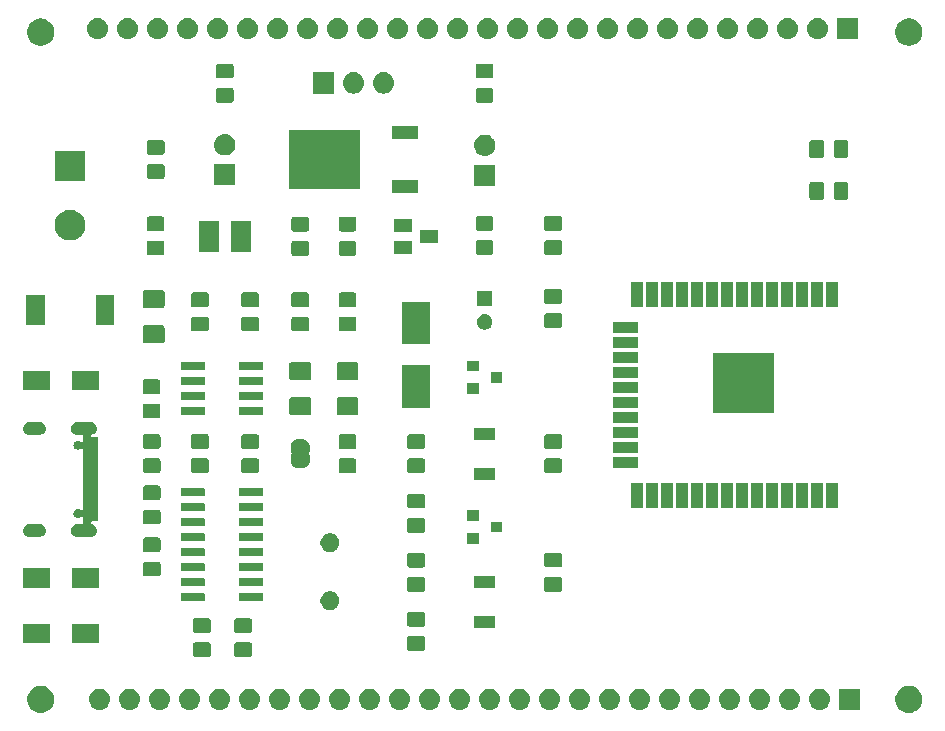
<source format=gbr>
G04 #@! TF.GenerationSoftware,KiCad,Pcbnew,(5.1.2)-1*
G04 #@! TF.CreationDate,2022-07-04T19:57:45-03:00*
G04 #@! TF.ProjectId,esp32,65737033-322e-46b6-9963-61645f706362,rev?*
G04 #@! TF.SameCoordinates,Original*
G04 #@! TF.FileFunction,Soldermask,Top*
G04 #@! TF.FilePolarity,Negative*
%FSLAX46Y46*%
G04 Gerber Fmt 4.6, Leading zero omitted, Abs format (unit mm)*
G04 Created by KiCad (PCBNEW (5.1.2)-1) date 2022-07-04 19:57:45*
%MOMM*%
%LPD*%
G04 APERTURE LIST*
%ADD10C,0.100000*%
G04 APERTURE END LIST*
D10*
G36*
X164724549Y-138371116D02*
G01*
X164835734Y-138393232D01*
X165045203Y-138479997D01*
X165233720Y-138605960D01*
X165394040Y-138766280D01*
X165449856Y-138849815D01*
X165520004Y-138954799D01*
X165545416Y-139016150D01*
X165606768Y-139164266D01*
X165651000Y-139386636D01*
X165651000Y-139613364D01*
X165606768Y-139835734D01*
X165520003Y-140045203D01*
X165394040Y-140233720D01*
X165233720Y-140394040D01*
X165045203Y-140520003D01*
X164835734Y-140606768D01*
X164724549Y-140628884D01*
X164613365Y-140651000D01*
X164386635Y-140651000D01*
X164275451Y-140628884D01*
X164164266Y-140606768D01*
X163954797Y-140520003D01*
X163766280Y-140394040D01*
X163605960Y-140233720D01*
X163479997Y-140045203D01*
X163393232Y-139835734D01*
X163349000Y-139613364D01*
X163349000Y-139386636D01*
X163393232Y-139164266D01*
X163454584Y-139016150D01*
X163479996Y-138954799D01*
X163550144Y-138849815D01*
X163605960Y-138766280D01*
X163766280Y-138605960D01*
X163954797Y-138479997D01*
X164164266Y-138393232D01*
X164275451Y-138371116D01*
X164386635Y-138349000D01*
X164613365Y-138349000D01*
X164724549Y-138371116D01*
X164724549Y-138371116D01*
G37*
G36*
X91224549Y-138371116D02*
G01*
X91335734Y-138393232D01*
X91545203Y-138479997D01*
X91733720Y-138605960D01*
X91894040Y-138766280D01*
X91949856Y-138849815D01*
X92020004Y-138954799D01*
X92045416Y-139016150D01*
X92106768Y-139164266D01*
X92151000Y-139386636D01*
X92151000Y-139613364D01*
X92106768Y-139835734D01*
X92020003Y-140045203D01*
X91894040Y-140233720D01*
X91733720Y-140394040D01*
X91545203Y-140520003D01*
X91335734Y-140606768D01*
X91224549Y-140628884D01*
X91113365Y-140651000D01*
X90886635Y-140651000D01*
X90775451Y-140628884D01*
X90664266Y-140606768D01*
X90454797Y-140520003D01*
X90266280Y-140394040D01*
X90105960Y-140233720D01*
X89979997Y-140045203D01*
X89893232Y-139835734D01*
X89849000Y-139613364D01*
X89849000Y-139386636D01*
X89893232Y-139164266D01*
X89954584Y-139016150D01*
X89979996Y-138954799D01*
X90050144Y-138849815D01*
X90105960Y-138766280D01*
X90266280Y-138605960D01*
X90454797Y-138479997D01*
X90664266Y-138393232D01*
X90775451Y-138371116D01*
X90886635Y-138349000D01*
X91113365Y-138349000D01*
X91224549Y-138371116D01*
X91224549Y-138371116D01*
G37*
G36*
X131640442Y-138595518D02*
G01*
X131706627Y-138602037D01*
X131876466Y-138653557D01*
X132032991Y-138737222D01*
X132068398Y-138766280D01*
X132170186Y-138849814D01*
X132253448Y-138951271D01*
X132282778Y-138987009D01*
X132366443Y-139143534D01*
X132417963Y-139313373D01*
X132435359Y-139490000D01*
X132417963Y-139666627D01*
X132366443Y-139836466D01*
X132282778Y-139992991D01*
X132253448Y-140028729D01*
X132170186Y-140130186D01*
X132068729Y-140213448D01*
X132032991Y-140242778D01*
X131876466Y-140326443D01*
X131706627Y-140377963D01*
X131640443Y-140384481D01*
X131574260Y-140391000D01*
X131485740Y-140391000D01*
X131419557Y-140384481D01*
X131353373Y-140377963D01*
X131183534Y-140326443D01*
X131027009Y-140242778D01*
X130991271Y-140213448D01*
X130889814Y-140130186D01*
X130806552Y-140028729D01*
X130777222Y-139992991D01*
X130693557Y-139836466D01*
X130642037Y-139666627D01*
X130624641Y-139490000D01*
X130642037Y-139313373D01*
X130693557Y-139143534D01*
X130777222Y-138987009D01*
X130806552Y-138951271D01*
X130889814Y-138849814D01*
X130991602Y-138766280D01*
X131027009Y-138737222D01*
X131183534Y-138653557D01*
X131353373Y-138602037D01*
X131419558Y-138595518D01*
X131485740Y-138589000D01*
X131574260Y-138589000D01*
X131640442Y-138595518D01*
X131640442Y-138595518D01*
G37*
G36*
X121480442Y-138595518D02*
G01*
X121546627Y-138602037D01*
X121716466Y-138653557D01*
X121872991Y-138737222D01*
X121908398Y-138766280D01*
X122010186Y-138849814D01*
X122093448Y-138951271D01*
X122122778Y-138987009D01*
X122206443Y-139143534D01*
X122257963Y-139313373D01*
X122275359Y-139490000D01*
X122257963Y-139666627D01*
X122206443Y-139836466D01*
X122122778Y-139992991D01*
X122093448Y-140028729D01*
X122010186Y-140130186D01*
X121908729Y-140213448D01*
X121872991Y-140242778D01*
X121716466Y-140326443D01*
X121546627Y-140377963D01*
X121480443Y-140384481D01*
X121414260Y-140391000D01*
X121325740Y-140391000D01*
X121259557Y-140384481D01*
X121193373Y-140377963D01*
X121023534Y-140326443D01*
X120867009Y-140242778D01*
X120831271Y-140213448D01*
X120729814Y-140130186D01*
X120646552Y-140028729D01*
X120617222Y-139992991D01*
X120533557Y-139836466D01*
X120482037Y-139666627D01*
X120464641Y-139490000D01*
X120482037Y-139313373D01*
X120533557Y-139143534D01*
X120617222Y-138987009D01*
X120646552Y-138951271D01*
X120729814Y-138849814D01*
X120831602Y-138766280D01*
X120867009Y-138737222D01*
X121023534Y-138653557D01*
X121193373Y-138602037D01*
X121259558Y-138595518D01*
X121325740Y-138589000D01*
X121414260Y-138589000D01*
X121480442Y-138595518D01*
X121480442Y-138595518D01*
G37*
G36*
X151960442Y-138595518D02*
G01*
X152026627Y-138602037D01*
X152196466Y-138653557D01*
X152352991Y-138737222D01*
X152388398Y-138766280D01*
X152490186Y-138849814D01*
X152573448Y-138951271D01*
X152602778Y-138987009D01*
X152686443Y-139143534D01*
X152737963Y-139313373D01*
X152755359Y-139490000D01*
X152737963Y-139666627D01*
X152686443Y-139836466D01*
X152602778Y-139992991D01*
X152573448Y-140028729D01*
X152490186Y-140130186D01*
X152388729Y-140213448D01*
X152352991Y-140242778D01*
X152196466Y-140326443D01*
X152026627Y-140377963D01*
X151960443Y-140384481D01*
X151894260Y-140391000D01*
X151805740Y-140391000D01*
X151739557Y-140384481D01*
X151673373Y-140377963D01*
X151503534Y-140326443D01*
X151347009Y-140242778D01*
X151311271Y-140213448D01*
X151209814Y-140130186D01*
X151126552Y-140028729D01*
X151097222Y-139992991D01*
X151013557Y-139836466D01*
X150962037Y-139666627D01*
X150944641Y-139490000D01*
X150962037Y-139313373D01*
X151013557Y-139143534D01*
X151097222Y-138987009D01*
X151126552Y-138951271D01*
X151209814Y-138849814D01*
X151311602Y-138766280D01*
X151347009Y-138737222D01*
X151503534Y-138653557D01*
X151673373Y-138602037D01*
X151739558Y-138595518D01*
X151805740Y-138589000D01*
X151894260Y-138589000D01*
X151960442Y-138595518D01*
X151960442Y-138595518D01*
G37*
G36*
X149420442Y-138595518D02*
G01*
X149486627Y-138602037D01*
X149656466Y-138653557D01*
X149812991Y-138737222D01*
X149848398Y-138766280D01*
X149950186Y-138849814D01*
X150033448Y-138951271D01*
X150062778Y-138987009D01*
X150146443Y-139143534D01*
X150197963Y-139313373D01*
X150215359Y-139490000D01*
X150197963Y-139666627D01*
X150146443Y-139836466D01*
X150062778Y-139992991D01*
X150033448Y-140028729D01*
X149950186Y-140130186D01*
X149848729Y-140213448D01*
X149812991Y-140242778D01*
X149656466Y-140326443D01*
X149486627Y-140377963D01*
X149420443Y-140384481D01*
X149354260Y-140391000D01*
X149265740Y-140391000D01*
X149199557Y-140384481D01*
X149133373Y-140377963D01*
X148963534Y-140326443D01*
X148807009Y-140242778D01*
X148771271Y-140213448D01*
X148669814Y-140130186D01*
X148586552Y-140028729D01*
X148557222Y-139992991D01*
X148473557Y-139836466D01*
X148422037Y-139666627D01*
X148404641Y-139490000D01*
X148422037Y-139313373D01*
X148473557Y-139143534D01*
X148557222Y-138987009D01*
X148586552Y-138951271D01*
X148669814Y-138849814D01*
X148771602Y-138766280D01*
X148807009Y-138737222D01*
X148963534Y-138653557D01*
X149133373Y-138602037D01*
X149199558Y-138595518D01*
X149265740Y-138589000D01*
X149354260Y-138589000D01*
X149420442Y-138595518D01*
X149420442Y-138595518D01*
G37*
G36*
X146880442Y-138595518D02*
G01*
X146946627Y-138602037D01*
X147116466Y-138653557D01*
X147272991Y-138737222D01*
X147308398Y-138766280D01*
X147410186Y-138849814D01*
X147493448Y-138951271D01*
X147522778Y-138987009D01*
X147606443Y-139143534D01*
X147657963Y-139313373D01*
X147675359Y-139490000D01*
X147657963Y-139666627D01*
X147606443Y-139836466D01*
X147522778Y-139992991D01*
X147493448Y-140028729D01*
X147410186Y-140130186D01*
X147308729Y-140213448D01*
X147272991Y-140242778D01*
X147116466Y-140326443D01*
X146946627Y-140377963D01*
X146880443Y-140384481D01*
X146814260Y-140391000D01*
X146725740Y-140391000D01*
X146659557Y-140384481D01*
X146593373Y-140377963D01*
X146423534Y-140326443D01*
X146267009Y-140242778D01*
X146231271Y-140213448D01*
X146129814Y-140130186D01*
X146046552Y-140028729D01*
X146017222Y-139992991D01*
X145933557Y-139836466D01*
X145882037Y-139666627D01*
X145864641Y-139490000D01*
X145882037Y-139313373D01*
X145933557Y-139143534D01*
X146017222Y-138987009D01*
X146046552Y-138951271D01*
X146129814Y-138849814D01*
X146231602Y-138766280D01*
X146267009Y-138737222D01*
X146423534Y-138653557D01*
X146593373Y-138602037D01*
X146659558Y-138595518D01*
X146725740Y-138589000D01*
X146814260Y-138589000D01*
X146880442Y-138595518D01*
X146880442Y-138595518D01*
G37*
G36*
X144340442Y-138595518D02*
G01*
X144406627Y-138602037D01*
X144576466Y-138653557D01*
X144732991Y-138737222D01*
X144768398Y-138766280D01*
X144870186Y-138849814D01*
X144953448Y-138951271D01*
X144982778Y-138987009D01*
X145066443Y-139143534D01*
X145117963Y-139313373D01*
X145135359Y-139490000D01*
X145117963Y-139666627D01*
X145066443Y-139836466D01*
X144982778Y-139992991D01*
X144953448Y-140028729D01*
X144870186Y-140130186D01*
X144768729Y-140213448D01*
X144732991Y-140242778D01*
X144576466Y-140326443D01*
X144406627Y-140377963D01*
X144340443Y-140384481D01*
X144274260Y-140391000D01*
X144185740Y-140391000D01*
X144119557Y-140384481D01*
X144053373Y-140377963D01*
X143883534Y-140326443D01*
X143727009Y-140242778D01*
X143691271Y-140213448D01*
X143589814Y-140130186D01*
X143506552Y-140028729D01*
X143477222Y-139992991D01*
X143393557Y-139836466D01*
X143342037Y-139666627D01*
X143324641Y-139490000D01*
X143342037Y-139313373D01*
X143393557Y-139143534D01*
X143477222Y-138987009D01*
X143506552Y-138951271D01*
X143589814Y-138849814D01*
X143691602Y-138766280D01*
X143727009Y-138737222D01*
X143883534Y-138653557D01*
X144053373Y-138602037D01*
X144119558Y-138595518D01*
X144185740Y-138589000D01*
X144274260Y-138589000D01*
X144340442Y-138595518D01*
X144340442Y-138595518D01*
G37*
G36*
X141800442Y-138595518D02*
G01*
X141866627Y-138602037D01*
X142036466Y-138653557D01*
X142192991Y-138737222D01*
X142228398Y-138766280D01*
X142330186Y-138849814D01*
X142413448Y-138951271D01*
X142442778Y-138987009D01*
X142526443Y-139143534D01*
X142577963Y-139313373D01*
X142595359Y-139490000D01*
X142577963Y-139666627D01*
X142526443Y-139836466D01*
X142442778Y-139992991D01*
X142413448Y-140028729D01*
X142330186Y-140130186D01*
X142228729Y-140213448D01*
X142192991Y-140242778D01*
X142036466Y-140326443D01*
X141866627Y-140377963D01*
X141800443Y-140384481D01*
X141734260Y-140391000D01*
X141645740Y-140391000D01*
X141579557Y-140384481D01*
X141513373Y-140377963D01*
X141343534Y-140326443D01*
X141187009Y-140242778D01*
X141151271Y-140213448D01*
X141049814Y-140130186D01*
X140966552Y-140028729D01*
X140937222Y-139992991D01*
X140853557Y-139836466D01*
X140802037Y-139666627D01*
X140784641Y-139490000D01*
X140802037Y-139313373D01*
X140853557Y-139143534D01*
X140937222Y-138987009D01*
X140966552Y-138951271D01*
X141049814Y-138849814D01*
X141151602Y-138766280D01*
X141187009Y-138737222D01*
X141343534Y-138653557D01*
X141513373Y-138602037D01*
X141579558Y-138595518D01*
X141645740Y-138589000D01*
X141734260Y-138589000D01*
X141800442Y-138595518D01*
X141800442Y-138595518D01*
G37*
G36*
X139260442Y-138595518D02*
G01*
X139326627Y-138602037D01*
X139496466Y-138653557D01*
X139652991Y-138737222D01*
X139688398Y-138766280D01*
X139790186Y-138849814D01*
X139873448Y-138951271D01*
X139902778Y-138987009D01*
X139986443Y-139143534D01*
X140037963Y-139313373D01*
X140055359Y-139490000D01*
X140037963Y-139666627D01*
X139986443Y-139836466D01*
X139902778Y-139992991D01*
X139873448Y-140028729D01*
X139790186Y-140130186D01*
X139688729Y-140213448D01*
X139652991Y-140242778D01*
X139496466Y-140326443D01*
X139326627Y-140377963D01*
X139260443Y-140384481D01*
X139194260Y-140391000D01*
X139105740Y-140391000D01*
X139039557Y-140384481D01*
X138973373Y-140377963D01*
X138803534Y-140326443D01*
X138647009Y-140242778D01*
X138611271Y-140213448D01*
X138509814Y-140130186D01*
X138426552Y-140028729D01*
X138397222Y-139992991D01*
X138313557Y-139836466D01*
X138262037Y-139666627D01*
X138244641Y-139490000D01*
X138262037Y-139313373D01*
X138313557Y-139143534D01*
X138397222Y-138987009D01*
X138426552Y-138951271D01*
X138509814Y-138849814D01*
X138611602Y-138766280D01*
X138647009Y-138737222D01*
X138803534Y-138653557D01*
X138973373Y-138602037D01*
X139039558Y-138595518D01*
X139105740Y-138589000D01*
X139194260Y-138589000D01*
X139260442Y-138595518D01*
X139260442Y-138595518D01*
G37*
G36*
X136720442Y-138595518D02*
G01*
X136786627Y-138602037D01*
X136956466Y-138653557D01*
X137112991Y-138737222D01*
X137148398Y-138766280D01*
X137250186Y-138849814D01*
X137333448Y-138951271D01*
X137362778Y-138987009D01*
X137446443Y-139143534D01*
X137497963Y-139313373D01*
X137515359Y-139490000D01*
X137497963Y-139666627D01*
X137446443Y-139836466D01*
X137362778Y-139992991D01*
X137333448Y-140028729D01*
X137250186Y-140130186D01*
X137148729Y-140213448D01*
X137112991Y-140242778D01*
X136956466Y-140326443D01*
X136786627Y-140377963D01*
X136720443Y-140384481D01*
X136654260Y-140391000D01*
X136565740Y-140391000D01*
X136499557Y-140384481D01*
X136433373Y-140377963D01*
X136263534Y-140326443D01*
X136107009Y-140242778D01*
X136071271Y-140213448D01*
X135969814Y-140130186D01*
X135886552Y-140028729D01*
X135857222Y-139992991D01*
X135773557Y-139836466D01*
X135722037Y-139666627D01*
X135704641Y-139490000D01*
X135722037Y-139313373D01*
X135773557Y-139143534D01*
X135857222Y-138987009D01*
X135886552Y-138951271D01*
X135969814Y-138849814D01*
X136071602Y-138766280D01*
X136107009Y-138737222D01*
X136263534Y-138653557D01*
X136433373Y-138602037D01*
X136499558Y-138595518D01*
X136565740Y-138589000D01*
X136654260Y-138589000D01*
X136720442Y-138595518D01*
X136720442Y-138595518D01*
G37*
G36*
X134180442Y-138595518D02*
G01*
X134246627Y-138602037D01*
X134416466Y-138653557D01*
X134572991Y-138737222D01*
X134608398Y-138766280D01*
X134710186Y-138849814D01*
X134793448Y-138951271D01*
X134822778Y-138987009D01*
X134906443Y-139143534D01*
X134957963Y-139313373D01*
X134975359Y-139490000D01*
X134957963Y-139666627D01*
X134906443Y-139836466D01*
X134822778Y-139992991D01*
X134793448Y-140028729D01*
X134710186Y-140130186D01*
X134608729Y-140213448D01*
X134572991Y-140242778D01*
X134416466Y-140326443D01*
X134246627Y-140377963D01*
X134180443Y-140384481D01*
X134114260Y-140391000D01*
X134025740Y-140391000D01*
X133959557Y-140384481D01*
X133893373Y-140377963D01*
X133723534Y-140326443D01*
X133567009Y-140242778D01*
X133531271Y-140213448D01*
X133429814Y-140130186D01*
X133346552Y-140028729D01*
X133317222Y-139992991D01*
X133233557Y-139836466D01*
X133182037Y-139666627D01*
X133164641Y-139490000D01*
X133182037Y-139313373D01*
X133233557Y-139143534D01*
X133317222Y-138987009D01*
X133346552Y-138951271D01*
X133429814Y-138849814D01*
X133531602Y-138766280D01*
X133567009Y-138737222D01*
X133723534Y-138653557D01*
X133893373Y-138602037D01*
X133959558Y-138595518D01*
X134025740Y-138589000D01*
X134114260Y-138589000D01*
X134180442Y-138595518D01*
X134180442Y-138595518D01*
G37*
G36*
X129100442Y-138595518D02*
G01*
X129166627Y-138602037D01*
X129336466Y-138653557D01*
X129492991Y-138737222D01*
X129528398Y-138766280D01*
X129630186Y-138849814D01*
X129713448Y-138951271D01*
X129742778Y-138987009D01*
X129826443Y-139143534D01*
X129877963Y-139313373D01*
X129895359Y-139490000D01*
X129877963Y-139666627D01*
X129826443Y-139836466D01*
X129742778Y-139992991D01*
X129713448Y-140028729D01*
X129630186Y-140130186D01*
X129528729Y-140213448D01*
X129492991Y-140242778D01*
X129336466Y-140326443D01*
X129166627Y-140377963D01*
X129100443Y-140384481D01*
X129034260Y-140391000D01*
X128945740Y-140391000D01*
X128879557Y-140384481D01*
X128813373Y-140377963D01*
X128643534Y-140326443D01*
X128487009Y-140242778D01*
X128451271Y-140213448D01*
X128349814Y-140130186D01*
X128266552Y-140028729D01*
X128237222Y-139992991D01*
X128153557Y-139836466D01*
X128102037Y-139666627D01*
X128084641Y-139490000D01*
X128102037Y-139313373D01*
X128153557Y-139143534D01*
X128237222Y-138987009D01*
X128266552Y-138951271D01*
X128349814Y-138849814D01*
X128451602Y-138766280D01*
X128487009Y-138737222D01*
X128643534Y-138653557D01*
X128813373Y-138602037D01*
X128879558Y-138595518D01*
X128945740Y-138589000D01*
X129034260Y-138589000D01*
X129100442Y-138595518D01*
X129100442Y-138595518D01*
G37*
G36*
X126560442Y-138595518D02*
G01*
X126626627Y-138602037D01*
X126796466Y-138653557D01*
X126952991Y-138737222D01*
X126988398Y-138766280D01*
X127090186Y-138849814D01*
X127173448Y-138951271D01*
X127202778Y-138987009D01*
X127286443Y-139143534D01*
X127337963Y-139313373D01*
X127355359Y-139490000D01*
X127337963Y-139666627D01*
X127286443Y-139836466D01*
X127202778Y-139992991D01*
X127173448Y-140028729D01*
X127090186Y-140130186D01*
X126988729Y-140213448D01*
X126952991Y-140242778D01*
X126796466Y-140326443D01*
X126626627Y-140377963D01*
X126560443Y-140384481D01*
X126494260Y-140391000D01*
X126405740Y-140391000D01*
X126339557Y-140384481D01*
X126273373Y-140377963D01*
X126103534Y-140326443D01*
X125947009Y-140242778D01*
X125911271Y-140213448D01*
X125809814Y-140130186D01*
X125726552Y-140028729D01*
X125697222Y-139992991D01*
X125613557Y-139836466D01*
X125562037Y-139666627D01*
X125544641Y-139490000D01*
X125562037Y-139313373D01*
X125613557Y-139143534D01*
X125697222Y-138987009D01*
X125726552Y-138951271D01*
X125809814Y-138849814D01*
X125911602Y-138766280D01*
X125947009Y-138737222D01*
X126103534Y-138653557D01*
X126273373Y-138602037D01*
X126339558Y-138595518D01*
X126405740Y-138589000D01*
X126494260Y-138589000D01*
X126560442Y-138595518D01*
X126560442Y-138595518D01*
G37*
G36*
X157040442Y-138595518D02*
G01*
X157106627Y-138602037D01*
X157276466Y-138653557D01*
X157432991Y-138737222D01*
X157468398Y-138766280D01*
X157570186Y-138849814D01*
X157653448Y-138951271D01*
X157682778Y-138987009D01*
X157766443Y-139143534D01*
X157817963Y-139313373D01*
X157835359Y-139490000D01*
X157817963Y-139666627D01*
X157766443Y-139836466D01*
X157682778Y-139992991D01*
X157653448Y-140028729D01*
X157570186Y-140130186D01*
X157468729Y-140213448D01*
X157432991Y-140242778D01*
X157276466Y-140326443D01*
X157106627Y-140377963D01*
X157040443Y-140384481D01*
X156974260Y-140391000D01*
X156885740Y-140391000D01*
X156819557Y-140384481D01*
X156753373Y-140377963D01*
X156583534Y-140326443D01*
X156427009Y-140242778D01*
X156391271Y-140213448D01*
X156289814Y-140130186D01*
X156206552Y-140028729D01*
X156177222Y-139992991D01*
X156093557Y-139836466D01*
X156042037Y-139666627D01*
X156024641Y-139490000D01*
X156042037Y-139313373D01*
X156093557Y-139143534D01*
X156177222Y-138987009D01*
X156206552Y-138951271D01*
X156289814Y-138849814D01*
X156391602Y-138766280D01*
X156427009Y-138737222D01*
X156583534Y-138653557D01*
X156753373Y-138602037D01*
X156819558Y-138595518D01*
X156885740Y-138589000D01*
X156974260Y-138589000D01*
X157040442Y-138595518D01*
X157040442Y-138595518D01*
G37*
G36*
X98620442Y-138595518D02*
G01*
X98686627Y-138602037D01*
X98856466Y-138653557D01*
X99012991Y-138737222D01*
X99048398Y-138766280D01*
X99150186Y-138849814D01*
X99233448Y-138951271D01*
X99262778Y-138987009D01*
X99346443Y-139143534D01*
X99397963Y-139313373D01*
X99415359Y-139490000D01*
X99397963Y-139666627D01*
X99346443Y-139836466D01*
X99262778Y-139992991D01*
X99233448Y-140028729D01*
X99150186Y-140130186D01*
X99048729Y-140213448D01*
X99012991Y-140242778D01*
X98856466Y-140326443D01*
X98686627Y-140377963D01*
X98620443Y-140384481D01*
X98554260Y-140391000D01*
X98465740Y-140391000D01*
X98399557Y-140384481D01*
X98333373Y-140377963D01*
X98163534Y-140326443D01*
X98007009Y-140242778D01*
X97971271Y-140213448D01*
X97869814Y-140130186D01*
X97786552Y-140028729D01*
X97757222Y-139992991D01*
X97673557Y-139836466D01*
X97622037Y-139666627D01*
X97604641Y-139490000D01*
X97622037Y-139313373D01*
X97673557Y-139143534D01*
X97757222Y-138987009D01*
X97786552Y-138951271D01*
X97869814Y-138849814D01*
X97971602Y-138766280D01*
X98007009Y-138737222D01*
X98163534Y-138653557D01*
X98333373Y-138602037D01*
X98399558Y-138595518D01*
X98465740Y-138589000D01*
X98554260Y-138589000D01*
X98620442Y-138595518D01*
X98620442Y-138595518D01*
G37*
G36*
X124020442Y-138595518D02*
G01*
X124086627Y-138602037D01*
X124256466Y-138653557D01*
X124412991Y-138737222D01*
X124448398Y-138766280D01*
X124550186Y-138849814D01*
X124633448Y-138951271D01*
X124662778Y-138987009D01*
X124746443Y-139143534D01*
X124797963Y-139313373D01*
X124815359Y-139490000D01*
X124797963Y-139666627D01*
X124746443Y-139836466D01*
X124662778Y-139992991D01*
X124633448Y-140028729D01*
X124550186Y-140130186D01*
X124448729Y-140213448D01*
X124412991Y-140242778D01*
X124256466Y-140326443D01*
X124086627Y-140377963D01*
X124020443Y-140384481D01*
X123954260Y-140391000D01*
X123865740Y-140391000D01*
X123799557Y-140384481D01*
X123733373Y-140377963D01*
X123563534Y-140326443D01*
X123407009Y-140242778D01*
X123371271Y-140213448D01*
X123269814Y-140130186D01*
X123186552Y-140028729D01*
X123157222Y-139992991D01*
X123073557Y-139836466D01*
X123022037Y-139666627D01*
X123004641Y-139490000D01*
X123022037Y-139313373D01*
X123073557Y-139143534D01*
X123157222Y-138987009D01*
X123186552Y-138951271D01*
X123269814Y-138849814D01*
X123371602Y-138766280D01*
X123407009Y-138737222D01*
X123563534Y-138653557D01*
X123733373Y-138602037D01*
X123799558Y-138595518D01*
X123865740Y-138589000D01*
X123954260Y-138589000D01*
X124020442Y-138595518D01*
X124020442Y-138595518D01*
G37*
G36*
X160371000Y-140391000D02*
G01*
X158569000Y-140391000D01*
X158569000Y-138589000D01*
X160371000Y-138589000D01*
X160371000Y-140391000D01*
X160371000Y-140391000D01*
G37*
G36*
X96080442Y-138595518D02*
G01*
X96146627Y-138602037D01*
X96316466Y-138653557D01*
X96472991Y-138737222D01*
X96508398Y-138766280D01*
X96610186Y-138849814D01*
X96693448Y-138951271D01*
X96722778Y-138987009D01*
X96806443Y-139143534D01*
X96857963Y-139313373D01*
X96875359Y-139490000D01*
X96857963Y-139666627D01*
X96806443Y-139836466D01*
X96722778Y-139992991D01*
X96693448Y-140028729D01*
X96610186Y-140130186D01*
X96508729Y-140213448D01*
X96472991Y-140242778D01*
X96316466Y-140326443D01*
X96146627Y-140377963D01*
X96080443Y-140384481D01*
X96014260Y-140391000D01*
X95925740Y-140391000D01*
X95859557Y-140384481D01*
X95793373Y-140377963D01*
X95623534Y-140326443D01*
X95467009Y-140242778D01*
X95431271Y-140213448D01*
X95329814Y-140130186D01*
X95246552Y-140028729D01*
X95217222Y-139992991D01*
X95133557Y-139836466D01*
X95082037Y-139666627D01*
X95064641Y-139490000D01*
X95082037Y-139313373D01*
X95133557Y-139143534D01*
X95217222Y-138987009D01*
X95246552Y-138951271D01*
X95329814Y-138849814D01*
X95431602Y-138766280D01*
X95467009Y-138737222D01*
X95623534Y-138653557D01*
X95793373Y-138602037D01*
X95859558Y-138595518D01*
X95925740Y-138589000D01*
X96014260Y-138589000D01*
X96080442Y-138595518D01*
X96080442Y-138595518D01*
G37*
G36*
X154500442Y-138595518D02*
G01*
X154566627Y-138602037D01*
X154736466Y-138653557D01*
X154892991Y-138737222D01*
X154928398Y-138766280D01*
X155030186Y-138849814D01*
X155113448Y-138951271D01*
X155142778Y-138987009D01*
X155226443Y-139143534D01*
X155277963Y-139313373D01*
X155295359Y-139490000D01*
X155277963Y-139666627D01*
X155226443Y-139836466D01*
X155142778Y-139992991D01*
X155113448Y-140028729D01*
X155030186Y-140130186D01*
X154928729Y-140213448D01*
X154892991Y-140242778D01*
X154736466Y-140326443D01*
X154566627Y-140377963D01*
X154500443Y-140384481D01*
X154434260Y-140391000D01*
X154345740Y-140391000D01*
X154279557Y-140384481D01*
X154213373Y-140377963D01*
X154043534Y-140326443D01*
X153887009Y-140242778D01*
X153851271Y-140213448D01*
X153749814Y-140130186D01*
X153666552Y-140028729D01*
X153637222Y-139992991D01*
X153553557Y-139836466D01*
X153502037Y-139666627D01*
X153484641Y-139490000D01*
X153502037Y-139313373D01*
X153553557Y-139143534D01*
X153637222Y-138987009D01*
X153666552Y-138951271D01*
X153749814Y-138849814D01*
X153851602Y-138766280D01*
X153887009Y-138737222D01*
X154043534Y-138653557D01*
X154213373Y-138602037D01*
X154279558Y-138595518D01*
X154345740Y-138589000D01*
X154434260Y-138589000D01*
X154500442Y-138595518D01*
X154500442Y-138595518D01*
G37*
G36*
X101160442Y-138595518D02*
G01*
X101226627Y-138602037D01*
X101396466Y-138653557D01*
X101552991Y-138737222D01*
X101588398Y-138766280D01*
X101690186Y-138849814D01*
X101773448Y-138951271D01*
X101802778Y-138987009D01*
X101886443Y-139143534D01*
X101937963Y-139313373D01*
X101955359Y-139490000D01*
X101937963Y-139666627D01*
X101886443Y-139836466D01*
X101802778Y-139992991D01*
X101773448Y-140028729D01*
X101690186Y-140130186D01*
X101588729Y-140213448D01*
X101552991Y-140242778D01*
X101396466Y-140326443D01*
X101226627Y-140377963D01*
X101160443Y-140384481D01*
X101094260Y-140391000D01*
X101005740Y-140391000D01*
X100939557Y-140384481D01*
X100873373Y-140377963D01*
X100703534Y-140326443D01*
X100547009Y-140242778D01*
X100511271Y-140213448D01*
X100409814Y-140130186D01*
X100326552Y-140028729D01*
X100297222Y-139992991D01*
X100213557Y-139836466D01*
X100162037Y-139666627D01*
X100144641Y-139490000D01*
X100162037Y-139313373D01*
X100213557Y-139143534D01*
X100297222Y-138987009D01*
X100326552Y-138951271D01*
X100409814Y-138849814D01*
X100511602Y-138766280D01*
X100547009Y-138737222D01*
X100703534Y-138653557D01*
X100873373Y-138602037D01*
X100939558Y-138595518D01*
X101005740Y-138589000D01*
X101094260Y-138589000D01*
X101160442Y-138595518D01*
X101160442Y-138595518D01*
G37*
G36*
X103700442Y-138595518D02*
G01*
X103766627Y-138602037D01*
X103936466Y-138653557D01*
X104092991Y-138737222D01*
X104128398Y-138766280D01*
X104230186Y-138849814D01*
X104313448Y-138951271D01*
X104342778Y-138987009D01*
X104426443Y-139143534D01*
X104477963Y-139313373D01*
X104495359Y-139490000D01*
X104477963Y-139666627D01*
X104426443Y-139836466D01*
X104342778Y-139992991D01*
X104313448Y-140028729D01*
X104230186Y-140130186D01*
X104128729Y-140213448D01*
X104092991Y-140242778D01*
X103936466Y-140326443D01*
X103766627Y-140377963D01*
X103700443Y-140384481D01*
X103634260Y-140391000D01*
X103545740Y-140391000D01*
X103479557Y-140384481D01*
X103413373Y-140377963D01*
X103243534Y-140326443D01*
X103087009Y-140242778D01*
X103051271Y-140213448D01*
X102949814Y-140130186D01*
X102866552Y-140028729D01*
X102837222Y-139992991D01*
X102753557Y-139836466D01*
X102702037Y-139666627D01*
X102684641Y-139490000D01*
X102702037Y-139313373D01*
X102753557Y-139143534D01*
X102837222Y-138987009D01*
X102866552Y-138951271D01*
X102949814Y-138849814D01*
X103051602Y-138766280D01*
X103087009Y-138737222D01*
X103243534Y-138653557D01*
X103413373Y-138602037D01*
X103479558Y-138595518D01*
X103545740Y-138589000D01*
X103634260Y-138589000D01*
X103700442Y-138595518D01*
X103700442Y-138595518D01*
G37*
G36*
X106240442Y-138595518D02*
G01*
X106306627Y-138602037D01*
X106476466Y-138653557D01*
X106632991Y-138737222D01*
X106668398Y-138766280D01*
X106770186Y-138849814D01*
X106853448Y-138951271D01*
X106882778Y-138987009D01*
X106966443Y-139143534D01*
X107017963Y-139313373D01*
X107035359Y-139490000D01*
X107017963Y-139666627D01*
X106966443Y-139836466D01*
X106882778Y-139992991D01*
X106853448Y-140028729D01*
X106770186Y-140130186D01*
X106668729Y-140213448D01*
X106632991Y-140242778D01*
X106476466Y-140326443D01*
X106306627Y-140377963D01*
X106240443Y-140384481D01*
X106174260Y-140391000D01*
X106085740Y-140391000D01*
X106019557Y-140384481D01*
X105953373Y-140377963D01*
X105783534Y-140326443D01*
X105627009Y-140242778D01*
X105591271Y-140213448D01*
X105489814Y-140130186D01*
X105406552Y-140028729D01*
X105377222Y-139992991D01*
X105293557Y-139836466D01*
X105242037Y-139666627D01*
X105224641Y-139490000D01*
X105242037Y-139313373D01*
X105293557Y-139143534D01*
X105377222Y-138987009D01*
X105406552Y-138951271D01*
X105489814Y-138849814D01*
X105591602Y-138766280D01*
X105627009Y-138737222D01*
X105783534Y-138653557D01*
X105953373Y-138602037D01*
X106019558Y-138595518D01*
X106085740Y-138589000D01*
X106174260Y-138589000D01*
X106240442Y-138595518D01*
X106240442Y-138595518D01*
G37*
G36*
X108780442Y-138595518D02*
G01*
X108846627Y-138602037D01*
X109016466Y-138653557D01*
X109172991Y-138737222D01*
X109208398Y-138766280D01*
X109310186Y-138849814D01*
X109393448Y-138951271D01*
X109422778Y-138987009D01*
X109506443Y-139143534D01*
X109557963Y-139313373D01*
X109575359Y-139490000D01*
X109557963Y-139666627D01*
X109506443Y-139836466D01*
X109422778Y-139992991D01*
X109393448Y-140028729D01*
X109310186Y-140130186D01*
X109208729Y-140213448D01*
X109172991Y-140242778D01*
X109016466Y-140326443D01*
X108846627Y-140377963D01*
X108780443Y-140384481D01*
X108714260Y-140391000D01*
X108625740Y-140391000D01*
X108559557Y-140384481D01*
X108493373Y-140377963D01*
X108323534Y-140326443D01*
X108167009Y-140242778D01*
X108131271Y-140213448D01*
X108029814Y-140130186D01*
X107946552Y-140028729D01*
X107917222Y-139992991D01*
X107833557Y-139836466D01*
X107782037Y-139666627D01*
X107764641Y-139490000D01*
X107782037Y-139313373D01*
X107833557Y-139143534D01*
X107917222Y-138987009D01*
X107946552Y-138951271D01*
X108029814Y-138849814D01*
X108131602Y-138766280D01*
X108167009Y-138737222D01*
X108323534Y-138653557D01*
X108493373Y-138602037D01*
X108559558Y-138595518D01*
X108625740Y-138589000D01*
X108714260Y-138589000D01*
X108780442Y-138595518D01*
X108780442Y-138595518D01*
G37*
G36*
X111320442Y-138595518D02*
G01*
X111386627Y-138602037D01*
X111556466Y-138653557D01*
X111712991Y-138737222D01*
X111748398Y-138766280D01*
X111850186Y-138849814D01*
X111933448Y-138951271D01*
X111962778Y-138987009D01*
X112046443Y-139143534D01*
X112097963Y-139313373D01*
X112115359Y-139490000D01*
X112097963Y-139666627D01*
X112046443Y-139836466D01*
X111962778Y-139992991D01*
X111933448Y-140028729D01*
X111850186Y-140130186D01*
X111748729Y-140213448D01*
X111712991Y-140242778D01*
X111556466Y-140326443D01*
X111386627Y-140377963D01*
X111320443Y-140384481D01*
X111254260Y-140391000D01*
X111165740Y-140391000D01*
X111099557Y-140384481D01*
X111033373Y-140377963D01*
X110863534Y-140326443D01*
X110707009Y-140242778D01*
X110671271Y-140213448D01*
X110569814Y-140130186D01*
X110486552Y-140028729D01*
X110457222Y-139992991D01*
X110373557Y-139836466D01*
X110322037Y-139666627D01*
X110304641Y-139490000D01*
X110322037Y-139313373D01*
X110373557Y-139143534D01*
X110457222Y-138987009D01*
X110486552Y-138951271D01*
X110569814Y-138849814D01*
X110671602Y-138766280D01*
X110707009Y-138737222D01*
X110863534Y-138653557D01*
X111033373Y-138602037D01*
X111099558Y-138595518D01*
X111165740Y-138589000D01*
X111254260Y-138589000D01*
X111320442Y-138595518D01*
X111320442Y-138595518D01*
G37*
G36*
X113860442Y-138595518D02*
G01*
X113926627Y-138602037D01*
X114096466Y-138653557D01*
X114252991Y-138737222D01*
X114288398Y-138766280D01*
X114390186Y-138849814D01*
X114473448Y-138951271D01*
X114502778Y-138987009D01*
X114586443Y-139143534D01*
X114637963Y-139313373D01*
X114655359Y-139490000D01*
X114637963Y-139666627D01*
X114586443Y-139836466D01*
X114502778Y-139992991D01*
X114473448Y-140028729D01*
X114390186Y-140130186D01*
X114288729Y-140213448D01*
X114252991Y-140242778D01*
X114096466Y-140326443D01*
X113926627Y-140377963D01*
X113860443Y-140384481D01*
X113794260Y-140391000D01*
X113705740Y-140391000D01*
X113639557Y-140384481D01*
X113573373Y-140377963D01*
X113403534Y-140326443D01*
X113247009Y-140242778D01*
X113211271Y-140213448D01*
X113109814Y-140130186D01*
X113026552Y-140028729D01*
X112997222Y-139992991D01*
X112913557Y-139836466D01*
X112862037Y-139666627D01*
X112844641Y-139490000D01*
X112862037Y-139313373D01*
X112913557Y-139143534D01*
X112997222Y-138987009D01*
X113026552Y-138951271D01*
X113109814Y-138849814D01*
X113211602Y-138766280D01*
X113247009Y-138737222D01*
X113403534Y-138653557D01*
X113573373Y-138602037D01*
X113639558Y-138595518D01*
X113705740Y-138589000D01*
X113794260Y-138589000D01*
X113860442Y-138595518D01*
X113860442Y-138595518D01*
G37*
G36*
X116400442Y-138595518D02*
G01*
X116466627Y-138602037D01*
X116636466Y-138653557D01*
X116792991Y-138737222D01*
X116828398Y-138766280D01*
X116930186Y-138849814D01*
X117013448Y-138951271D01*
X117042778Y-138987009D01*
X117126443Y-139143534D01*
X117177963Y-139313373D01*
X117195359Y-139490000D01*
X117177963Y-139666627D01*
X117126443Y-139836466D01*
X117042778Y-139992991D01*
X117013448Y-140028729D01*
X116930186Y-140130186D01*
X116828729Y-140213448D01*
X116792991Y-140242778D01*
X116636466Y-140326443D01*
X116466627Y-140377963D01*
X116400443Y-140384481D01*
X116334260Y-140391000D01*
X116245740Y-140391000D01*
X116179557Y-140384481D01*
X116113373Y-140377963D01*
X115943534Y-140326443D01*
X115787009Y-140242778D01*
X115751271Y-140213448D01*
X115649814Y-140130186D01*
X115566552Y-140028729D01*
X115537222Y-139992991D01*
X115453557Y-139836466D01*
X115402037Y-139666627D01*
X115384641Y-139490000D01*
X115402037Y-139313373D01*
X115453557Y-139143534D01*
X115537222Y-138987009D01*
X115566552Y-138951271D01*
X115649814Y-138849814D01*
X115751602Y-138766280D01*
X115787009Y-138737222D01*
X115943534Y-138653557D01*
X116113373Y-138602037D01*
X116179558Y-138595518D01*
X116245740Y-138589000D01*
X116334260Y-138589000D01*
X116400442Y-138595518D01*
X116400442Y-138595518D01*
G37*
G36*
X118940442Y-138595518D02*
G01*
X119006627Y-138602037D01*
X119176466Y-138653557D01*
X119332991Y-138737222D01*
X119368398Y-138766280D01*
X119470186Y-138849814D01*
X119553448Y-138951271D01*
X119582778Y-138987009D01*
X119666443Y-139143534D01*
X119717963Y-139313373D01*
X119735359Y-139490000D01*
X119717963Y-139666627D01*
X119666443Y-139836466D01*
X119582778Y-139992991D01*
X119553448Y-140028729D01*
X119470186Y-140130186D01*
X119368729Y-140213448D01*
X119332991Y-140242778D01*
X119176466Y-140326443D01*
X119006627Y-140377963D01*
X118940443Y-140384481D01*
X118874260Y-140391000D01*
X118785740Y-140391000D01*
X118719557Y-140384481D01*
X118653373Y-140377963D01*
X118483534Y-140326443D01*
X118327009Y-140242778D01*
X118291271Y-140213448D01*
X118189814Y-140130186D01*
X118106552Y-140028729D01*
X118077222Y-139992991D01*
X117993557Y-139836466D01*
X117942037Y-139666627D01*
X117924641Y-139490000D01*
X117942037Y-139313373D01*
X117993557Y-139143534D01*
X118077222Y-138987009D01*
X118106552Y-138951271D01*
X118189814Y-138849814D01*
X118291602Y-138766280D01*
X118327009Y-138737222D01*
X118483534Y-138653557D01*
X118653373Y-138602037D01*
X118719558Y-138595518D01*
X118785740Y-138589000D01*
X118874260Y-138589000D01*
X118940442Y-138595518D01*
X118940442Y-138595518D01*
G37*
G36*
X105228674Y-134678465D02*
G01*
X105266367Y-134689899D01*
X105301103Y-134708466D01*
X105331548Y-134733452D01*
X105356534Y-134763897D01*
X105375101Y-134798633D01*
X105386535Y-134836326D01*
X105391000Y-134881661D01*
X105391000Y-135718339D01*
X105386535Y-135763674D01*
X105375101Y-135801367D01*
X105356534Y-135836103D01*
X105331548Y-135866548D01*
X105301103Y-135891534D01*
X105266367Y-135910101D01*
X105228674Y-135921535D01*
X105183339Y-135926000D01*
X104096661Y-135926000D01*
X104051326Y-135921535D01*
X104013633Y-135910101D01*
X103978897Y-135891534D01*
X103948452Y-135866548D01*
X103923466Y-135836103D01*
X103904899Y-135801367D01*
X103893465Y-135763674D01*
X103889000Y-135718339D01*
X103889000Y-134881661D01*
X103893465Y-134836326D01*
X103904899Y-134798633D01*
X103923466Y-134763897D01*
X103948452Y-134733452D01*
X103978897Y-134708466D01*
X104013633Y-134689899D01*
X104051326Y-134678465D01*
X104096661Y-134674000D01*
X105183339Y-134674000D01*
X105228674Y-134678465D01*
X105228674Y-134678465D01*
G37*
G36*
X108718674Y-134678465D02*
G01*
X108756367Y-134689899D01*
X108791103Y-134708466D01*
X108821548Y-134733452D01*
X108846534Y-134763897D01*
X108865101Y-134798633D01*
X108876535Y-134836326D01*
X108881000Y-134881661D01*
X108881000Y-135718339D01*
X108876535Y-135763674D01*
X108865101Y-135801367D01*
X108846534Y-135836103D01*
X108821548Y-135866548D01*
X108791103Y-135891534D01*
X108756367Y-135910101D01*
X108718674Y-135921535D01*
X108673339Y-135926000D01*
X107586661Y-135926000D01*
X107541326Y-135921535D01*
X107503633Y-135910101D01*
X107468897Y-135891534D01*
X107438452Y-135866548D01*
X107413466Y-135836103D01*
X107394899Y-135801367D01*
X107383465Y-135763674D01*
X107379000Y-135718339D01*
X107379000Y-134881661D01*
X107383465Y-134836326D01*
X107394899Y-134798633D01*
X107413466Y-134763897D01*
X107438452Y-134733452D01*
X107468897Y-134708466D01*
X107503633Y-134689899D01*
X107541326Y-134678465D01*
X107586661Y-134674000D01*
X108673339Y-134674000D01*
X108718674Y-134678465D01*
X108718674Y-134678465D01*
G37*
G36*
X123368674Y-134138465D02*
G01*
X123406367Y-134149899D01*
X123441103Y-134168466D01*
X123471548Y-134193452D01*
X123496534Y-134223897D01*
X123515101Y-134258633D01*
X123526535Y-134296326D01*
X123531000Y-134341661D01*
X123531000Y-135178339D01*
X123526535Y-135223674D01*
X123515101Y-135261367D01*
X123496534Y-135296103D01*
X123471548Y-135326548D01*
X123441103Y-135351534D01*
X123406367Y-135370101D01*
X123368674Y-135381535D01*
X123323339Y-135386000D01*
X122236661Y-135386000D01*
X122191326Y-135381535D01*
X122153633Y-135370101D01*
X122118897Y-135351534D01*
X122088452Y-135326548D01*
X122063466Y-135296103D01*
X122044899Y-135261367D01*
X122033465Y-135223674D01*
X122029000Y-135178339D01*
X122029000Y-134341661D01*
X122033465Y-134296326D01*
X122044899Y-134258633D01*
X122063466Y-134223897D01*
X122088452Y-134193452D01*
X122118897Y-134168466D01*
X122153633Y-134149899D01*
X122191326Y-134138465D01*
X122236661Y-134134000D01*
X123323339Y-134134000D01*
X123368674Y-134138465D01*
X123368674Y-134138465D01*
G37*
G36*
X95916000Y-134741000D02*
G01*
X93614000Y-134741000D01*
X93614000Y-133089000D01*
X95916000Y-133089000D01*
X95916000Y-134741000D01*
X95916000Y-134741000D01*
G37*
G36*
X91816000Y-134741000D02*
G01*
X89514000Y-134741000D01*
X89514000Y-133089000D01*
X91816000Y-133089000D01*
X91816000Y-134741000D01*
X91816000Y-134741000D01*
G37*
G36*
X105228674Y-132628465D02*
G01*
X105266367Y-132639899D01*
X105301103Y-132658466D01*
X105331548Y-132683452D01*
X105356534Y-132713897D01*
X105375101Y-132748633D01*
X105386535Y-132786326D01*
X105391000Y-132831661D01*
X105391000Y-133668339D01*
X105386535Y-133713674D01*
X105375101Y-133751367D01*
X105356534Y-133786103D01*
X105331548Y-133816548D01*
X105301103Y-133841534D01*
X105266367Y-133860101D01*
X105228674Y-133871535D01*
X105183339Y-133876000D01*
X104096661Y-133876000D01*
X104051326Y-133871535D01*
X104013633Y-133860101D01*
X103978897Y-133841534D01*
X103948452Y-133816548D01*
X103923466Y-133786103D01*
X103904899Y-133751367D01*
X103893465Y-133713674D01*
X103889000Y-133668339D01*
X103889000Y-132831661D01*
X103893465Y-132786326D01*
X103904899Y-132748633D01*
X103923466Y-132713897D01*
X103948452Y-132683452D01*
X103978897Y-132658466D01*
X104013633Y-132639899D01*
X104051326Y-132628465D01*
X104096661Y-132624000D01*
X105183339Y-132624000D01*
X105228674Y-132628465D01*
X105228674Y-132628465D01*
G37*
G36*
X108718674Y-132628465D02*
G01*
X108756367Y-132639899D01*
X108791103Y-132658466D01*
X108821548Y-132683452D01*
X108846534Y-132713897D01*
X108865101Y-132748633D01*
X108876535Y-132786326D01*
X108881000Y-132831661D01*
X108881000Y-133668339D01*
X108876535Y-133713674D01*
X108865101Y-133751367D01*
X108846534Y-133786103D01*
X108821548Y-133816548D01*
X108791103Y-133841534D01*
X108756367Y-133860101D01*
X108718674Y-133871535D01*
X108673339Y-133876000D01*
X107586661Y-133876000D01*
X107541326Y-133871535D01*
X107503633Y-133860101D01*
X107468897Y-133841534D01*
X107438452Y-133816548D01*
X107413466Y-133786103D01*
X107394899Y-133751367D01*
X107383465Y-133713674D01*
X107379000Y-133668339D01*
X107379000Y-132831661D01*
X107383465Y-132786326D01*
X107394899Y-132748633D01*
X107413466Y-132713897D01*
X107438452Y-132683452D01*
X107468897Y-132658466D01*
X107503633Y-132639899D01*
X107541326Y-132628465D01*
X107586661Y-132624000D01*
X108673339Y-132624000D01*
X108718674Y-132628465D01*
X108718674Y-132628465D01*
G37*
G36*
X129481000Y-133436000D02*
G01*
X127679000Y-133436000D01*
X127679000Y-132434000D01*
X129481000Y-132434000D01*
X129481000Y-133436000D01*
X129481000Y-133436000D01*
G37*
G36*
X123368674Y-132088465D02*
G01*
X123406367Y-132099899D01*
X123441103Y-132118466D01*
X123471548Y-132143452D01*
X123496534Y-132173897D01*
X123515101Y-132208633D01*
X123526535Y-132246326D01*
X123531000Y-132291661D01*
X123531000Y-133128339D01*
X123526535Y-133173674D01*
X123515101Y-133211367D01*
X123496534Y-133246103D01*
X123471548Y-133276548D01*
X123441103Y-133301534D01*
X123406367Y-133320101D01*
X123368674Y-133331535D01*
X123323339Y-133336000D01*
X122236661Y-133336000D01*
X122191326Y-133331535D01*
X122153633Y-133320101D01*
X122118897Y-133301534D01*
X122088452Y-133276548D01*
X122063466Y-133246103D01*
X122044899Y-133211367D01*
X122033465Y-133173674D01*
X122029000Y-133128339D01*
X122029000Y-132291661D01*
X122033465Y-132246326D01*
X122044899Y-132208633D01*
X122063466Y-132173897D01*
X122088452Y-132143452D01*
X122118897Y-132118466D01*
X122153633Y-132099899D01*
X122191326Y-132088465D01*
X122236661Y-132084000D01*
X123323339Y-132084000D01*
X123368674Y-132088465D01*
X123368674Y-132088465D01*
G37*
G36*
X115713642Y-130364781D02*
G01*
X115859414Y-130425162D01*
X115859416Y-130425163D01*
X115990608Y-130512822D01*
X116102178Y-130624392D01*
X116102759Y-130625262D01*
X116189838Y-130755586D01*
X116250219Y-130901358D01*
X116281000Y-131056107D01*
X116281000Y-131213893D01*
X116250219Y-131368642D01*
X116189838Y-131514414D01*
X116189837Y-131514416D01*
X116102178Y-131645608D01*
X115990608Y-131757178D01*
X115859416Y-131844837D01*
X115859415Y-131844838D01*
X115859414Y-131844838D01*
X115713642Y-131905219D01*
X115558893Y-131936000D01*
X115401107Y-131936000D01*
X115246358Y-131905219D01*
X115100586Y-131844838D01*
X115100585Y-131844838D01*
X115100584Y-131844837D01*
X114969392Y-131757178D01*
X114857822Y-131645608D01*
X114770163Y-131514416D01*
X114770162Y-131514414D01*
X114709781Y-131368642D01*
X114679000Y-131213893D01*
X114679000Y-131056107D01*
X114709781Y-130901358D01*
X114770162Y-130755586D01*
X114857241Y-130625262D01*
X114857822Y-130624392D01*
X114969392Y-130512822D01*
X115100584Y-130425163D01*
X115100586Y-130425162D01*
X115246358Y-130364781D01*
X115401107Y-130334000D01*
X115558893Y-130334000D01*
X115713642Y-130364781D01*
X115713642Y-130364781D01*
G37*
G36*
X109749928Y-130486764D02*
G01*
X109771009Y-130493160D01*
X109790445Y-130503548D01*
X109807476Y-130517524D01*
X109821452Y-130534555D01*
X109831840Y-130553991D01*
X109838236Y-130575072D01*
X109841000Y-130603140D01*
X109841000Y-131066860D01*
X109838236Y-131094928D01*
X109831840Y-131116009D01*
X109821452Y-131135445D01*
X109807476Y-131152476D01*
X109790445Y-131166452D01*
X109771009Y-131176840D01*
X109749928Y-131183236D01*
X109721860Y-131186000D01*
X107908140Y-131186000D01*
X107880072Y-131183236D01*
X107858991Y-131176840D01*
X107839555Y-131166452D01*
X107822524Y-131152476D01*
X107808548Y-131135445D01*
X107798160Y-131116009D01*
X107791764Y-131094928D01*
X107789000Y-131066860D01*
X107789000Y-130603140D01*
X107791764Y-130575072D01*
X107798160Y-130553991D01*
X107808548Y-130534555D01*
X107822524Y-130517524D01*
X107839555Y-130503548D01*
X107858991Y-130493160D01*
X107880072Y-130486764D01*
X107908140Y-130484000D01*
X109721860Y-130484000D01*
X109749928Y-130486764D01*
X109749928Y-130486764D01*
G37*
G36*
X104799928Y-130486764D02*
G01*
X104821009Y-130493160D01*
X104840445Y-130503548D01*
X104857476Y-130517524D01*
X104871452Y-130534555D01*
X104881840Y-130553991D01*
X104888236Y-130575072D01*
X104891000Y-130603140D01*
X104891000Y-131066860D01*
X104888236Y-131094928D01*
X104881840Y-131116009D01*
X104871452Y-131135445D01*
X104857476Y-131152476D01*
X104840445Y-131166452D01*
X104821009Y-131176840D01*
X104799928Y-131183236D01*
X104771860Y-131186000D01*
X102958140Y-131186000D01*
X102930072Y-131183236D01*
X102908991Y-131176840D01*
X102889555Y-131166452D01*
X102872524Y-131152476D01*
X102858548Y-131135445D01*
X102848160Y-131116009D01*
X102841764Y-131094928D01*
X102839000Y-131066860D01*
X102839000Y-130603140D01*
X102841764Y-130575072D01*
X102848160Y-130553991D01*
X102858548Y-130534555D01*
X102872524Y-130517524D01*
X102889555Y-130503548D01*
X102908991Y-130493160D01*
X102930072Y-130486764D01*
X102958140Y-130484000D01*
X104771860Y-130484000D01*
X104799928Y-130486764D01*
X104799928Y-130486764D01*
G37*
G36*
X123368674Y-129138465D02*
G01*
X123406367Y-129149899D01*
X123441103Y-129168466D01*
X123471548Y-129193452D01*
X123496534Y-129223897D01*
X123515101Y-129258633D01*
X123526535Y-129296326D01*
X123531000Y-129341661D01*
X123531000Y-130178339D01*
X123526535Y-130223674D01*
X123515101Y-130261367D01*
X123496534Y-130296103D01*
X123471548Y-130326548D01*
X123441103Y-130351534D01*
X123406367Y-130370101D01*
X123368674Y-130381535D01*
X123323339Y-130386000D01*
X122236661Y-130386000D01*
X122191326Y-130381535D01*
X122153633Y-130370101D01*
X122118897Y-130351534D01*
X122088452Y-130326548D01*
X122063466Y-130296103D01*
X122044899Y-130261367D01*
X122033465Y-130223674D01*
X122029000Y-130178339D01*
X122029000Y-129341661D01*
X122033465Y-129296326D01*
X122044899Y-129258633D01*
X122063466Y-129223897D01*
X122088452Y-129193452D01*
X122118897Y-129168466D01*
X122153633Y-129149899D01*
X122191326Y-129138465D01*
X122236661Y-129134000D01*
X123323339Y-129134000D01*
X123368674Y-129138465D01*
X123368674Y-129138465D01*
G37*
G36*
X134968674Y-129133465D02*
G01*
X135006367Y-129144899D01*
X135041103Y-129163466D01*
X135071548Y-129188452D01*
X135096534Y-129218897D01*
X135115101Y-129253633D01*
X135126535Y-129291326D01*
X135131000Y-129336661D01*
X135131000Y-130173339D01*
X135126535Y-130218674D01*
X135115101Y-130256367D01*
X135096534Y-130291103D01*
X135071548Y-130321548D01*
X135041103Y-130346534D01*
X135006367Y-130365101D01*
X134968674Y-130376535D01*
X134923339Y-130381000D01*
X133836661Y-130381000D01*
X133791326Y-130376535D01*
X133753633Y-130365101D01*
X133718897Y-130346534D01*
X133688452Y-130321548D01*
X133663466Y-130291103D01*
X133644899Y-130256367D01*
X133633465Y-130218674D01*
X133629000Y-130173339D01*
X133629000Y-129336661D01*
X133633465Y-129291326D01*
X133644899Y-129253633D01*
X133663466Y-129218897D01*
X133688452Y-129188452D01*
X133718897Y-129163466D01*
X133753633Y-129144899D01*
X133791326Y-129133465D01*
X133836661Y-129129000D01*
X134923339Y-129129000D01*
X134968674Y-129133465D01*
X134968674Y-129133465D01*
G37*
G36*
X95916000Y-130066000D02*
G01*
X93614000Y-130066000D01*
X93614000Y-128414000D01*
X95916000Y-128414000D01*
X95916000Y-130066000D01*
X95916000Y-130066000D01*
G37*
G36*
X91816000Y-130066000D02*
G01*
X89514000Y-130066000D01*
X89514000Y-128414000D01*
X91816000Y-128414000D01*
X91816000Y-130066000D01*
X91816000Y-130066000D01*
G37*
G36*
X129481000Y-130036000D02*
G01*
X127679000Y-130036000D01*
X127679000Y-129034000D01*
X129481000Y-129034000D01*
X129481000Y-130036000D01*
X129481000Y-130036000D01*
G37*
G36*
X109749928Y-129216764D02*
G01*
X109771009Y-129223160D01*
X109790445Y-129233548D01*
X109807476Y-129247524D01*
X109821452Y-129264555D01*
X109831840Y-129283991D01*
X109838236Y-129305072D01*
X109841000Y-129333140D01*
X109841000Y-129796860D01*
X109838236Y-129824928D01*
X109831840Y-129846009D01*
X109821452Y-129865445D01*
X109807476Y-129882476D01*
X109790445Y-129896452D01*
X109771009Y-129906840D01*
X109749928Y-129913236D01*
X109721860Y-129916000D01*
X107908140Y-129916000D01*
X107880072Y-129913236D01*
X107858991Y-129906840D01*
X107839555Y-129896452D01*
X107822524Y-129882476D01*
X107808548Y-129865445D01*
X107798160Y-129846009D01*
X107791764Y-129824928D01*
X107789000Y-129796860D01*
X107789000Y-129333140D01*
X107791764Y-129305072D01*
X107798160Y-129283991D01*
X107808548Y-129264555D01*
X107822524Y-129247524D01*
X107839555Y-129233548D01*
X107858991Y-129223160D01*
X107880072Y-129216764D01*
X107908140Y-129214000D01*
X109721860Y-129214000D01*
X109749928Y-129216764D01*
X109749928Y-129216764D01*
G37*
G36*
X104799928Y-129216764D02*
G01*
X104821009Y-129223160D01*
X104840445Y-129233548D01*
X104857476Y-129247524D01*
X104871452Y-129264555D01*
X104881840Y-129283991D01*
X104888236Y-129305072D01*
X104891000Y-129333140D01*
X104891000Y-129796860D01*
X104888236Y-129824928D01*
X104881840Y-129846009D01*
X104871452Y-129865445D01*
X104857476Y-129882476D01*
X104840445Y-129896452D01*
X104821009Y-129906840D01*
X104799928Y-129913236D01*
X104771860Y-129916000D01*
X102958140Y-129916000D01*
X102930072Y-129913236D01*
X102908991Y-129906840D01*
X102889555Y-129896452D01*
X102872524Y-129882476D01*
X102858548Y-129865445D01*
X102848160Y-129846009D01*
X102841764Y-129824928D01*
X102839000Y-129796860D01*
X102839000Y-129333140D01*
X102841764Y-129305072D01*
X102848160Y-129283991D01*
X102858548Y-129264555D01*
X102872524Y-129247524D01*
X102889555Y-129233548D01*
X102908991Y-129223160D01*
X102930072Y-129216764D01*
X102958140Y-129214000D01*
X104771860Y-129214000D01*
X104799928Y-129216764D01*
X104799928Y-129216764D01*
G37*
G36*
X100978674Y-127843465D02*
G01*
X101016367Y-127854899D01*
X101051103Y-127873466D01*
X101081548Y-127898452D01*
X101106534Y-127928897D01*
X101125101Y-127963633D01*
X101136535Y-128001326D01*
X101141000Y-128046661D01*
X101141000Y-128883339D01*
X101136535Y-128928674D01*
X101125101Y-128966367D01*
X101106534Y-129001103D01*
X101081548Y-129031548D01*
X101051103Y-129056534D01*
X101016367Y-129075101D01*
X100978674Y-129086535D01*
X100933339Y-129091000D01*
X99846661Y-129091000D01*
X99801326Y-129086535D01*
X99763633Y-129075101D01*
X99728897Y-129056534D01*
X99698452Y-129031548D01*
X99673466Y-129001103D01*
X99654899Y-128966367D01*
X99643465Y-128928674D01*
X99639000Y-128883339D01*
X99639000Y-128046661D01*
X99643465Y-128001326D01*
X99654899Y-127963633D01*
X99673466Y-127928897D01*
X99698452Y-127898452D01*
X99728897Y-127873466D01*
X99763633Y-127854899D01*
X99801326Y-127843465D01*
X99846661Y-127839000D01*
X100933339Y-127839000D01*
X100978674Y-127843465D01*
X100978674Y-127843465D01*
G37*
G36*
X109749928Y-127946764D02*
G01*
X109771009Y-127953160D01*
X109790445Y-127963548D01*
X109807476Y-127977524D01*
X109821452Y-127994555D01*
X109831840Y-128013991D01*
X109838236Y-128035072D01*
X109841000Y-128063140D01*
X109841000Y-128526860D01*
X109838236Y-128554928D01*
X109831840Y-128576009D01*
X109821452Y-128595445D01*
X109807476Y-128612476D01*
X109790445Y-128626452D01*
X109771009Y-128636840D01*
X109749928Y-128643236D01*
X109721860Y-128646000D01*
X107908140Y-128646000D01*
X107880072Y-128643236D01*
X107858991Y-128636840D01*
X107839555Y-128626452D01*
X107822524Y-128612476D01*
X107808548Y-128595445D01*
X107798160Y-128576009D01*
X107791764Y-128554928D01*
X107789000Y-128526860D01*
X107789000Y-128063140D01*
X107791764Y-128035072D01*
X107798160Y-128013991D01*
X107808548Y-127994555D01*
X107822524Y-127977524D01*
X107839555Y-127963548D01*
X107858991Y-127953160D01*
X107880072Y-127946764D01*
X107908140Y-127944000D01*
X109721860Y-127944000D01*
X109749928Y-127946764D01*
X109749928Y-127946764D01*
G37*
G36*
X104799928Y-127946764D02*
G01*
X104821009Y-127953160D01*
X104840445Y-127963548D01*
X104857476Y-127977524D01*
X104871452Y-127994555D01*
X104881840Y-128013991D01*
X104888236Y-128035072D01*
X104891000Y-128063140D01*
X104891000Y-128526860D01*
X104888236Y-128554928D01*
X104881840Y-128576009D01*
X104871452Y-128595445D01*
X104857476Y-128612476D01*
X104840445Y-128626452D01*
X104821009Y-128636840D01*
X104799928Y-128643236D01*
X104771860Y-128646000D01*
X102958140Y-128646000D01*
X102930072Y-128643236D01*
X102908991Y-128636840D01*
X102889555Y-128626452D01*
X102872524Y-128612476D01*
X102858548Y-128595445D01*
X102848160Y-128576009D01*
X102841764Y-128554928D01*
X102839000Y-128526860D01*
X102839000Y-128063140D01*
X102841764Y-128035072D01*
X102848160Y-128013991D01*
X102858548Y-127994555D01*
X102872524Y-127977524D01*
X102889555Y-127963548D01*
X102908991Y-127953160D01*
X102930072Y-127946764D01*
X102958140Y-127944000D01*
X104771860Y-127944000D01*
X104799928Y-127946764D01*
X104799928Y-127946764D01*
G37*
G36*
X123368674Y-127088465D02*
G01*
X123406367Y-127099899D01*
X123441103Y-127118466D01*
X123471548Y-127143452D01*
X123496534Y-127173897D01*
X123515101Y-127208633D01*
X123526535Y-127246326D01*
X123531000Y-127291661D01*
X123531000Y-128128339D01*
X123526535Y-128173674D01*
X123515101Y-128211367D01*
X123496534Y-128246103D01*
X123471548Y-128276548D01*
X123441103Y-128301534D01*
X123406367Y-128320101D01*
X123368674Y-128331535D01*
X123323339Y-128336000D01*
X122236661Y-128336000D01*
X122191326Y-128331535D01*
X122153633Y-128320101D01*
X122118897Y-128301534D01*
X122088452Y-128276548D01*
X122063466Y-128246103D01*
X122044899Y-128211367D01*
X122033465Y-128173674D01*
X122029000Y-128128339D01*
X122029000Y-127291661D01*
X122033465Y-127246326D01*
X122044899Y-127208633D01*
X122063466Y-127173897D01*
X122088452Y-127143452D01*
X122118897Y-127118466D01*
X122153633Y-127099899D01*
X122191326Y-127088465D01*
X122236661Y-127084000D01*
X123323339Y-127084000D01*
X123368674Y-127088465D01*
X123368674Y-127088465D01*
G37*
G36*
X134968674Y-127083465D02*
G01*
X135006367Y-127094899D01*
X135041103Y-127113466D01*
X135071548Y-127138452D01*
X135096534Y-127168897D01*
X135115101Y-127203633D01*
X135126535Y-127241326D01*
X135131000Y-127286661D01*
X135131000Y-128123339D01*
X135126535Y-128168674D01*
X135115101Y-128206367D01*
X135096534Y-128241103D01*
X135071548Y-128271548D01*
X135041103Y-128296534D01*
X135006367Y-128315101D01*
X134968674Y-128326535D01*
X134923339Y-128331000D01*
X133836661Y-128331000D01*
X133791326Y-128326535D01*
X133753633Y-128315101D01*
X133718897Y-128296534D01*
X133688452Y-128271548D01*
X133663466Y-128241103D01*
X133644899Y-128206367D01*
X133633465Y-128168674D01*
X133629000Y-128123339D01*
X133629000Y-127286661D01*
X133633465Y-127241326D01*
X133644899Y-127203633D01*
X133663466Y-127168897D01*
X133688452Y-127138452D01*
X133718897Y-127113466D01*
X133753633Y-127094899D01*
X133791326Y-127083465D01*
X133836661Y-127079000D01*
X134923339Y-127079000D01*
X134968674Y-127083465D01*
X134968674Y-127083465D01*
G37*
G36*
X109749928Y-126676764D02*
G01*
X109771009Y-126683160D01*
X109790445Y-126693548D01*
X109807476Y-126707524D01*
X109821452Y-126724555D01*
X109831840Y-126743991D01*
X109838236Y-126765072D01*
X109841000Y-126793140D01*
X109841000Y-127256860D01*
X109838236Y-127284928D01*
X109831840Y-127306009D01*
X109821452Y-127325445D01*
X109807476Y-127342476D01*
X109790445Y-127356452D01*
X109771009Y-127366840D01*
X109749928Y-127373236D01*
X109721860Y-127376000D01*
X107908140Y-127376000D01*
X107880072Y-127373236D01*
X107858991Y-127366840D01*
X107839555Y-127356452D01*
X107822524Y-127342476D01*
X107808548Y-127325445D01*
X107798160Y-127306009D01*
X107791764Y-127284928D01*
X107789000Y-127256860D01*
X107789000Y-126793140D01*
X107791764Y-126765072D01*
X107798160Y-126743991D01*
X107808548Y-126724555D01*
X107822524Y-126707524D01*
X107839555Y-126693548D01*
X107858991Y-126683160D01*
X107880072Y-126676764D01*
X107908140Y-126674000D01*
X109721860Y-126674000D01*
X109749928Y-126676764D01*
X109749928Y-126676764D01*
G37*
G36*
X104799928Y-126676764D02*
G01*
X104821009Y-126683160D01*
X104840445Y-126693548D01*
X104857476Y-126707524D01*
X104871452Y-126724555D01*
X104881840Y-126743991D01*
X104888236Y-126765072D01*
X104891000Y-126793140D01*
X104891000Y-127256860D01*
X104888236Y-127284928D01*
X104881840Y-127306009D01*
X104871452Y-127325445D01*
X104857476Y-127342476D01*
X104840445Y-127356452D01*
X104821009Y-127366840D01*
X104799928Y-127373236D01*
X104771860Y-127376000D01*
X102958140Y-127376000D01*
X102930072Y-127373236D01*
X102908991Y-127366840D01*
X102889555Y-127356452D01*
X102872524Y-127342476D01*
X102858548Y-127325445D01*
X102848160Y-127306009D01*
X102841764Y-127284928D01*
X102839000Y-127256860D01*
X102839000Y-126793140D01*
X102841764Y-126765072D01*
X102848160Y-126743991D01*
X102858548Y-126724555D01*
X102872524Y-126707524D01*
X102889555Y-126693548D01*
X102908991Y-126683160D01*
X102930072Y-126676764D01*
X102958140Y-126674000D01*
X104771860Y-126674000D01*
X104799928Y-126676764D01*
X104799928Y-126676764D01*
G37*
G36*
X100978674Y-125793465D02*
G01*
X101016367Y-125804899D01*
X101051103Y-125823466D01*
X101081548Y-125848452D01*
X101106534Y-125878897D01*
X101125101Y-125913633D01*
X101136535Y-125951326D01*
X101141000Y-125996661D01*
X101141000Y-126833339D01*
X101136535Y-126878674D01*
X101125101Y-126916367D01*
X101106534Y-126951103D01*
X101081548Y-126981548D01*
X101051103Y-127006534D01*
X101016367Y-127025101D01*
X100978674Y-127036535D01*
X100933339Y-127041000D01*
X99846661Y-127041000D01*
X99801326Y-127036535D01*
X99763633Y-127025101D01*
X99728897Y-127006534D01*
X99698452Y-126981548D01*
X99673466Y-126951103D01*
X99654899Y-126916367D01*
X99643465Y-126878674D01*
X99639000Y-126833339D01*
X99639000Y-125996661D01*
X99643465Y-125951326D01*
X99654899Y-125913633D01*
X99673466Y-125878897D01*
X99698452Y-125848452D01*
X99728897Y-125823466D01*
X99763633Y-125804899D01*
X99801326Y-125793465D01*
X99846661Y-125789000D01*
X100933339Y-125789000D01*
X100978674Y-125793465D01*
X100978674Y-125793465D01*
G37*
G36*
X115713642Y-125464781D02*
G01*
X115854532Y-125523140D01*
X115859416Y-125525163D01*
X115990608Y-125612822D01*
X116102178Y-125724392D01*
X116189837Y-125855584D01*
X116189838Y-125855586D01*
X116250219Y-126001358D01*
X116281000Y-126156107D01*
X116281000Y-126313893D01*
X116250219Y-126468642D01*
X116189838Y-126614414D01*
X116189837Y-126614416D01*
X116102178Y-126745608D01*
X115990608Y-126857178D01*
X115859416Y-126944837D01*
X115859415Y-126944838D01*
X115859414Y-126944838D01*
X115713642Y-127005219D01*
X115558893Y-127036000D01*
X115401107Y-127036000D01*
X115246358Y-127005219D01*
X115100586Y-126944838D01*
X115100585Y-126944838D01*
X115100584Y-126944837D01*
X114969392Y-126857178D01*
X114857822Y-126745608D01*
X114770163Y-126614416D01*
X114770162Y-126614414D01*
X114709781Y-126468642D01*
X114679000Y-126313893D01*
X114679000Y-126156107D01*
X114709781Y-126001358D01*
X114770162Y-125855586D01*
X114770163Y-125855584D01*
X114857822Y-125724392D01*
X114969392Y-125612822D01*
X115100584Y-125525163D01*
X115105468Y-125523140D01*
X115246358Y-125464781D01*
X115401107Y-125434000D01*
X115558893Y-125434000D01*
X115713642Y-125464781D01*
X115713642Y-125464781D01*
G37*
G36*
X128081000Y-126306000D02*
G01*
X127079000Y-126306000D01*
X127079000Y-125404000D01*
X128081000Y-125404000D01*
X128081000Y-126306000D01*
X128081000Y-126306000D01*
G37*
G36*
X109749928Y-125406764D02*
G01*
X109771009Y-125413160D01*
X109790445Y-125423548D01*
X109807476Y-125437524D01*
X109821452Y-125454555D01*
X109831840Y-125473991D01*
X109838236Y-125495072D01*
X109841000Y-125523140D01*
X109841000Y-125986860D01*
X109838236Y-126014928D01*
X109831840Y-126036009D01*
X109821452Y-126055445D01*
X109807476Y-126072476D01*
X109790445Y-126086452D01*
X109771009Y-126096840D01*
X109749928Y-126103236D01*
X109721860Y-126106000D01*
X107908140Y-126106000D01*
X107880072Y-126103236D01*
X107858991Y-126096840D01*
X107839555Y-126086452D01*
X107822524Y-126072476D01*
X107808548Y-126055445D01*
X107798160Y-126036009D01*
X107791764Y-126014928D01*
X107789000Y-125986860D01*
X107789000Y-125523140D01*
X107791764Y-125495072D01*
X107798160Y-125473991D01*
X107808548Y-125454555D01*
X107822524Y-125437524D01*
X107839555Y-125423548D01*
X107858991Y-125413160D01*
X107880072Y-125406764D01*
X107908140Y-125404000D01*
X109721860Y-125404000D01*
X109749928Y-125406764D01*
X109749928Y-125406764D01*
G37*
G36*
X104799928Y-125406764D02*
G01*
X104821009Y-125413160D01*
X104840445Y-125423548D01*
X104857476Y-125437524D01*
X104871452Y-125454555D01*
X104881840Y-125473991D01*
X104888236Y-125495072D01*
X104891000Y-125523140D01*
X104891000Y-125986860D01*
X104888236Y-126014928D01*
X104881840Y-126036009D01*
X104871452Y-126055445D01*
X104857476Y-126072476D01*
X104840445Y-126086452D01*
X104821009Y-126096840D01*
X104799928Y-126103236D01*
X104771860Y-126106000D01*
X102958140Y-126106000D01*
X102930072Y-126103236D01*
X102908991Y-126096840D01*
X102889555Y-126086452D01*
X102872524Y-126072476D01*
X102858548Y-126055445D01*
X102848160Y-126036009D01*
X102841764Y-126014928D01*
X102839000Y-125986860D01*
X102839000Y-125523140D01*
X102841764Y-125495072D01*
X102848160Y-125473991D01*
X102858548Y-125454555D01*
X102872524Y-125437524D01*
X102889555Y-125423548D01*
X102908991Y-125413160D01*
X102930072Y-125406764D01*
X102958140Y-125404000D01*
X104771860Y-125404000D01*
X104799928Y-125406764D01*
X104799928Y-125406764D01*
G37*
G36*
X95306195Y-116006604D02*
G01*
X95409171Y-116037842D01*
X95504075Y-116088570D01*
X95587262Y-116156838D01*
X95655530Y-116240025D01*
X95706258Y-116334929D01*
X95737496Y-116437905D01*
X95748043Y-116545000D01*
X95737496Y-116652095D01*
X95706258Y-116755071D01*
X95655530Y-116849975D01*
X95587262Y-116933162D01*
X95504075Y-117001430D01*
X95409171Y-117052158D01*
X95368208Y-117064584D01*
X95345569Y-117073961D01*
X95325195Y-117087575D01*
X95307868Y-117104902D01*
X95294254Y-117125276D01*
X95284877Y-117147915D01*
X95280097Y-117171949D01*
X95280097Y-117196453D01*
X95284878Y-117220486D01*
X95294255Y-117243125D01*
X95307869Y-117263499D01*
X95325196Y-117280826D01*
X95345570Y-117294440D01*
X95368209Y-117303817D01*
X95404494Y-117309199D01*
X95832800Y-117309199D01*
X95832800Y-124420799D01*
X95404487Y-124420799D01*
X95380101Y-124423201D01*
X95356652Y-124430314D01*
X95335041Y-124441865D01*
X95316099Y-124457410D01*
X95300554Y-124476352D01*
X95289003Y-124497963D01*
X95281890Y-124521412D01*
X95279488Y-124545798D01*
X95281890Y-124570184D01*
X95289003Y-124593633D01*
X95300554Y-124615244D01*
X95316099Y-124634186D01*
X95335041Y-124649731D01*
X95368201Y-124665414D01*
X95409171Y-124677842D01*
X95504075Y-124728570D01*
X95587262Y-124796838D01*
X95655530Y-124880025D01*
X95706258Y-124974929D01*
X95737496Y-125077905D01*
X95748043Y-125185000D01*
X95737496Y-125292095D01*
X95706258Y-125395071D01*
X95655530Y-125489975D01*
X95587262Y-125573162D01*
X95504075Y-125641430D01*
X95409171Y-125692158D01*
X95306195Y-125723396D01*
X95225938Y-125731300D01*
X94054662Y-125731300D01*
X93974405Y-125723396D01*
X93871429Y-125692158D01*
X93776525Y-125641430D01*
X93693338Y-125573162D01*
X93625070Y-125489975D01*
X93574342Y-125395071D01*
X93543104Y-125292095D01*
X93532557Y-125185000D01*
X93543104Y-125077905D01*
X93574342Y-124974929D01*
X93625070Y-124880025D01*
X93693338Y-124796838D01*
X93776525Y-124728570D01*
X93871429Y-124677842D01*
X93974405Y-124646604D01*
X94054662Y-124638700D01*
X94462801Y-124638700D01*
X94487187Y-124636298D01*
X94510636Y-124629185D01*
X94532247Y-124617634D01*
X94551189Y-124602089D01*
X94566734Y-124583147D01*
X94578285Y-124561536D01*
X94585398Y-124538087D01*
X94587800Y-124513701D01*
X94587800Y-124148311D01*
X94585398Y-124123925D01*
X94578285Y-124100476D01*
X94566734Y-124078865D01*
X94551189Y-124059923D01*
X94532247Y-124044378D01*
X94510636Y-124032827D01*
X94487187Y-124025714D01*
X94462801Y-124023312D01*
X94438415Y-124025714D01*
X94414966Y-124032827D01*
X94393356Y-124044378D01*
X94370091Y-124059923D01*
X94320866Y-124092814D01*
X94251492Y-124121549D01*
X94251491Y-124121549D01*
X94251489Y-124121550D01*
X94177846Y-124136199D01*
X94102754Y-124136199D01*
X94029111Y-124121550D01*
X94029109Y-124121549D01*
X94029108Y-124121549D01*
X93959734Y-124092814D01*
X93897299Y-124051096D01*
X93844203Y-123998000D01*
X93802485Y-123935565D01*
X93773750Y-123866191D01*
X93759100Y-123792544D01*
X93759100Y-123717454D01*
X93760742Y-123709199D01*
X93773749Y-123643810D01*
X93788989Y-123607017D01*
X93802485Y-123574433D01*
X93844203Y-123511998D01*
X93897299Y-123458902D01*
X93959734Y-123417184D01*
X94029108Y-123388449D01*
X94029109Y-123388449D01*
X94029111Y-123388448D01*
X94102754Y-123373799D01*
X94177846Y-123373799D01*
X94251489Y-123388448D01*
X94251491Y-123388449D01*
X94251492Y-123388449D01*
X94320866Y-123417184D01*
X94320869Y-123417186D01*
X94393356Y-123465620D01*
X94414967Y-123477171D01*
X94438416Y-123484284D01*
X94462802Y-123486686D01*
X94487188Y-123484284D01*
X94510637Y-123477171D01*
X94532247Y-123465619D01*
X94551189Y-123450074D01*
X94566734Y-123431132D01*
X94578285Y-123409521D01*
X94585398Y-123386072D01*
X94587800Y-123361687D01*
X94587800Y-118368313D01*
X94585398Y-118343927D01*
X94578285Y-118320478D01*
X94566734Y-118298867D01*
X94551189Y-118279925D01*
X94532247Y-118264380D01*
X94510636Y-118252829D01*
X94487187Y-118245716D01*
X94462801Y-118243314D01*
X94438415Y-118245716D01*
X94414966Y-118252829D01*
X94393356Y-118264380D01*
X94353860Y-118290770D01*
X94320866Y-118312816D01*
X94251492Y-118341551D01*
X94251491Y-118341551D01*
X94251489Y-118341552D01*
X94177846Y-118356201D01*
X94102754Y-118356201D01*
X94029111Y-118341552D01*
X94029109Y-118341551D01*
X94029108Y-118341551D01*
X93959734Y-118312816D01*
X93897299Y-118271098D01*
X93844203Y-118218002D01*
X93802485Y-118155567D01*
X93773750Y-118086193D01*
X93772188Y-118078339D01*
X93759100Y-118012547D01*
X93759100Y-117937455D01*
X93773749Y-117863812D01*
X93773750Y-117863809D01*
X93802485Y-117794435D01*
X93844203Y-117732000D01*
X93897299Y-117678904D01*
X93959734Y-117637186D01*
X94029108Y-117608451D01*
X94029109Y-117608451D01*
X94029111Y-117608450D01*
X94102754Y-117593801D01*
X94177846Y-117593801D01*
X94251489Y-117608450D01*
X94251491Y-117608451D01*
X94251492Y-117608451D01*
X94320866Y-117637186D01*
X94320869Y-117637188D01*
X94393356Y-117685622D01*
X94414967Y-117697173D01*
X94438416Y-117704286D01*
X94462802Y-117706688D01*
X94487188Y-117704286D01*
X94510637Y-117697173D01*
X94532247Y-117685621D01*
X94551189Y-117670076D01*
X94566734Y-117651134D01*
X94578285Y-117629523D01*
X94585398Y-117606074D01*
X94587800Y-117581689D01*
X94587800Y-117216299D01*
X94585398Y-117191913D01*
X94578285Y-117168464D01*
X94566734Y-117146853D01*
X94551189Y-117127911D01*
X94532247Y-117112366D01*
X94510636Y-117100815D01*
X94487187Y-117093702D01*
X94462801Y-117091300D01*
X94054662Y-117091300D01*
X93974405Y-117083396D01*
X93871429Y-117052158D01*
X93776525Y-117001430D01*
X93693338Y-116933162D01*
X93625070Y-116849975D01*
X93574342Y-116755071D01*
X93543104Y-116652095D01*
X93532557Y-116545000D01*
X93543104Y-116437905D01*
X93574342Y-116334929D01*
X93625070Y-116240025D01*
X93693338Y-116156838D01*
X93776525Y-116088570D01*
X93871429Y-116037842D01*
X93974405Y-116006604D01*
X94054662Y-115998700D01*
X95225938Y-115998700D01*
X95306195Y-116006604D01*
X95306195Y-116006604D01*
G37*
G36*
X90973794Y-124646604D02*
G01*
X91076770Y-124677842D01*
X91171674Y-124728570D01*
X91254861Y-124796838D01*
X91323129Y-124880025D01*
X91373857Y-124974929D01*
X91405095Y-125077905D01*
X91415642Y-125185000D01*
X91405095Y-125292095D01*
X91373857Y-125395071D01*
X91323129Y-125489975D01*
X91254861Y-125573162D01*
X91171674Y-125641430D01*
X91076770Y-125692158D01*
X90973794Y-125723396D01*
X90893537Y-125731300D01*
X90027061Y-125731300D01*
X89946804Y-125723396D01*
X89843828Y-125692158D01*
X89748924Y-125641430D01*
X89665737Y-125573162D01*
X89597469Y-125489975D01*
X89546741Y-125395071D01*
X89515503Y-125292095D01*
X89504956Y-125185000D01*
X89515503Y-125077905D01*
X89546741Y-124974929D01*
X89597469Y-124880025D01*
X89665737Y-124796838D01*
X89748924Y-124728570D01*
X89843828Y-124677842D01*
X89946804Y-124646604D01*
X90027061Y-124638700D01*
X90893537Y-124638700D01*
X90973794Y-124646604D01*
X90973794Y-124646604D01*
G37*
G36*
X123368674Y-124138465D02*
G01*
X123406367Y-124149899D01*
X123441103Y-124168466D01*
X123471548Y-124193452D01*
X123496534Y-124223897D01*
X123515101Y-124258633D01*
X123526535Y-124296326D01*
X123531000Y-124341661D01*
X123531000Y-125178339D01*
X123526535Y-125223674D01*
X123515101Y-125261367D01*
X123496534Y-125296103D01*
X123471548Y-125326548D01*
X123441103Y-125351534D01*
X123406367Y-125370101D01*
X123368674Y-125381535D01*
X123323339Y-125386000D01*
X122236661Y-125386000D01*
X122191326Y-125381535D01*
X122153633Y-125370101D01*
X122118897Y-125351534D01*
X122088452Y-125326548D01*
X122063466Y-125296103D01*
X122044899Y-125261367D01*
X122033465Y-125223674D01*
X122029000Y-125178339D01*
X122029000Y-124341661D01*
X122033465Y-124296326D01*
X122044899Y-124258633D01*
X122063466Y-124223897D01*
X122088452Y-124193452D01*
X122118897Y-124168466D01*
X122153633Y-124149899D01*
X122191326Y-124138465D01*
X122236661Y-124134000D01*
X123323339Y-124134000D01*
X123368674Y-124138465D01*
X123368674Y-124138465D01*
G37*
G36*
X130081000Y-125356000D02*
G01*
X129079000Y-125356000D01*
X129079000Y-124454000D01*
X130081000Y-124454000D01*
X130081000Y-125356000D01*
X130081000Y-125356000D01*
G37*
G36*
X109749928Y-124136764D02*
G01*
X109771009Y-124143160D01*
X109790445Y-124153548D01*
X109807476Y-124167524D01*
X109821452Y-124184555D01*
X109831840Y-124203991D01*
X109838236Y-124225072D01*
X109841000Y-124253140D01*
X109841000Y-124716860D01*
X109838236Y-124744928D01*
X109831840Y-124766009D01*
X109821452Y-124785445D01*
X109807476Y-124802476D01*
X109790445Y-124816452D01*
X109771009Y-124826840D01*
X109749928Y-124833236D01*
X109721860Y-124836000D01*
X107908140Y-124836000D01*
X107880072Y-124833236D01*
X107858991Y-124826840D01*
X107839555Y-124816452D01*
X107822524Y-124802476D01*
X107808548Y-124785445D01*
X107798160Y-124766009D01*
X107791764Y-124744928D01*
X107789000Y-124716860D01*
X107789000Y-124253140D01*
X107791764Y-124225072D01*
X107798160Y-124203991D01*
X107808548Y-124184555D01*
X107822524Y-124167524D01*
X107839555Y-124153548D01*
X107858991Y-124143160D01*
X107880072Y-124136764D01*
X107908140Y-124134000D01*
X109721860Y-124134000D01*
X109749928Y-124136764D01*
X109749928Y-124136764D01*
G37*
G36*
X104799928Y-124136764D02*
G01*
X104821009Y-124143160D01*
X104840445Y-124153548D01*
X104857476Y-124167524D01*
X104871452Y-124184555D01*
X104881840Y-124203991D01*
X104888236Y-124225072D01*
X104891000Y-124253140D01*
X104891000Y-124716860D01*
X104888236Y-124744928D01*
X104881840Y-124766009D01*
X104871452Y-124785445D01*
X104857476Y-124802476D01*
X104840445Y-124816452D01*
X104821009Y-124826840D01*
X104799928Y-124833236D01*
X104771860Y-124836000D01*
X102958140Y-124836000D01*
X102930072Y-124833236D01*
X102908991Y-124826840D01*
X102889555Y-124816452D01*
X102872524Y-124802476D01*
X102858548Y-124785445D01*
X102848160Y-124766009D01*
X102841764Y-124744928D01*
X102839000Y-124716860D01*
X102839000Y-124253140D01*
X102841764Y-124225072D01*
X102848160Y-124203991D01*
X102858548Y-124184555D01*
X102872524Y-124167524D01*
X102889555Y-124153548D01*
X102908991Y-124143160D01*
X102930072Y-124136764D01*
X102958140Y-124134000D01*
X104771860Y-124134000D01*
X104799928Y-124136764D01*
X104799928Y-124136764D01*
G37*
G36*
X100978674Y-123443465D02*
G01*
X101016367Y-123454899D01*
X101051103Y-123473466D01*
X101081548Y-123498452D01*
X101106534Y-123528897D01*
X101125101Y-123563633D01*
X101136535Y-123601326D01*
X101141000Y-123646661D01*
X101141000Y-124483339D01*
X101136535Y-124528674D01*
X101125101Y-124566367D01*
X101106534Y-124601103D01*
X101081548Y-124631548D01*
X101051103Y-124656534D01*
X101016367Y-124675101D01*
X100978674Y-124686535D01*
X100933339Y-124691000D01*
X99846661Y-124691000D01*
X99801326Y-124686535D01*
X99763633Y-124675101D01*
X99728897Y-124656534D01*
X99698452Y-124631548D01*
X99673466Y-124601103D01*
X99654899Y-124566367D01*
X99643465Y-124528674D01*
X99639000Y-124483339D01*
X99639000Y-123646661D01*
X99643465Y-123601326D01*
X99654899Y-123563633D01*
X99673466Y-123528897D01*
X99698452Y-123498452D01*
X99728897Y-123473466D01*
X99763633Y-123454899D01*
X99801326Y-123443465D01*
X99846661Y-123439000D01*
X100933339Y-123439000D01*
X100978674Y-123443465D01*
X100978674Y-123443465D01*
G37*
G36*
X128081000Y-124406000D02*
G01*
X127079000Y-124406000D01*
X127079000Y-123504000D01*
X128081000Y-123504000D01*
X128081000Y-124406000D01*
X128081000Y-124406000D01*
G37*
G36*
X109749928Y-122866764D02*
G01*
X109771009Y-122873160D01*
X109790445Y-122883548D01*
X109807476Y-122897524D01*
X109821452Y-122914555D01*
X109831840Y-122933991D01*
X109838236Y-122955072D01*
X109841000Y-122983140D01*
X109841000Y-123446860D01*
X109838236Y-123474928D01*
X109831840Y-123496009D01*
X109821452Y-123515445D01*
X109807476Y-123532476D01*
X109790445Y-123546452D01*
X109771009Y-123556840D01*
X109749928Y-123563236D01*
X109721860Y-123566000D01*
X107908140Y-123566000D01*
X107880072Y-123563236D01*
X107858991Y-123556840D01*
X107839555Y-123546452D01*
X107822524Y-123532476D01*
X107808548Y-123515445D01*
X107798160Y-123496009D01*
X107791764Y-123474928D01*
X107789000Y-123446860D01*
X107789000Y-122983140D01*
X107791764Y-122955072D01*
X107798160Y-122933991D01*
X107808548Y-122914555D01*
X107822524Y-122897524D01*
X107839555Y-122883548D01*
X107858991Y-122873160D01*
X107880072Y-122866764D01*
X107908140Y-122864000D01*
X109721860Y-122864000D01*
X109749928Y-122866764D01*
X109749928Y-122866764D01*
G37*
G36*
X104799928Y-122866764D02*
G01*
X104821009Y-122873160D01*
X104840445Y-122883548D01*
X104857476Y-122897524D01*
X104871452Y-122914555D01*
X104881840Y-122933991D01*
X104888236Y-122955072D01*
X104891000Y-122983140D01*
X104891000Y-123446860D01*
X104888236Y-123474928D01*
X104881840Y-123496009D01*
X104871452Y-123515445D01*
X104857476Y-123532476D01*
X104840445Y-123546452D01*
X104821009Y-123556840D01*
X104799928Y-123563236D01*
X104771860Y-123566000D01*
X102958140Y-123566000D01*
X102930072Y-123563236D01*
X102908991Y-123556840D01*
X102889555Y-123546452D01*
X102872524Y-123532476D01*
X102858548Y-123515445D01*
X102848160Y-123496009D01*
X102841764Y-123474928D01*
X102839000Y-123446860D01*
X102839000Y-122983140D01*
X102841764Y-122955072D01*
X102848160Y-122933991D01*
X102858548Y-122914555D01*
X102872524Y-122897524D01*
X102889555Y-122883548D01*
X102908991Y-122873160D01*
X102930072Y-122866764D01*
X102958140Y-122864000D01*
X104771860Y-122864000D01*
X104799928Y-122866764D01*
X104799928Y-122866764D01*
G37*
G36*
X123368674Y-122088465D02*
G01*
X123406367Y-122099899D01*
X123441103Y-122118466D01*
X123471548Y-122143452D01*
X123496534Y-122173897D01*
X123515101Y-122208633D01*
X123526535Y-122246326D01*
X123531000Y-122291661D01*
X123531000Y-123128339D01*
X123526535Y-123173674D01*
X123515101Y-123211367D01*
X123496534Y-123246103D01*
X123471548Y-123276548D01*
X123441103Y-123301534D01*
X123406367Y-123320101D01*
X123368674Y-123331535D01*
X123323339Y-123336000D01*
X122236661Y-123336000D01*
X122191326Y-123331535D01*
X122153633Y-123320101D01*
X122118897Y-123301534D01*
X122088452Y-123276548D01*
X122063466Y-123246103D01*
X122044899Y-123211367D01*
X122033465Y-123173674D01*
X122029000Y-123128339D01*
X122029000Y-122291661D01*
X122033465Y-122246326D01*
X122044899Y-122208633D01*
X122063466Y-122173897D01*
X122088452Y-122143452D01*
X122118897Y-122118466D01*
X122153633Y-122099899D01*
X122191326Y-122088465D01*
X122236661Y-122084000D01*
X123323339Y-122084000D01*
X123368674Y-122088465D01*
X123368674Y-122088465D01*
G37*
G36*
X145801000Y-123276000D02*
G01*
X144799000Y-123276000D01*
X144799000Y-121174000D01*
X145801000Y-121174000D01*
X145801000Y-123276000D01*
X145801000Y-123276000D01*
G37*
G36*
X155961000Y-123276000D02*
G01*
X154959000Y-123276000D01*
X154959000Y-121174000D01*
X155961000Y-121174000D01*
X155961000Y-123276000D01*
X155961000Y-123276000D01*
G37*
G36*
X157231000Y-123276000D02*
G01*
X156229000Y-123276000D01*
X156229000Y-121174000D01*
X157231000Y-121174000D01*
X157231000Y-123276000D01*
X157231000Y-123276000D01*
G37*
G36*
X158501000Y-123276000D02*
G01*
X157499000Y-123276000D01*
X157499000Y-121174000D01*
X158501000Y-121174000D01*
X158501000Y-123276000D01*
X158501000Y-123276000D01*
G37*
G36*
X153421000Y-123276000D02*
G01*
X152419000Y-123276000D01*
X152419000Y-121174000D01*
X153421000Y-121174000D01*
X153421000Y-123276000D01*
X153421000Y-123276000D01*
G37*
G36*
X152151000Y-123276000D02*
G01*
X151149000Y-123276000D01*
X151149000Y-121174000D01*
X152151000Y-121174000D01*
X152151000Y-123276000D01*
X152151000Y-123276000D01*
G37*
G36*
X150881000Y-123276000D02*
G01*
X149879000Y-123276000D01*
X149879000Y-121174000D01*
X150881000Y-121174000D01*
X150881000Y-123276000D01*
X150881000Y-123276000D01*
G37*
G36*
X149611000Y-123276000D02*
G01*
X148609000Y-123276000D01*
X148609000Y-121174000D01*
X149611000Y-121174000D01*
X149611000Y-123276000D01*
X149611000Y-123276000D01*
G37*
G36*
X148341000Y-123276000D02*
G01*
X147339000Y-123276000D01*
X147339000Y-121174000D01*
X148341000Y-121174000D01*
X148341000Y-123276000D01*
X148341000Y-123276000D01*
G37*
G36*
X147071000Y-123276000D02*
G01*
X146069000Y-123276000D01*
X146069000Y-121174000D01*
X147071000Y-121174000D01*
X147071000Y-123276000D01*
X147071000Y-123276000D01*
G37*
G36*
X141991000Y-123276000D02*
G01*
X140989000Y-123276000D01*
X140989000Y-121174000D01*
X141991000Y-121174000D01*
X141991000Y-123276000D01*
X141991000Y-123276000D01*
G37*
G36*
X143261000Y-123276000D02*
G01*
X142259000Y-123276000D01*
X142259000Y-121174000D01*
X143261000Y-121174000D01*
X143261000Y-123276000D01*
X143261000Y-123276000D01*
G37*
G36*
X144531000Y-123276000D02*
G01*
X143529000Y-123276000D01*
X143529000Y-121174000D01*
X144531000Y-121174000D01*
X144531000Y-123276000D01*
X144531000Y-123276000D01*
G37*
G36*
X154691000Y-123276000D02*
G01*
X153689000Y-123276000D01*
X153689000Y-121174000D01*
X154691000Y-121174000D01*
X154691000Y-123276000D01*
X154691000Y-123276000D01*
G37*
G36*
X100978674Y-121393465D02*
G01*
X101016367Y-121404899D01*
X101051103Y-121423466D01*
X101081548Y-121448452D01*
X101106534Y-121478897D01*
X101125101Y-121513633D01*
X101136535Y-121551326D01*
X101141000Y-121596661D01*
X101141000Y-122433339D01*
X101136535Y-122478674D01*
X101125101Y-122516367D01*
X101106534Y-122551103D01*
X101081548Y-122581548D01*
X101051103Y-122606534D01*
X101016367Y-122625101D01*
X100978674Y-122636535D01*
X100933339Y-122641000D01*
X99846661Y-122641000D01*
X99801326Y-122636535D01*
X99763633Y-122625101D01*
X99728897Y-122606534D01*
X99698452Y-122581548D01*
X99673466Y-122551103D01*
X99654899Y-122516367D01*
X99643465Y-122478674D01*
X99639000Y-122433339D01*
X99639000Y-121596661D01*
X99643465Y-121551326D01*
X99654899Y-121513633D01*
X99673466Y-121478897D01*
X99698452Y-121448452D01*
X99728897Y-121423466D01*
X99763633Y-121404899D01*
X99801326Y-121393465D01*
X99846661Y-121389000D01*
X100933339Y-121389000D01*
X100978674Y-121393465D01*
X100978674Y-121393465D01*
G37*
G36*
X109749928Y-121596764D02*
G01*
X109771009Y-121603160D01*
X109790445Y-121613548D01*
X109807476Y-121627524D01*
X109821452Y-121644555D01*
X109831840Y-121663991D01*
X109838236Y-121685072D01*
X109841000Y-121713140D01*
X109841000Y-122176860D01*
X109838236Y-122204928D01*
X109831840Y-122226009D01*
X109821452Y-122245445D01*
X109807476Y-122262476D01*
X109790445Y-122276452D01*
X109771009Y-122286840D01*
X109749928Y-122293236D01*
X109721860Y-122296000D01*
X107908140Y-122296000D01*
X107880072Y-122293236D01*
X107858991Y-122286840D01*
X107839555Y-122276452D01*
X107822524Y-122262476D01*
X107808548Y-122245445D01*
X107798160Y-122226009D01*
X107791764Y-122204928D01*
X107789000Y-122176860D01*
X107789000Y-121713140D01*
X107791764Y-121685072D01*
X107798160Y-121663991D01*
X107808548Y-121644555D01*
X107822524Y-121627524D01*
X107839555Y-121613548D01*
X107858991Y-121603160D01*
X107880072Y-121596764D01*
X107908140Y-121594000D01*
X109721860Y-121594000D01*
X109749928Y-121596764D01*
X109749928Y-121596764D01*
G37*
G36*
X104799928Y-121596764D02*
G01*
X104821009Y-121603160D01*
X104840445Y-121613548D01*
X104857476Y-121627524D01*
X104871452Y-121644555D01*
X104881840Y-121663991D01*
X104888236Y-121685072D01*
X104891000Y-121713140D01*
X104891000Y-122176860D01*
X104888236Y-122204928D01*
X104881840Y-122226009D01*
X104871452Y-122245445D01*
X104857476Y-122262476D01*
X104840445Y-122276452D01*
X104821009Y-122286840D01*
X104799928Y-122293236D01*
X104771860Y-122296000D01*
X102958140Y-122296000D01*
X102930072Y-122293236D01*
X102908991Y-122286840D01*
X102889555Y-122276452D01*
X102872524Y-122262476D01*
X102858548Y-122245445D01*
X102848160Y-122226009D01*
X102841764Y-122204928D01*
X102839000Y-122176860D01*
X102839000Y-121713140D01*
X102841764Y-121685072D01*
X102848160Y-121663991D01*
X102858548Y-121644555D01*
X102872524Y-121627524D01*
X102889555Y-121613548D01*
X102908991Y-121603160D01*
X102930072Y-121596764D01*
X102958140Y-121594000D01*
X104771860Y-121594000D01*
X104799928Y-121596764D01*
X104799928Y-121596764D01*
G37*
G36*
X129481000Y-120896000D02*
G01*
X127679000Y-120896000D01*
X127679000Y-119894000D01*
X129481000Y-119894000D01*
X129481000Y-120896000D01*
X129481000Y-120896000D01*
G37*
G36*
X117548674Y-119098465D02*
G01*
X117586367Y-119109899D01*
X117621103Y-119128466D01*
X117651548Y-119153452D01*
X117676534Y-119183897D01*
X117695101Y-119218633D01*
X117706535Y-119256326D01*
X117711000Y-119301661D01*
X117711000Y-120138339D01*
X117706535Y-120183674D01*
X117695101Y-120221367D01*
X117676534Y-120256103D01*
X117651548Y-120286548D01*
X117621103Y-120311534D01*
X117586367Y-120330101D01*
X117548674Y-120341535D01*
X117503339Y-120346000D01*
X116416661Y-120346000D01*
X116371326Y-120341535D01*
X116333633Y-120330101D01*
X116298897Y-120311534D01*
X116268452Y-120286548D01*
X116243466Y-120256103D01*
X116224899Y-120221367D01*
X116213465Y-120183674D01*
X116209000Y-120138339D01*
X116209000Y-119301661D01*
X116213465Y-119256326D01*
X116224899Y-119218633D01*
X116243466Y-119183897D01*
X116268452Y-119153452D01*
X116298897Y-119128466D01*
X116333633Y-119109899D01*
X116371326Y-119098465D01*
X116416661Y-119094000D01*
X117503339Y-119094000D01*
X117548674Y-119098465D01*
X117548674Y-119098465D01*
G37*
G36*
X123368674Y-119098465D02*
G01*
X123406367Y-119109899D01*
X123441103Y-119128466D01*
X123471548Y-119153452D01*
X123496534Y-119183897D01*
X123515101Y-119218633D01*
X123526535Y-119256326D01*
X123531000Y-119301661D01*
X123531000Y-120138339D01*
X123526535Y-120183674D01*
X123515101Y-120221367D01*
X123496534Y-120256103D01*
X123471548Y-120286548D01*
X123441103Y-120311534D01*
X123406367Y-120330101D01*
X123368674Y-120341535D01*
X123323339Y-120346000D01*
X122236661Y-120346000D01*
X122191326Y-120341535D01*
X122153633Y-120330101D01*
X122118897Y-120311534D01*
X122088452Y-120286548D01*
X122063466Y-120256103D01*
X122044899Y-120221367D01*
X122033465Y-120183674D01*
X122029000Y-120138339D01*
X122029000Y-119301661D01*
X122033465Y-119256326D01*
X122044899Y-119218633D01*
X122063466Y-119183897D01*
X122088452Y-119153452D01*
X122118897Y-119128466D01*
X122153633Y-119109899D01*
X122191326Y-119098465D01*
X122236661Y-119094000D01*
X123323339Y-119094000D01*
X123368674Y-119098465D01*
X123368674Y-119098465D01*
G37*
G36*
X134968674Y-119098465D02*
G01*
X135006367Y-119109899D01*
X135041103Y-119128466D01*
X135071548Y-119153452D01*
X135096534Y-119183897D01*
X135115101Y-119218633D01*
X135126535Y-119256326D01*
X135131000Y-119301661D01*
X135131000Y-120138339D01*
X135126535Y-120183674D01*
X135115101Y-120221367D01*
X135096534Y-120256103D01*
X135071548Y-120286548D01*
X135041103Y-120311534D01*
X135006367Y-120330101D01*
X134968674Y-120341535D01*
X134923339Y-120346000D01*
X133836661Y-120346000D01*
X133791326Y-120341535D01*
X133753633Y-120330101D01*
X133718897Y-120311534D01*
X133688452Y-120286548D01*
X133663466Y-120256103D01*
X133644899Y-120221367D01*
X133633465Y-120183674D01*
X133629000Y-120138339D01*
X133629000Y-119301661D01*
X133633465Y-119256326D01*
X133644899Y-119218633D01*
X133663466Y-119183897D01*
X133688452Y-119153452D01*
X133718897Y-119128466D01*
X133753633Y-119109899D01*
X133791326Y-119098465D01*
X133836661Y-119094000D01*
X134923339Y-119094000D01*
X134968674Y-119098465D01*
X134968674Y-119098465D01*
G37*
G36*
X109308674Y-119093465D02*
G01*
X109346367Y-119104899D01*
X109381103Y-119123466D01*
X109411548Y-119148452D01*
X109436534Y-119178897D01*
X109455101Y-119213633D01*
X109466535Y-119251326D01*
X109471000Y-119296661D01*
X109471000Y-120133339D01*
X109466535Y-120178674D01*
X109455101Y-120216367D01*
X109436534Y-120251103D01*
X109411548Y-120281548D01*
X109381103Y-120306534D01*
X109346367Y-120325101D01*
X109308674Y-120336535D01*
X109263339Y-120341000D01*
X108176661Y-120341000D01*
X108131326Y-120336535D01*
X108093633Y-120325101D01*
X108058897Y-120306534D01*
X108028452Y-120281548D01*
X108003466Y-120251103D01*
X107984899Y-120216367D01*
X107973465Y-120178674D01*
X107969000Y-120133339D01*
X107969000Y-119296661D01*
X107973465Y-119251326D01*
X107984899Y-119213633D01*
X108003466Y-119178897D01*
X108028452Y-119148452D01*
X108058897Y-119123466D01*
X108093633Y-119104899D01*
X108131326Y-119093465D01*
X108176661Y-119089000D01*
X109263339Y-119089000D01*
X109308674Y-119093465D01*
X109308674Y-119093465D01*
G37*
G36*
X100978674Y-119093465D02*
G01*
X101016367Y-119104899D01*
X101051103Y-119123466D01*
X101081548Y-119148452D01*
X101106534Y-119178897D01*
X101125101Y-119213633D01*
X101136535Y-119251326D01*
X101141000Y-119296661D01*
X101141000Y-120133339D01*
X101136535Y-120178674D01*
X101125101Y-120216367D01*
X101106534Y-120251103D01*
X101081548Y-120281548D01*
X101051103Y-120306534D01*
X101016367Y-120325101D01*
X100978674Y-120336535D01*
X100933339Y-120341000D01*
X99846661Y-120341000D01*
X99801326Y-120336535D01*
X99763633Y-120325101D01*
X99728897Y-120306534D01*
X99698452Y-120281548D01*
X99673466Y-120251103D01*
X99654899Y-120216367D01*
X99643465Y-120178674D01*
X99639000Y-120133339D01*
X99639000Y-119296661D01*
X99643465Y-119251326D01*
X99654899Y-119213633D01*
X99673466Y-119178897D01*
X99698452Y-119148452D01*
X99728897Y-119123466D01*
X99763633Y-119104899D01*
X99801326Y-119093465D01*
X99846661Y-119089000D01*
X100933339Y-119089000D01*
X100978674Y-119093465D01*
X100978674Y-119093465D01*
G37*
G36*
X105058674Y-119088465D02*
G01*
X105096367Y-119099899D01*
X105131103Y-119118466D01*
X105161548Y-119143452D01*
X105186534Y-119173897D01*
X105205101Y-119208633D01*
X105216535Y-119246326D01*
X105221000Y-119291661D01*
X105221000Y-120128339D01*
X105216535Y-120173674D01*
X105205101Y-120211367D01*
X105186534Y-120246103D01*
X105161548Y-120276548D01*
X105131103Y-120301534D01*
X105096367Y-120320101D01*
X105058674Y-120331535D01*
X105013339Y-120336000D01*
X103926661Y-120336000D01*
X103881326Y-120331535D01*
X103843633Y-120320101D01*
X103808897Y-120301534D01*
X103778452Y-120276548D01*
X103753466Y-120246103D01*
X103734899Y-120211367D01*
X103723465Y-120173674D01*
X103719000Y-120128339D01*
X103719000Y-119291661D01*
X103723465Y-119246326D01*
X103734899Y-119208633D01*
X103753466Y-119173897D01*
X103778452Y-119143452D01*
X103808897Y-119118466D01*
X103843633Y-119099899D01*
X103881326Y-119088465D01*
X103926661Y-119084000D01*
X105013339Y-119084000D01*
X105058674Y-119088465D01*
X105058674Y-119088465D01*
G37*
G36*
X141541000Y-119941000D02*
G01*
X139439000Y-119941000D01*
X139439000Y-118939000D01*
X141541000Y-118939000D01*
X141541000Y-119941000D01*
X141541000Y-119941000D01*
G37*
G36*
X113222199Y-117489954D02*
G01*
X113234450Y-117490556D01*
X113252869Y-117490556D01*
X113275149Y-117492750D01*
X113359233Y-117509476D01*
X113380660Y-117515976D01*
X113459858Y-117548780D01*
X113465303Y-117551691D01*
X113465309Y-117551693D01*
X113474169Y-117556429D01*
X113474173Y-117556432D01*
X113479614Y-117559340D01*
X113550899Y-117606971D01*
X113568204Y-117621172D01*
X113628828Y-117681796D01*
X113643029Y-117699101D01*
X113690660Y-117770386D01*
X113693568Y-117775827D01*
X113693571Y-117775831D01*
X113698307Y-117784691D01*
X113698309Y-117784697D01*
X113701220Y-117790142D01*
X113734024Y-117869340D01*
X113740524Y-117890767D01*
X113757250Y-117974851D01*
X113759444Y-117997131D01*
X113759444Y-118015550D01*
X113760046Y-118027801D01*
X113761852Y-118046139D01*
X113761852Y-118533860D01*
X113760263Y-118549999D01*
X113757348Y-118559608D01*
X113752610Y-118568472D01*
X113746237Y-118576237D01*
X113733794Y-118586448D01*
X113723425Y-118593378D01*
X113706098Y-118610705D01*
X113692485Y-118631080D01*
X113683109Y-118653720D01*
X113678329Y-118677753D01*
X113678330Y-118702257D01*
X113683112Y-118726290D01*
X113692490Y-118748929D01*
X113706105Y-118769302D01*
X113723432Y-118786629D01*
X113733802Y-118793558D01*
X113746237Y-118803763D01*
X113752610Y-118811528D01*
X113757348Y-118820392D01*
X113760263Y-118830001D01*
X113761852Y-118846140D01*
X113761852Y-119333862D01*
X113760046Y-119352199D01*
X113759444Y-119364450D01*
X113759444Y-119382869D01*
X113757250Y-119405149D01*
X113740524Y-119489233D01*
X113734024Y-119510660D01*
X113701220Y-119589858D01*
X113698309Y-119595303D01*
X113698307Y-119595309D01*
X113693571Y-119604169D01*
X113693568Y-119604173D01*
X113690660Y-119609614D01*
X113643029Y-119680899D01*
X113628828Y-119698204D01*
X113568204Y-119758828D01*
X113550899Y-119773029D01*
X113479614Y-119820660D01*
X113474173Y-119823568D01*
X113474169Y-119823571D01*
X113465309Y-119828307D01*
X113465303Y-119828309D01*
X113459858Y-119831220D01*
X113380660Y-119864024D01*
X113359233Y-119870524D01*
X113275149Y-119887250D01*
X113252869Y-119889444D01*
X113234450Y-119889444D01*
X113222199Y-119890046D01*
X113203862Y-119891852D01*
X112716138Y-119891852D01*
X112697801Y-119890046D01*
X112685550Y-119889444D01*
X112667131Y-119889444D01*
X112644851Y-119887250D01*
X112560767Y-119870524D01*
X112539340Y-119864024D01*
X112460142Y-119831220D01*
X112454697Y-119828309D01*
X112454691Y-119828307D01*
X112445831Y-119823571D01*
X112445827Y-119823568D01*
X112440386Y-119820660D01*
X112369101Y-119773029D01*
X112351796Y-119758828D01*
X112291172Y-119698204D01*
X112276971Y-119680899D01*
X112229340Y-119609614D01*
X112226432Y-119604173D01*
X112226429Y-119604169D01*
X112221693Y-119595309D01*
X112221691Y-119595303D01*
X112218780Y-119589858D01*
X112185976Y-119510660D01*
X112179476Y-119489233D01*
X112162750Y-119405149D01*
X112160556Y-119382869D01*
X112160556Y-119364450D01*
X112159954Y-119352199D01*
X112158148Y-119333862D01*
X112158148Y-118846140D01*
X112159737Y-118830001D01*
X112162652Y-118820392D01*
X112167390Y-118811528D01*
X112173763Y-118803763D01*
X112186206Y-118793552D01*
X112196575Y-118786622D01*
X112213902Y-118769295D01*
X112227515Y-118748920D01*
X112236891Y-118726280D01*
X112241671Y-118702247D01*
X112241670Y-118677743D01*
X112236888Y-118653710D01*
X112227510Y-118631071D01*
X112213895Y-118610698D01*
X112196568Y-118593371D01*
X112186198Y-118586442D01*
X112173763Y-118576237D01*
X112167390Y-118568472D01*
X112162652Y-118559608D01*
X112159737Y-118549999D01*
X112158148Y-118533860D01*
X112158148Y-118046139D01*
X112159954Y-118027801D01*
X112160556Y-118015550D01*
X112160556Y-117997131D01*
X112162750Y-117974851D01*
X112179476Y-117890767D01*
X112185976Y-117869340D01*
X112218780Y-117790142D01*
X112221691Y-117784697D01*
X112221693Y-117784691D01*
X112226429Y-117775831D01*
X112226432Y-117775827D01*
X112229340Y-117770386D01*
X112276971Y-117699101D01*
X112291172Y-117681796D01*
X112351796Y-117621172D01*
X112369101Y-117606971D01*
X112440386Y-117559340D01*
X112445827Y-117556432D01*
X112445831Y-117556429D01*
X112454691Y-117551693D01*
X112454697Y-117551691D01*
X112460142Y-117548780D01*
X112539340Y-117515976D01*
X112560767Y-117509476D01*
X112644851Y-117492750D01*
X112667131Y-117490556D01*
X112685550Y-117490556D01*
X112697801Y-117489954D01*
X112716139Y-117488148D01*
X113203861Y-117488148D01*
X113222199Y-117489954D01*
X113222199Y-117489954D01*
G37*
G36*
X141541000Y-118671000D02*
G01*
X139439000Y-118671000D01*
X139439000Y-117669000D01*
X141541000Y-117669000D01*
X141541000Y-118671000D01*
X141541000Y-118671000D01*
G37*
G36*
X117548674Y-117048465D02*
G01*
X117586367Y-117059899D01*
X117621103Y-117078466D01*
X117651548Y-117103452D01*
X117676534Y-117133897D01*
X117695101Y-117168633D01*
X117706535Y-117206326D01*
X117711000Y-117251661D01*
X117711000Y-118088339D01*
X117706535Y-118133674D01*
X117695101Y-118171367D01*
X117676534Y-118206103D01*
X117651548Y-118236548D01*
X117621103Y-118261534D01*
X117586367Y-118280101D01*
X117548674Y-118291535D01*
X117503339Y-118296000D01*
X116416661Y-118296000D01*
X116371326Y-118291535D01*
X116333633Y-118280101D01*
X116298897Y-118261534D01*
X116268452Y-118236548D01*
X116243466Y-118206103D01*
X116224899Y-118171367D01*
X116213465Y-118133674D01*
X116209000Y-118088339D01*
X116209000Y-117251661D01*
X116213465Y-117206326D01*
X116224899Y-117168633D01*
X116243466Y-117133897D01*
X116268452Y-117103452D01*
X116298897Y-117078466D01*
X116333633Y-117059899D01*
X116371326Y-117048465D01*
X116416661Y-117044000D01*
X117503339Y-117044000D01*
X117548674Y-117048465D01*
X117548674Y-117048465D01*
G37*
G36*
X134968674Y-117048465D02*
G01*
X135006367Y-117059899D01*
X135041103Y-117078466D01*
X135071548Y-117103452D01*
X135096534Y-117133897D01*
X135115101Y-117168633D01*
X135126535Y-117206326D01*
X135131000Y-117251661D01*
X135131000Y-118088339D01*
X135126535Y-118133674D01*
X135115101Y-118171367D01*
X135096534Y-118206103D01*
X135071548Y-118236548D01*
X135041103Y-118261534D01*
X135006367Y-118280101D01*
X134968674Y-118291535D01*
X134923339Y-118296000D01*
X133836661Y-118296000D01*
X133791326Y-118291535D01*
X133753633Y-118280101D01*
X133718897Y-118261534D01*
X133688452Y-118236548D01*
X133663466Y-118206103D01*
X133644899Y-118171367D01*
X133633465Y-118133674D01*
X133629000Y-118088339D01*
X133629000Y-117251661D01*
X133633465Y-117206326D01*
X133644899Y-117168633D01*
X133663466Y-117133897D01*
X133688452Y-117103452D01*
X133718897Y-117078466D01*
X133753633Y-117059899D01*
X133791326Y-117048465D01*
X133836661Y-117044000D01*
X134923339Y-117044000D01*
X134968674Y-117048465D01*
X134968674Y-117048465D01*
G37*
G36*
X123368674Y-117048465D02*
G01*
X123406367Y-117059899D01*
X123441103Y-117078466D01*
X123471548Y-117103452D01*
X123496534Y-117133897D01*
X123515101Y-117168633D01*
X123526535Y-117206326D01*
X123531000Y-117251661D01*
X123531000Y-118088339D01*
X123526535Y-118133674D01*
X123515101Y-118171367D01*
X123496534Y-118206103D01*
X123471548Y-118236548D01*
X123441103Y-118261534D01*
X123406367Y-118280101D01*
X123368674Y-118291535D01*
X123323339Y-118296000D01*
X122236661Y-118296000D01*
X122191326Y-118291535D01*
X122153633Y-118280101D01*
X122118897Y-118261534D01*
X122088452Y-118236548D01*
X122063466Y-118206103D01*
X122044899Y-118171367D01*
X122033465Y-118133674D01*
X122029000Y-118088339D01*
X122029000Y-117251661D01*
X122033465Y-117206326D01*
X122044899Y-117168633D01*
X122063466Y-117133897D01*
X122088452Y-117103452D01*
X122118897Y-117078466D01*
X122153633Y-117059899D01*
X122191326Y-117048465D01*
X122236661Y-117044000D01*
X123323339Y-117044000D01*
X123368674Y-117048465D01*
X123368674Y-117048465D01*
G37*
G36*
X100978674Y-117043465D02*
G01*
X101016367Y-117054899D01*
X101051103Y-117073466D01*
X101081548Y-117098452D01*
X101106534Y-117128897D01*
X101125101Y-117163633D01*
X101136535Y-117201326D01*
X101141000Y-117246661D01*
X101141000Y-118083339D01*
X101136535Y-118128674D01*
X101125101Y-118166367D01*
X101106534Y-118201103D01*
X101081548Y-118231548D01*
X101051103Y-118256534D01*
X101016367Y-118275101D01*
X100978674Y-118286535D01*
X100933339Y-118291000D01*
X99846661Y-118291000D01*
X99801326Y-118286535D01*
X99763633Y-118275101D01*
X99728897Y-118256534D01*
X99698452Y-118231548D01*
X99673466Y-118201103D01*
X99654899Y-118166367D01*
X99643465Y-118128674D01*
X99639000Y-118083339D01*
X99639000Y-117246661D01*
X99643465Y-117201326D01*
X99654899Y-117163633D01*
X99673466Y-117128897D01*
X99698452Y-117098452D01*
X99728897Y-117073466D01*
X99763633Y-117054899D01*
X99801326Y-117043465D01*
X99846661Y-117039000D01*
X100933339Y-117039000D01*
X100978674Y-117043465D01*
X100978674Y-117043465D01*
G37*
G36*
X109308674Y-117043465D02*
G01*
X109346367Y-117054899D01*
X109381103Y-117073466D01*
X109411548Y-117098452D01*
X109436534Y-117128897D01*
X109455101Y-117163633D01*
X109466535Y-117201326D01*
X109471000Y-117246661D01*
X109471000Y-118083339D01*
X109466535Y-118128674D01*
X109455101Y-118166367D01*
X109436534Y-118201103D01*
X109411548Y-118231548D01*
X109381103Y-118256534D01*
X109346367Y-118275101D01*
X109308674Y-118286535D01*
X109263339Y-118291000D01*
X108176661Y-118291000D01*
X108131326Y-118286535D01*
X108093633Y-118275101D01*
X108058897Y-118256534D01*
X108028452Y-118231548D01*
X108003466Y-118201103D01*
X107984899Y-118166367D01*
X107973465Y-118128674D01*
X107969000Y-118083339D01*
X107969000Y-117246661D01*
X107973465Y-117201326D01*
X107984899Y-117163633D01*
X108003466Y-117128897D01*
X108028452Y-117098452D01*
X108058897Y-117073466D01*
X108093633Y-117054899D01*
X108131326Y-117043465D01*
X108176661Y-117039000D01*
X109263339Y-117039000D01*
X109308674Y-117043465D01*
X109308674Y-117043465D01*
G37*
G36*
X105058674Y-117038465D02*
G01*
X105096367Y-117049899D01*
X105131103Y-117068466D01*
X105161548Y-117093452D01*
X105186534Y-117123897D01*
X105205101Y-117158633D01*
X105216535Y-117196326D01*
X105221000Y-117241661D01*
X105221000Y-118078339D01*
X105216535Y-118123674D01*
X105205101Y-118161367D01*
X105186534Y-118196103D01*
X105161548Y-118226548D01*
X105131103Y-118251534D01*
X105096367Y-118270101D01*
X105058674Y-118281535D01*
X105013339Y-118286000D01*
X103926661Y-118286000D01*
X103881326Y-118281535D01*
X103843633Y-118270101D01*
X103808897Y-118251534D01*
X103778452Y-118226548D01*
X103753466Y-118196103D01*
X103734899Y-118161367D01*
X103723465Y-118123674D01*
X103719000Y-118078339D01*
X103719000Y-117241661D01*
X103723465Y-117196326D01*
X103734899Y-117158633D01*
X103753466Y-117123897D01*
X103778452Y-117093452D01*
X103808897Y-117068466D01*
X103843633Y-117049899D01*
X103881326Y-117038465D01*
X103926661Y-117034000D01*
X105013339Y-117034000D01*
X105058674Y-117038465D01*
X105058674Y-117038465D01*
G37*
G36*
X129481000Y-117496000D02*
G01*
X127679000Y-117496000D01*
X127679000Y-116494000D01*
X129481000Y-116494000D01*
X129481000Y-117496000D01*
X129481000Y-117496000D01*
G37*
G36*
X141541000Y-117401000D02*
G01*
X139439000Y-117401000D01*
X139439000Y-116399000D01*
X141541000Y-116399000D01*
X141541000Y-117401000D01*
X141541000Y-117401000D01*
G37*
G36*
X90973794Y-116006604D02*
G01*
X91076770Y-116037842D01*
X91171674Y-116088570D01*
X91254861Y-116156838D01*
X91323129Y-116240025D01*
X91373857Y-116334929D01*
X91405095Y-116437905D01*
X91415642Y-116545000D01*
X91405095Y-116652095D01*
X91373857Y-116755071D01*
X91323129Y-116849975D01*
X91254861Y-116933162D01*
X91171674Y-117001430D01*
X91076770Y-117052158D01*
X90973794Y-117083396D01*
X90893537Y-117091300D01*
X90027061Y-117091300D01*
X89946804Y-117083396D01*
X89843828Y-117052158D01*
X89748924Y-117001430D01*
X89665737Y-116933162D01*
X89597469Y-116849975D01*
X89546741Y-116755071D01*
X89515503Y-116652095D01*
X89504956Y-116545000D01*
X89515503Y-116437905D01*
X89546741Y-116334929D01*
X89597469Y-116240025D01*
X89665737Y-116156838D01*
X89748924Y-116088570D01*
X89843828Y-116037842D01*
X89946804Y-116006604D01*
X90027061Y-115998700D01*
X90893537Y-115998700D01*
X90973794Y-116006604D01*
X90973794Y-116006604D01*
G37*
G36*
X141541000Y-116131000D02*
G01*
X139439000Y-116131000D01*
X139439000Y-115129000D01*
X141541000Y-115129000D01*
X141541000Y-116131000D01*
X141541000Y-116131000D01*
G37*
G36*
X100958674Y-114463465D02*
G01*
X100996367Y-114474899D01*
X101031103Y-114493466D01*
X101061548Y-114518452D01*
X101086534Y-114548897D01*
X101105101Y-114583633D01*
X101116535Y-114621326D01*
X101121000Y-114666661D01*
X101121000Y-115503339D01*
X101116535Y-115548674D01*
X101105101Y-115586367D01*
X101086534Y-115621103D01*
X101061548Y-115651548D01*
X101031103Y-115676534D01*
X100996367Y-115695101D01*
X100958674Y-115706535D01*
X100913339Y-115711000D01*
X99826661Y-115711000D01*
X99781326Y-115706535D01*
X99743633Y-115695101D01*
X99708897Y-115676534D01*
X99678452Y-115651548D01*
X99653466Y-115621103D01*
X99634899Y-115586367D01*
X99623465Y-115548674D01*
X99619000Y-115503339D01*
X99619000Y-114666661D01*
X99623465Y-114621326D01*
X99634899Y-114583633D01*
X99653466Y-114548897D01*
X99678452Y-114518452D01*
X99708897Y-114493466D01*
X99743633Y-114474899D01*
X99781326Y-114463465D01*
X99826661Y-114459000D01*
X100913339Y-114459000D01*
X100958674Y-114463465D01*
X100958674Y-114463465D01*
G37*
G36*
X117745562Y-113923181D02*
G01*
X117780481Y-113933774D01*
X117812663Y-113950976D01*
X117840873Y-113974127D01*
X117864024Y-114002337D01*
X117881226Y-114034519D01*
X117891819Y-114069438D01*
X117896000Y-114111895D01*
X117896000Y-115253105D01*
X117891819Y-115295562D01*
X117881226Y-115330481D01*
X117864024Y-115362663D01*
X117840873Y-115390873D01*
X117812663Y-115414024D01*
X117780481Y-115431226D01*
X117745562Y-115441819D01*
X117703105Y-115446000D01*
X116236895Y-115446000D01*
X116194438Y-115441819D01*
X116159519Y-115431226D01*
X116127337Y-115414024D01*
X116099127Y-115390873D01*
X116075976Y-115362663D01*
X116058774Y-115330481D01*
X116048181Y-115295562D01*
X116044000Y-115253105D01*
X116044000Y-114111895D01*
X116048181Y-114069438D01*
X116058774Y-114034519D01*
X116075976Y-114002337D01*
X116099127Y-113974127D01*
X116127337Y-113950976D01*
X116159519Y-113933774D01*
X116194438Y-113923181D01*
X116236895Y-113919000D01*
X117703105Y-113919000D01*
X117745562Y-113923181D01*
X117745562Y-113923181D01*
G37*
G36*
X113745562Y-113923181D02*
G01*
X113780481Y-113933774D01*
X113812663Y-113950976D01*
X113840873Y-113974127D01*
X113864024Y-114002337D01*
X113881226Y-114034519D01*
X113891819Y-114069438D01*
X113896000Y-114111895D01*
X113896000Y-115253105D01*
X113891819Y-115295562D01*
X113881226Y-115330481D01*
X113864024Y-115362663D01*
X113840873Y-115390873D01*
X113812663Y-115414024D01*
X113780481Y-115431226D01*
X113745562Y-115441819D01*
X113703105Y-115446000D01*
X112236895Y-115446000D01*
X112194438Y-115441819D01*
X112159519Y-115431226D01*
X112127337Y-115414024D01*
X112099127Y-115390873D01*
X112075976Y-115362663D01*
X112058774Y-115330481D01*
X112048181Y-115295562D01*
X112044000Y-115253105D01*
X112044000Y-114111895D01*
X112048181Y-114069438D01*
X112058774Y-114034519D01*
X112075976Y-114002337D01*
X112099127Y-113974127D01*
X112127337Y-113950976D01*
X112159519Y-113933774D01*
X112194438Y-113923181D01*
X112236895Y-113919000D01*
X113703105Y-113919000D01*
X113745562Y-113923181D01*
X113745562Y-113923181D01*
G37*
G36*
X104799928Y-114731764D02*
G01*
X104821009Y-114738160D01*
X104840445Y-114748548D01*
X104857476Y-114762524D01*
X104871452Y-114779555D01*
X104881840Y-114798991D01*
X104888236Y-114820072D01*
X104891000Y-114848140D01*
X104891000Y-115311860D01*
X104888236Y-115339928D01*
X104881840Y-115361009D01*
X104871452Y-115380445D01*
X104857476Y-115397476D01*
X104840445Y-115411452D01*
X104821009Y-115421840D01*
X104799928Y-115428236D01*
X104771860Y-115431000D01*
X102958140Y-115431000D01*
X102930072Y-115428236D01*
X102908991Y-115421840D01*
X102889555Y-115411452D01*
X102872524Y-115397476D01*
X102858548Y-115380445D01*
X102848160Y-115361009D01*
X102841764Y-115339928D01*
X102839000Y-115311860D01*
X102839000Y-114848140D01*
X102841764Y-114820072D01*
X102848160Y-114798991D01*
X102858548Y-114779555D01*
X102872524Y-114762524D01*
X102889555Y-114748548D01*
X102908991Y-114738160D01*
X102930072Y-114731764D01*
X102958140Y-114729000D01*
X104771860Y-114729000D01*
X104799928Y-114731764D01*
X104799928Y-114731764D01*
G37*
G36*
X109749928Y-114731764D02*
G01*
X109771009Y-114738160D01*
X109790445Y-114748548D01*
X109807476Y-114762524D01*
X109821452Y-114779555D01*
X109831840Y-114798991D01*
X109838236Y-114820072D01*
X109841000Y-114848140D01*
X109841000Y-115311860D01*
X109838236Y-115339928D01*
X109831840Y-115361009D01*
X109821452Y-115380445D01*
X109807476Y-115397476D01*
X109790445Y-115411452D01*
X109771009Y-115421840D01*
X109749928Y-115428236D01*
X109721860Y-115431000D01*
X107908140Y-115431000D01*
X107880072Y-115428236D01*
X107858991Y-115421840D01*
X107839555Y-115411452D01*
X107822524Y-115397476D01*
X107808548Y-115380445D01*
X107798160Y-115361009D01*
X107791764Y-115339928D01*
X107789000Y-115311860D01*
X107789000Y-114848140D01*
X107791764Y-114820072D01*
X107798160Y-114798991D01*
X107808548Y-114779555D01*
X107822524Y-114762524D01*
X107839555Y-114748548D01*
X107858991Y-114738160D01*
X107880072Y-114731764D01*
X107908140Y-114729000D01*
X109721860Y-114729000D01*
X109749928Y-114731764D01*
X109749928Y-114731764D01*
G37*
G36*
X153051000Y-115276000D02*
G01*
X147949000Y-115276000D01*
X147949000Y-110174000D01*
X153051000Y-110174000D01*
X153051000Y-115276000D01*
X153051000Y-115276000D01*
G37*
G36*
X141541000Y-114861000D02*
G01*
X139439000Y-114861000D01*
X139439000Y-113859000D01*
X141541000Y-113859000D01*
X141541000Y-114861000D01*
X141541000Y-114861000D01*
G37*
G36*
X123981000Y-114826000D02*
G01*
X121579000Y-114826000D01*
X121579000Y-111224000D01*
X123981000Y-111224000D01*
X123981000Y-114826000D01*
X123981000Y-114826000D01*
G37*
G36*
X109749928Y-113461764D02*
G01*
X109771009Y-113468160D01*
X109790445Y-113478548D01*
X109807476Y-113492524D01*
X109821452Y-113509555D01*
X109831840Y-113528991D01*
X109838236Y-113550072D01*
X109841000Y-113578140D01*
X109841000Y-114041860D01*
X109838236Y-114069928D01*
X109831840Y-114091009D01*
X109821452Y-114110445D01*
X109807476Y-114127476D01*
X109790445Y-114141452D01*
X109771009Y-114151840D01*
X109749928Y-114158236D01*
X109721860Y-114161000D01*
X107908140Y-114161000D01*
X107880072Y-114158236D01*
X107858991Y-114151840D01*
X107839555Y-114141452D01*
X107822524Y-114127476D01*
X107808548Y-114110445D01*
X107798160Y-114091009D01*
X107791764Y-114069928D01*
X107789000Y-114041860D01*
X107789000Y-113578140D01*
X107791764Y-113550072D01*
X107798160Y-113528991D01*
X107808548Y-113509555D01*
X107822524Y-113492524D01*
X107839555Y-113478548D01*
X107858991Y-113468160D01*
X107880072Y-113461764D01*
X107908140Y-113459000D01*
X109721860Y-113459000D01*
X109749928Y-113461764D01*
X109749928Y-113461764D01*
G37*
G36*
X104799928Y-113461764D02*
G01*
X104821009Y-113468160D01*
X104840445Y-113478548D01*
X104857476Y-113492524D01*
X104871452Y-113509555D01*
X104881840Y-113528991D01*
X104888236Y-113550072D01*
X104891000Y-113578140D01*
X104891000Y-114041860D01*
X104888236Y-114069928D01*
X104881840Y-114091009D01*
X104871452Y-114110445D01*
X104857476Y-114127476D01*
X104840445Y-114141452D01*
X104821009Y-114151840D01*
X104799928Y-114158236D01*
X104771860Y-114161000D01*
X102958140Y-114161000D01*
X102930072Y-114158236D01*
X102908991Y-114151840D01*
X102889555Y-114141452D01*
X102872524Y-114127476D01*
X102858548Y-114110445D01*
X102848160Y-114091009D01*
X102841764Y-114069928D01*
X102839000Y-114041860D01*
X102839000Y-113578140D01*
X102841764Y-113550072D01*
X102848160Y-113528991D01*
X102858548Y-113509555D01*
X102872524Y-113492524D01*
X102889555Y-113478548D01*
X102908991Y-113468160D01*
X102930072Y-113461764D01*
X102958140Y-113459000D01*
X104771860Y-113459000D01*
X104799928Y-113461764D01*
X104799928Y-113461764D01*
G37*
G36*
X100958674Y-112413465D02*
G01*
X100996367Y-112424899D01*
X101031103Y-112443466D01*
X101061548Y-112468452D01*
X101086534Y-112498897D01*
X101105101Y-112533633D01*
X101116535Y-112571326D01*
X101121000Y-112616661D01*
X101121000Y-113453339D01*
X101116535Y-113498674D01*
X101105101Y-113536367D01*
X101086534Y-113571103D01*
X101061548Y-113601548D01*
X101031103Y-113626534D01*
X100996367Y-113645101D01*
X100958674Y-113656535D01*
X100913339Y-113661000D01*
X99826661Y-113661000D01*
X99781326Y-113656535D01*
X99743633Y-113645101D01*
X99708897Y-113626534D01*
X99678452Y-113601548D01*
X99653466Y-113571103D01*
X99634899Y-113536367D01*
X99623465Y-113498674D01*
X99619000Y-113453339D01*
X99619000Y-112616661D01*
X99623465Y-112571326D01*
X99634899Y-112533633D01*
X99653466Y-112498897D01*
X99678452Y-112468452D01*
X99708897Y-112443466D01*
X99743633Y-112424899D01*
X99781326Y-112413465D01*
X99826661Y-112409000D01*
X100913339Y-112409000D01*
X100958674Y-112413465D01*
X100958674Y-112413465D01*
G37*
G36*
X128081000Y-113636000D02*
G01*
X127079000Y-113636000D01*
X127079000Y-112734000D01*
X128081000Y-112734000D01*
X128081000Y-113636000D01*
X128081000Y-113636000D01*
G37*
G36*
X141541000Y-113591000D02*
G01*
X139439000Y-113591000D01*
X139439000Y-112589000D01*
X141541000Y-112589000D01*
X141541000Y-113591000D01*
X141541000Y-113591000D01*
G37*
G36*
X95911000Y-113341000D02*
G01*
X93609000Y-113341000D01*
X93609000Y-111689000D01*
X95911000Y-111689000D01*
X95911000Y-113341000D01*
X95911000Y-113341000D01*
G37*
G36*
X91811000Y-113341000D02*
G01*
X89509000Y-113341000D01*
X89509000Y-111689000D01*
X91811000Y-111689000D01*
X91811000Y-113341000D01*
X91811000Y-113341000D01*
G37*
G36*
X109749928Y-112191764D02*
G01*
X109771009Y-112198160D01*
X109790445Y-112208548D01*
X109807476Y-112222524D01*
X109821452Y-112239555D01*
X109831840Y-112258991D01*
X109838236Y-112280072D01*
X109841000Y-112308140D01*
X109841000Y-112771860D01*
X109838236Y-112799928D01*
X109831840Y-112821009D01*
X109821452Y-112840445D01*
X109807476Y-112857476D01*
X109790445Y-112871452D01*
X109771009Y-112881840D01*
X109749928Y-112888236D01*
X109721860Y-112891000D01*
X107908140Y-112891000D01*
X107880072Y-112888236D01*
X107858991Y-112881840D01*
X107839555Y-112871452D01*
X107822524Y-112857476D01*
X107808548Y-112840445D01*
X107798160Y-112821009D01*
X107791764Y-112799928D01*
X107789000Y-112771860D01*
X107789000Y-112308140D01*
X107791764Y-112280072D01*
X107798160Y-112258991D01*
X107808548Y-112239555D01*
X107822524Y-112222524D01*
X107839555Y-112208548D01*
X107858991Y-112198160D01*
X107880072Y-112191764D01*
X107908140Y-112189000D01*
X109721860Y-112189000D01*
X109749928Y-112191764D01*
X109749928Y-112191764D01*
G37*
G36*
X104799928Y-112191764D02*
G01*
X104821009Y-112198160D01*
X104840445Y-112208548D01*
X104857476Y-112222524D01*
X104871452Y-112239555D01*
X104881840Y-112258991D01*
X104888236Y-112280072D01*
X104891000Y-112308140D01*
X104891000Y-112771860D01*
X104888236Y-112799928D01*
X104881840Y-112821009D01*
X104871452Y-112840445D01*
X104857476Y-112857476D01*
X104840445Y-112871452D01*
X104821009Y-112881840D01*
X104799928Y-112888236D01*
X104771860Y-112891000D01*
X102958140Y-112891000D01*
X102930072Y-112888236D01*
X102908991Y-112881840D01*
X102889555Y-112871452D01*
X102872524Y-112857476D01*
X102858548Y-112840445D01*
X102848160Y-112821009D01*
X102841764Y-112799928D01*
X102839000Y-112771860D01*
X102839000Y-112308140D01*
X102841764Y-112280072D01*
X102848160Y-112258991D01*
X102858548Y-112239555D01*
X102872524Y-112222524D01*
X102889555Y-112208548D01*
X102908991Y-112198160D01*
X102930072Y-112191764D01*
X102958140Y-112189000D01*
X104771860Y-112189000D01*
X104799928Y-112191764D01*
X104799928Y-112191764D01*
G37*
G36*
X130081000Y-112686000D02*
G01*
X129079000Y-112686000D01*
X129079000Y-111784000D01*
X130081000Y-111784000D01*
X130081000Y-112686000D01*
X130081000Y-112686000D01*
G37*
G36*
X117745562Y-110948181D02*
G01*
X117780481Y-110958774D01*
X117812663Y-110975976D01*
X117840873Y-110999127D01*
X117864024Y-111027337D01*
X117881226Y-111059519D01*
X117891819Y-111094438D01*
X117896000Y-111136895D01*
X117896000Y-112278105D01*
X117891819Y-112320562D01*
X117881226Y-112355481D01*
X117864024Y-112387663D01*
X117840873Y-112415873D01*
X117812663Y-112439024D01*
X117780481Y-112456226D01*
X117745562Y-112466819D01*
X117703105Y-112471000D01*
X116236895Y-112471000D01*
X116194438Y-112466819D01*
X116159519Y-112456226D01*
X116127337Y-112439024D01*
X116099127Y-112415873D01*
X116075976Y-112387663D01*
X116058774Y-112355481D01*
X116048181Y-112320562D01*
X116044000Y-112278105D01*
X116044000Y-111136895D01*
X116048181Y-111094438D01*
X116058774Y-111059519D01*
X116075976Y-111027337D01*
X116099127Y-110999127D01*
X116127337Y-110975976D01*
X116159519Y-110958774D01*
X116194438Y-110948181D01*
X116236895Y-110944000D01*
X117703105Y-110944000D01*
X117745562Y-110948181D01*
X117745562Y-110948181D01*
G37*
G36*
X113745562Y-110948181D02*
G01*
X113780481Y-110958774D01*
X113812663Y-110975976D01*
X113840873Y-110999127D01*
X113864024Y-111027337D01*
X113881226Y-111059519D01*
X113891819Y-111094438D01*
X113896000Y-111136895D01*
X113896000Y-112278105D01*
X113891819Y-112320562D01*
X113881226Y-112355481D01*
X113864024Y-112387663D01*
X113840873Y-112415873D01*
X113812663Y-112439024D01*
X113780481Y-112456226D01*
X113745562Y-112466819D01*
X113703105Y-112471000D01*
X112236895Y-112471000D01*
X112194438Y-112466819D01*
X112159519Y-112456226D01*
X112127337Y-112439024D01*
X112099127Y-112415873D01*
X112075976Y-112387663D01*
X112058774Y-112355481D01*
X112048181Y-112320562D01*
X112044000Y-112278105D01*
X112044000Y-111136895D01*
X112048181Y-111094438D01*
X112058774Y-111059519D01*
X112075976Y-111027337D01*
X112099127Y-110999127D01*
X112127337Y-110975976D01*
X112159519Y-110958774D01*
X112194438Y-110948181D01*
X112236895Y-110944000D01*
X113703105Y-110944000D01*
X113745562Y-110948181D01*
X113745562Y-110948181D01*
G37*
G36*
X141541000Y-112321000D02*
G01*
X139439000Y-112321000D01*
X139439000Y-111319000D01*
X141541000Y-111319000D01*
X141541000Y-112321000D01*
X141541000Y-112321000D01*
G37*
G36*
X128081000Y-111736000D02*
G01*
X127079000Y-111736000D01*
X127079000Y-110834000D01*
X128081000Y-110834000D01*
X128081000Y-111736000D01*
X128081000Y-111736000D01*
G37*
G36*
X109749928Y-110921764D02*
G01*
X109771009Y-110928160D01*
X109790445Y-110938548D01*
X109807476Y-110952524D01*
X109821452Y-110969555D01*
X109831840Y-110988991D01*
X109838236Y-111010072D01*
X109841000Y-111038140D01*
X109841000Y-111501860D01*
X109838236Y-111529928D01*
X109831840Y-111551009D01*
X109821452Y-111570445D01*
X109807476Y-111587476D01*
X109790445Y-111601452D01*
X109771009Y-111611840D01*
X109749928Y-111618236D01*
X109721860Y-111621000D01*
X107908140Y-111621000D01*
X107880072Y-111618236D01*
X107858991Y-111611840D01*
X107839555Y-111601452D01*
X107822524Y-111587476D01*
X107808548Y-111570445D01*
X107798160Y-111551009D01*
X107791764Y-111529928D01*
X107789000Y-111501860D01*
X107789000Y-111038140D01*
X107791764Y-111010072D01*
X107798160Y-110988991D01*
X107808548Y-110969555D01*
X107822524Y-110952524D01*
X107839555Y-110938548D01*
X107858991Y-110928160D01*
X107880072Y-110921764D01*
X107908140Y-110919000D01*
X109721860Y-110919000D01*
X109749928Y-110921764D01*
X109749928Y-110921764D01*
G37*
G36*
X104799928Y-110921764D02*
G01*
X104821009Y-110928160D01*
X104840445Y-110938548D01*
X104857476Y-110952524D01*
X104871452Y-110969555D01*
X104881840Y-110988991D01*
X104888236Y-111010072D01*
X104891000Y-111038140D01*
X104891000Y-111501860D01*
X104888236Y-111529928D01*
X104881840Y-111551009D01*
X104871452Y-111570445D01*
X104857476Y-111587476D01*
X104840445Y-111601452D01*
X104821009Y-111611840D01*
X104799928Y-111618236D01*
X104771860Y-111621000D01*
X102958140Y-111621000D01*
X102930072Y-111618236D01*
X102908991Y-111611840D01*
X102889555Y-111601452D01*
X102872524Y-111587476D01*
X102858548Y-111570445D01*
X102848160Y-111551009D01*
X102841764Y-111529928D01*
X102839000Y-111501860D01*
X102839000Y-111038140D01*
X102841764Y-111010072D01*
X102848160Y-110988991D01*
X102858548Y-110969555D01*
X102872524Y-110952524D01*
X102889555Y-110938548D01*
X102908991Y-110928160D01*
X102930072Y-110921764D01*
X102958140Y-110919000D01*
X104771860Y-110919000D01*
X104799928Y-110921764D01*
X104799928Y-110921764D01*
G37*
G36*
X141541000Y-111051000D02*
G01*
X139439000Y-111051000D01*
X139439000Y-110049000D01*
X141541000Y-110049000D01*
X141541000Y-111051000D01*
X141541000Y-111051000D01*
G37*
G36*
X141541000Y-109781000D02*
G01*
X139439000Y-109781000D01*
X139439000Y-108779000D01*
X141541000Y-108779000D01*
X141541000Y-109781000D01*
X141541000Y-109781000D01*
G37*
G36*
X123981000Y-109426000D02*
G01*
X121579000Y-109426000D01*
X121579000Y-105824000D01*
X123981000Y-105824000D01*
X123981000Y-109426000D01*
X123981000Y-109426000D01*
G37*
G36*
X101325562Y-107833181D02*
G01*
X101360481Y-107843774D01*
X101392663Y-107860976D01*
X101420873Y-107884127D01*
X101444024Y-107912337D01*
X101461226Y-107944519D01*
X101471819Y-107979438D01*
X101476000Y-108021895D01*
X101476000Y-109163105D01*
X101471819Y-109205562D01*
X101461226Y-109240481D01*
X101444024Y-109272663D01*
X101420873Y-109300873D01*
X101392663Y-109324024D01*
X101360481Y-109341226D01*
X101325562Y-109351819D01*
X101283105Y-109356000D01*
X99816895Y-109356000D01*
X99774438Y-109351819D01*
X99739519Y-109341226D01*
X99707337Y-109324024D01*
X99679127Y-109300873D01*
X99655976Y-109272663D01*
X99638774Y-109240481D01*
X99628181Y-109205562D01*
X99624000Y-109163105D01*
X99624000Y-108021895D01*
X99628181Y-107979438D01*
X99638774Y-107944519D01*
X99655976Y-107912337D01*
X99679127Y-107884127D01*
X99707337Y-107860976D01*
X99739519Y-107843774D01*
X99774438Y-107833181D01*
X99816895Y-107829000D01*
X101283105Y-107829000D01*
X101325562Y-107833181D01*
X101325562Y-107833181D01*
G37*
G36*
X141541000Y-108511000D02*
G01*
X139439000Y-108511000D01*
X139439000Y-107509000D01*
X141541000Y-107509000D01*
X141541000Y-108511000D01*
X141541000Y-108511000D01*
G37*
G36*
X105058674Y-107098465D02*
G01*
X105096367Y-107109899D01*
X105131103Y-107128466D01*
X105161548Y-107153452D01*
X105186534Y-107183897D01*
X105205101Y-107218633D01*
X105216535Y-107256326D01*
X105221000Y-107301661D01*
X105221000Y-108138339D01*
X105216535Y-108183674D01*
X105205101Y-108221367D01*
X105186534Y-108256103D01*
X105161548Y-108286548D01*
X105131103Y-108311534D01*
X105096367Y-108330101D01*
X105058674Y-108341535D01*
X105013339Y-108346000D01*
X103926661Y-108346000D01*
X103881326Y-108341535D01*
X103843633Y-108330101D01*
X103808897Y-108311534D01*
X103778452Y-108286548D01*
X103753466Y-108256103D01*
X103734899Y-108221367D01*
X103723465Y-108183674D01*
X103719000Y-108138339D01*
X103719000Y-107301661D01*
X103723465Y-107256326D01*
X103734899Y-107218633D01*
X103753466Y-107183897D01*
X103778452Y-107153452D01*
X103808897Y-107128466D01*
X103843633Y-107109899D01*
X103881326Y-107098465D01*
X103926661Y-107094000D01*
X105013339Y-107094000D01*
X105058674Y-107098465D01*
X105058674Y-107098465D01*
G37*
G36*
X117558674Y-107098465D02*
G01*
X117596367Y-107109899D01*
X117631103Y-107128466D01*
X117661548Y-107153452D01*
X117686534Y-107183897D01*
X117705101Y-107218633D01*
X117716535Y-107256326D01*
X117721000Y-107301661D01*
X117721000Y-108138339D01*
X117716535Y-108183674D01*
X117705101Y-108221367D01*
X117686534Y-108256103D01*
X117661548Y-108286548D01*
X117631103Y-108311534D01*
X117596367Y-108330101D01*
X117558674Y-108341535D01*
X117513339Y-108346000D01*
X116426661Y-108346000D01*
X116381326Y-108341535D01*
X116343633Y-108330101D01*
X116308897Y-108311534D01*
X116278452Y-108286548D01*
X116253466Y-108256103D01*
X116234899Y-108221367D01*
X116223465Y-108183674D01*
X116219000Y-108138339D01*
X116219000Y-107301661D01*
X116223465Y-107256326D01*
X116234899Y-107218633D01*
X116253466Y-107183897D01*
X116278452Y-107153452D01*
X116308897Y-107128466D01*
X116343633Y-107109899D01*
X116381326Y-107098465D01*
X116426661Y-107094000D01*
X117513339Y-107094000D01*
X117558674Y-107098465D01*
X117558674Y-107098465D01*
G37*
G36*
X113558674Y-107098465D02*
G01*
X113596367Y-107109899D01*
X113631103Y-107128466D01*
X113661548Y-107153452D01*
X113686534Y-107183897D01*
X113705101Y-107218633D01*
X113716535Y-107256326D01*
X113721000Y-107301661D01*
X113721000Y-108138339D01*
X113716535Y-108183674D01*
X113705101Y-108221367D01*
X113686534Y-108256103D01*
X113661548Y-108286548D01*
X113631103Y-108311534D01*
X113596367Y-108330101D01*
X113558674Y-108341535D01*
X113513339Y-108346000D01*
X112426661Y-108346000D01*
X112381326Y-108341535D01*
X112343633Y-108330101D01*
X112308897Y-108311534D01*
X112278452Y-108286548D01*
X112253466Y-108256103D01*
X112234899Y-108221367D01*
X112223465Y-108183674D01*
X112219000Y-108138339D01*
X112219000Y-107301661D01*
X112223465Y-107256326D01*
X112234899Y-107218633D01*
X112253466Y-107183897D01*
X112278452Y-107153452D01*
X112308897Y-107128466D01*
X112343633Y-107109899D01*
X112381326Y-107098465D01*
X112426661Y-107094000D01*
X113513339Y-107094000D01*
X113558674Y-107098465D01*
X113558674Y-107098465D01*
G37*
G36*
X109308674Y-107098465D02*
G01*
X109346367Y-107109899D01*
X109381103Y-107128466D01*
X109411548Y-107153452D01*
X109436534Y-107183897D01*
X109455101Y-107218633D01*
X109466535Y-107256326D01*
X109471000Y-107301661D01*
X109471000Y-108138339D01*
X109466535Y-108183674D01*
X109455101Y-108221367D01*
X109436534Y-108256103D01*
X109411548Y-108286548D01*
X109381103Y-108311534D01*
X109346367Y-108330101D01*
X109308674Y-108341535D01*
X109263339Y-108346000D01*
X108176661Y-108346000D01*
X108131326Y-108341535D01*
X108093633Y-108330101D01*
X108058897Y-108311534D01*
X108028452Y-108286548D01*
X108003466Y-108256103D01*
X107984899Y-108221367D01*
X107973465Y-108183674D01*
X107969000Y-108138339D01*
X107969000Y-107301661D01*
X107973465Y-107256326D01*
X107984899Y-107218633D01*
X108003466Y-107183897D01*
X108028452Y-107153452D01*
X108058897Y-107128466D01*
X108093633Y-107109899D01*
X108131326Y-107098465D01*
X108176661Y-107094000D01*
X109263339Y-107094000D01*
X109308674Y-107098465D01*
X109308674Y-107098465D01*
G37*
G36*
X128693875Y-106893897D02*
G01*
X128769890Y-106909017D01*
X128888364Y-106958091D01*
X128994988Y-107029335D01*
X129085665Y-107120012D01*
X129151562Y-107218633D01*
X129156910Y-107226638D01*
X129205983Y-107345110D01*
X129231000Y-107470881D01*
X129231000Y-107599119D01*
X129205983Y-107724890D01*
X129160727Y-107834148D01*
X129156909Y-107843364D01*
X129085665Y-107949988D01*
X128994988Y-108040665D01*
X128888364Y-108111909D01*
X128888363Y-108111910D01*
X128888362Y-108111910D01*
X128769890Y-108160983D01*
X128644119Y-108186000D01*
X128515881Y-108186000D01*
X128390110Y-108160983D01*
X128271638Y-108111910D01*
X128271637Y-108111910D01*
X128271636Y-108111909D01*
X128165012Y-108040665D01*
X128074335Y-107949988D01*
X128003091Y-107843364D01*
X127999274Y-107834148D01*
X127954017Y-107724890D01*
X127929000Y-107599119D01*
X127929000Y-107470881D01*
X127954017Y-107345110D01*
X128003090Y-107226638D01*
X128008439Y-107218633D01*
X128074335Y-107120012D01*
X128165012Y-107029335D01*
X128271636Y-106958091D01*
X128390110Y-106909017D01*
X128466125Y-106893897D01*
X128515881Y-106884000D01*
X128644119Y-106884000D01*
X128693875Y-106893897D01*
X128693875Y-106893897D01*
G37*
G36*
X134968674Y-106808465D02*
G01*
X135006367Y-106819899D01*
X135041103Y-106838466D01*
X135071548Y-106863452D01*
X135096534Y-106893897D01*
X135115101Y-106928633D01*
X135126535Y-106966326D01*
X135131000Y-107011661D01*
X135131000Y-107848339D01*
X135126535Y-107893674D01*
X135115101Y-107931367D01*
X135096534Y-107966103D01*
X135071548Y-107996548D01*
X135041103Y-108021534D01*
X135006367Y-108040101D01*
X134968674Y-108051535D01*
X134923339Y-108056000D01*
X133836661Y-108056000D01*
X133791326Y-108051535D01*
X133753633Y-108040101D01*
X133718897Y-108021534D01*
X133688452Y-107996548D01*
X133663466Y-107966103D01*
X133644899Y-107931367D01*
X133633465Y-107893674D01*
X133629000Y-107848339D01*
X133629000Y-107011661D01*
X133633465Y-106966326D01*
X133644899Y-106928633D01*
X133663466Y-106893897D01*
X133688452Y-106863452D01*
X133718897Y-106838466D01*
X133753633Y-106819899D01*
X133791326Y-106808465D01*
X133836661Y-106804000D01*
X134923339Y-106804000D01*
X134968674Y-106808465D01*
X134968674Y-106808465D01*
G37*
G36*
X91316000Y-107796000D02*
G01*
X89764000Y-107796000D01*
X89764000Y-105294000D01*
X91316000Y-105294000D01*
X91316000Y-107796000D01*
X91316000Y-107796000D01*
G37*
G36*
X97216000Y-107796000D02*
G01*
X95664000Y-107796000D01*
X95664000Y-105294000D01*
X97216000Y-105294000D01*
X97216000Y-107796000D01*
X97216000Y-107796000D01*
G37*
G36*
X101325562Y-104858181D02*
G01*
X101360481Y-104868774D01*
X101392663Y-104885976D01*
X101420873Y-104909127D01*
X101444024Y-104937337D01*
X101461226Y-104969519D01*
X101471819Y-105004438D01*
X101476000Y-105046895D01*
X101476000Y-106188105D01*
X101471819Y-106230562D01*
X101461226Y-106265481D01*
X101444024Y-106297663D01*
X101420873Y-106325873D01*
X101392663Y-106349024D01*
X101360481Y-106366226D01*
X101325562Y-106376819D01*
X101283105Y-106381000D01*
X99816895Y-106381000D01*
X99774438Y-106376819D01*
X99739519Y-106366226D01*
X99707337Y-106349024D01*
X99679127Y-106325873D01*
X99655976Y-106297663D01*
X99638774Y-106265481D01*
X99628181Y-106230562D01*
X99624000Y-106188105D01*
X99624000Y-105046895D01*
X99628181Y-105004438D01*
X99638774Y-104969519D01*
X99655976Y-104937337D01*
X99679127Y-104909127D01*
X99707337Y-104885976D01*
X99739519Y-104868774D01*
X99774438Y-104858181D01*
X99816895Y-104854000D01*
X101283105Y-104854000D01*
X101325562Y-104858181D01*
X101325562Y-104858181D01*
G37*
G36*
X109308674Y-105048465D02*
G01*
X109346367Y-105059899D01*
X109381103Y-105078466D01*
X109411548Y-105103452D01*
X109436534Y-105133897D01*
X109455101Y-105168633D01*
X109466535Y-105206326D01*
X109471000Y-105251661D01*
X109471000Y-106088339D01*
X109466535Y-106133674D01*
X109455101Y-106171367D01*
X109436534Y-106206103D01*
X109411548Y-106236548D01*
X109381103Y-106261534D01*
X109346367Y-106280101D01*
X109308674Y-106291535D01*
X109263339Y-106296000D01*
X108176661Y-106296000D01*
X108131326Y-106291535D01*
X108093633Y-106280101D01*
X108058897Y-106261534D01*
X108028452Y-106236548D01*
X108003466Y-106206103D01*
X107984899Y-106171367D01*
X107973465Y-106133674D01*
X107969000Y-106088339D01*
X107969000Y-105251661D01*
X107973465Y-105206326D01*
X107984899Y-105168633D01*
X108003466Y-105133897D01*
X108028452Y-105103452D01*
X108058897Y-105078466D01*
X108093633Y-105059899D01*
X108131326Y-105048465D01*
X108176661Y-105044000D01*
X109263339Y-105044000D01*
X109308674Y-105048465D01*
X109308674Y-105048465D01*
G37*
G36*
X105058674Y-105048465D02*
G01*
X105096367Y-105059899D01*
X105131103Y-105078466D01*
X105161548Y-105103452D01*
X105186534Y-105133897D01*
X105205101Y-105168633D01*
X105216535Y-105206326D01*
X105221000Y-105251661D01*
X105221000Y-106088339D01*
X105216535Y-106133674D01*
X105205101Y-106171367D01*
X105186534Y-106206103D01*
X105161548Y-106236548D01*
X105131103Y-106261534D01*
X105096367Y-106280101D01*
X105058674Y-106291535D01*
X105013339Y-106296000D01*
X103926661Y-106296000D01*
X103881326Y-106291535D01*
X103843633Y-106280101D01*
X103808897Y-106261534D01*
X103778452Y-106236548D01*
X103753466Y-106206103D01*
X103734899Y-106171367D01*
X103723465Y-106133674D01*
X103719000Y-106088339D01*
X103719000Y-105251661D01*
X103723465Y-105206326D01*
X103734899Y-105168633D01*
X103753466Y-105133897D01*
X103778452Y-105103452D01*
X103808897Y-105078466D01*
X103843633Y-105059899D01*
X103881326Y-105048465D01*
X103926661Y-105044000D01*
X105013339Y-105044000D01*
X105058674Y-105048465D01*
X105058674Y-105048465D01*
G37*
G36*
X117558674Y-105048465D02*
G01*
X117596367Y-105059899D01*
X117631103Y-105078466D01*
X117661548Y-105103452D01*
X117686534Y-105133897D01*
X117705101Y-105168633D01*
X117716535Y-105206326D01*
X117721000Y-105251661D01*
X117721000Y-106088339D01*
X117716535Y-106133674D01*
X117705101Y-106171367D01*
X117686534Y-106206103D01*
X117661548Y-106236548D01*
X117631103Y-106261534D01*
X117596367Y-106280101D01*
X117558674Y-106291535D01*
X117513339Y-106296000D01*
X116426661Y-106296000D01*
X116381326Y-106291535D01*
X116343633Y-106280101D01*
X116308897Y-106261534D01*
X116278452Y-106236548D01*
X116253466Y-106206103D01*
X116234899Y-106171367D01*
X116223465Y-106133674D01*
X116219000Y-106088339D01*
X116219000Y-105251661D01*
X116223465Y-105206326D01*
X116234899Y-105168633D01*
X116253466Y-105133897D01*
X116278452Y-105103452D01*
X116308897Y-105078466D01*
X116343633Y-105059899D01*
X116381326Y-105048465D01*
X116426661Y-105044000D01*
X117513339Y-105044000D01*
X117558674Y-105048465D01*
X117558674Y-105048465D01*
G37*
G36*
X113558674Y-105048465D02*
G01*
X113596367Y-105059899D01*
X113631103Y-105078466D01*
X113661548Y-105103452D01*
X113686534Y-105133897D01*
X113705101Y-105168633D01*
X113716535Y-105206326D01*
X113721000Y-105251661D01*
X113721000Y-106088339D01*
X113716535Y-106133674D01*
X113705101Y-106171367D01*
X113686534Y-106206103D01*
X113661548Y-106236548D01*
X113631103Y-106261534D01*
X113596367Y-106280101D01*
X113558674Y-106291535D01*
X113513339Y-106296000D01*
X112426661Y-106296000D01*
X112381326Y-106291535D01*
X112343633Y-106280101D01*
X112308897Y-106261534D01*
X112278452Y-106236548D01*
X112253466Y-106206103D01*
X112234899Y-106171367D01*
X112223465Y-106133674D01*
X112219000Y-106088339D01*
X112219000Y-105251661D01*
X112223465Y-105206326D01*
X112234899Y-105168633D01*
X112253466Y-105133897D01*
X112278452Y-105103452D01*
X112308897Y-105078466D01*
X112343633Y-105059899D01*
X112381326Y-105048465D01*
X112426661Y-105044000D01*
X113513339Y-105044000D01*
X113558674Y-105048465D01*
X113558674Y-105048465D01*
G37*
G36*
X155961000Y-106276000D02*
G01*
X154959000Y-106276000D01*
X154959000Y-104174000D01*
X155961000Y-104174000D01*
X155961000Y-106276000D01*
X155961000Y-106276000D01*
G37*
G36*
X149611000Y-106276000D02*
G01*
X148609000Y-106276000D01*
X148609000Y-104174000D01*
X149611000Y-104174000D01*
X149611000Y-106276000D01*
X149611000Y-106276000D01*
G37*
G36*
X158501000Y-106276000D02*
G01*
X157499000Y-106276000D01*
X157499000Y-104174000D01*
X158501000Y-104174000D01*
X158501000Y-106276000D01*
X158501000Y-106276000D01*
G37*
G36*
X150881000Y-106276000D02*
G01*
X149879000Y-106276000D01*
X149879000Y-104174000D01*
X150881000Y-104174000D01*
X150881000Y-106276000D01*
X150881000Y-106276000D01*
G37*
G36*
X157231000Y-106276000D02*
G01*
X156229000Y-106276000D01*
X156229000Y-104174000D01*
X157231000Y-104174000D01*
X157231000Y-106276000D01*
X157231000Y-106276000D01*
G37*
G36*
X143261000Y-106276000D02*
G01*
X142259000Y-106276000D01*
X142259000Y-104174000D01*
X143261000Y-104174000D01*
X143261000Y-106276000D01*
X143261000Y-106276000D01*
G37*
G36*
X154691000Y-106276000D02*
G01*
X153689000Y-106276000D01*
X153689000Y-104174000D01*
X154691000Y-104174000D01*
X154691000Y-106276000D01*
X154691000Y-106276000D01*
G37*
G36*
X144531000Y-106276000D02*
G01*
X143529000Y-106276000D01*
X143529000Y-104174000D01*
X144531000Y-104174000D01*
X144531000Y-106276000D01*
X144531000Y-106276000D01*
G37*
G36*
X145801000Y-106276000D02*
G01*
X144799000Y-106276000D01*
X144799000Y-104174000D01*
X145801000Y-104174000D01*
X145801000Y-106276000D01*
X145801000Y-106276000D01*
G37*
G36*
X141991000Y-106276000D02*
G01*
X140989000Y-106276000D01*
X140989000Y-104174000D01*
X141991000Y-104174000D01*
X141991000Y-106276000D01*
X141991000Y-106276000D01*
G37*
G36*
X153421000Y-106276000D02*
G01*
X152419000Y-106276000D01*
X152419000Y-104174000D01*
X153421000Y-104174000D01*
X153421000Y-106276000D01*
X153421000Y-106276000D01*
G37*
G36*
X147071000Y-106276000D02*
G01*
X146069000Y-106276000D01*
X146069000Y-104174000D01*
X147071000Y-104174000D01*
X147071000Y-106276000D01*
X147071000Y-106276000D01*
G37*
G36*
X152151000Y-106276000D02*
G01*
X151149000Y-106276000D01*
X151149000Y-104174000D01*
X152151000Y-104174000D01*
X152151000Y-106276000D01*
X152151000Y-106276000D01*
G37*
G36*
X148341000Y-106276000D02*
G01*
X147339000Y-106276000D01*
X147339000Y-104174000D01*
X148341000Y-104174000D01*
X148341000Y-106276000D01*
X148341000Y-106276000D01*
G37*
G36*
X129231000Y-106186000D02*
G01*
X127929000Y-106186000D01*
X127929000Y-104884000D01*
X129231000Y-104884000D01*
X129231000Y-106186000D01*
X129231000Y-106186000D01*
G37*
G36*
X134968674Y-104758465D02*
G01*
X135006367Y-104769899D01*
X135041103Y-104788466D01*
X135071548Y-104813452D01*
X135096534Y-104843897D01*
X135115101Y-104878633D01*
X135126535Y-104916326D01*
X135131000Y-104961661D01*
X135131000Y-105798339D01*
X135126535Y-105843674D01*
X135115101Y-105881367D01*
X135096534Y-105916103D01*
X135071548Y-105946548D01*
X135041103Y-105971534D01*
X135006367Y-105990101D01*
X134968674Y-106001535D01*
X134923339Y-106006000D01*
X133836661Y-106006000D01*
X133791326Y-106001535D01*
X133753633Y-105990101D01*
X133718897Y-105971534D01*
X133688452Y-105946548D01*
X133663466Y-105916103D01*
X133644899Y-105881367D01*
X133633465Y-105843674D01*
X133629000Y-105798339D01*
X133629000Y-104961661D01*
X133633465Y-104916326D01*
X133644899Y-104878633D01*
X133663466Y-104843897D01*
X133688452Y-104813452D01*
X133718897Y-104788466D01*
X133753633Y-104769899D01*
X133791326Y-104758465D01*
X133836661Y-104754000D01*
X134923339Y-104754000D01*
X134968674Y-104758465D01*
X134968674Y-104758465D01*
G37*
G36*
X113558674Y-100688465D02*
G01*
X113596367Y-100699899D01*
X113631103Y-100718466D01*
X113661548Y-100743452D01*
X113686534Y-100773897D01*
X113705101Y-100808633D01*
X113716535Y-100846326D01*
X113721000Y-100891661D01*
X113721000Y-101728339D01*
X113716535Y-101773674D01*
X113705101Y-101811367D01*
X113686534Y-101846103D01*
X113661548Y-101876548D01*
X113631103Y-101901534D01*
X113596367Y-101920101D01*
X113558674Y-101931535D01*
X113513339Y-101936000D01*
X112426661Y-101936000D01*
X112381326Y-101931535D01*
X112343633Y-101920101D01*
X112308897Y-101901534D01*
X112278452Y-101876548D01*
X112253466Y-101846103D01*
X112234899Y-101811367D01*
X112223465Y-101773674D01*
X112219000Y-101728339D01*
X112219000Y-100891661D01*
X112223465Y-100846326D01*
X112234899Y-100808633D01*
X112253466Y-100773897D01*
X112278452Y-100743452D01*
X112308897Y-100718466D01*
X112343633Y-100699899D01*
X112381326Y-100688465D01*
X112426661Y-100684000D01*
X113513339Y-100684000D01*
X113558674Y-100688465D01*
X113558674Y-100688465D01*
G37*
G36*
X117558674Y-100688465D02*
G01*
X117596367Y-100699899D01*
X117631103Y-100718466D01*
X117661548Y-100743452D01*
X117686534Y-100773897D01*
X117705101Y-100808633D01*
X117716535Y-100846326D01*
X117721000Y-100891661D01*
X117721000Y-101728339D01*
X117716535Y-101773674D01*
X117705101Y-101811367D01*
X117686534Y-101846103D01*
X117661548Y-101876548D01*
X117631103Y-101901534D01*
X117596367Y-101920101D01*
X117558674Y-101931535D01*
X117513339Y-101936000D01*
X116426661Y-101936000D01*
X116381326Y-101931535D01*
X116343633Y-101920101D01*
X116308897Y-101901534D01*
X116278452Y-101876548D01*
X116253466Y-101846103D01*
X116234899Y-101811367D01*
X116223465Y-101773674D01*
X116219000Y-101728339D01*
X116219000Y-100891661D01*
X116223465Y-100846326D01*
X116234899Y-100808633D01*
X116253466Y-100773897D01*
X116278452Y-100743452D01*
X116308897Y-100718466D01*
X116343633Y-100699899D01*
X116381326Y-100688465D01*
X116426661Y-100684000D01*
X117513339Y-100684000D01*
X117558674Y-100688465D01*
X117558674Y-100688465D01*
G37*
G36*
X101298674Y-100668465D02*
G01*
X101336367Y-100679899D01*
X101371103Y-100698466D01*
X101401548Y-100723452D01*
X101426534Y-100753897D01*
X101445101Y-100788633D01*
X101456535Y-100826326D01*
X101461000Y-100871661D01*
X101461000Y-101708339D01*
X101456535Y-101753674D01*
X101445101Y-101791367D01*
X101426534Y-101826103D01*
X101401548Y-101856548D01*
X101371103Y-101881534D01*
X101336367Y-101900101D01*
X101298674Y-101911535D01*
X101253339Y-101916000D01*
X100166661Y-101916000D01*
X100121326Y-101911535D01*
X100083633Y-101900101D01*
X100048897Y-101881534D01*
X100018452Y-101856548D01*
X99993466Y-101826103D01*
X99974899Y-101791367D01*
X99963465Y-101753674D01*
X99959000Y-101708339D01*
X99959000Y-100871661D01*
X99963465Y-100826326D01*
X99974899Y-100788633D01*
X99993466Y-100753897D01*
X100018452Y-100723452D01*
X100048897Y-100698466D01*
X100083633Y-100679899D01*
X100121326Y-100668465D01*
X100166661Y-100664000D01*
X101253339Y-100664000D01*
X101298674Y-100668465D01*
X101298674Y-100668465D01*
G37*
G36*
X129168674Y-100618465D02*
G01*
X129206367Y-100629899D01*
X129241103Y-100648466D01*
X129271548Y-100673452D01*
X129296534Y-100703897D01*
X129315101Y-100738633D01*
X129326535Y-100776326D01*
X129331000Y-100821661D01*
X129331000Y-101658339D01*
X129326535Y-101703674D01*
X129315101Y-101741367D01*
X129296534Y-101776103D01*
X129271548Y-101806548D01*
X129241103Y-101831534D01*
X129206367Y-101850101D01*
X129168674Y-101861535D01*
X129123339Y-101866000D01*
X128036661Y-101866000D01*
X127991326Y-101861535D01*
X127953633Y-101850101D01*
X127918897Y-101831534D01*
X127888452Y-101806548D01*
X127863466Y-101776103D01*
X127844899Y-101741367D01*
X127833465Y-101703674D01*
X127829000Y-101658339D01*
X127829000Y-100821661D01*
X127833465Y-100776326D01*
X127844899Y-100738633D01*
X127863466Y-100703897D01*
X127888452Y-100673452D01*
X127918897Y-100648466D01*
X127953633Y-100629899D01*
X127991326Y-100618465D01*
X128036661Y-100614000D01*
X129123339Y-100614000D01*
X129168674Y-100618465D01*
X129168674Y-100618465D01*
G37*
G36*
X134968674Y-100618465D02*
G01*
X135006367Y-100629899D01*
X135041103Y-100648466D01*
X135071548Y-100673452D01*
X135096534Y-100703897D01*
X135115101Y-100738633D01*
X135126535Y-100776326D01*
X135131000Y-100821661D01*
X135131000Y-101658339D01*
X135126535Y-101703674D01*
X135115101Y-101741367D01*
X135096534Y-101776103D01*
X135071548Y-101806548D01*
X135041103Y-101831534D01*
X135006367Y-101850101D01*
X134968674Y-101861535D01*
X134923339Y-101866000D01*
X133836661Y-101866000D01*
X133791326Y-101861535D01*
X133753633Y-101850101D01*
X133718897Y-101831534D01*
X133688452Y-101806548D01*
X133663466Y-101776103D01*
X133644899Y-101741367D01*
X133633465Y-101703674D01*
X133629000Y-101658339D01*
X133629000Y-100821661D01*
X133633465Y-100776326D01*
X133644899Y-100738633D01*
X133663466Y-100703897D01*
X133688452Y-100673452D01*
X133718897Y-100648466D01*
X133753633Y-100629899D01*
X133791326Y-100618465D01*
X133836661Y-100614000D01*
X134923339Y-100614000D01*
X134968674Y-100618465D01*
X134968674Y-100618465D01*
G37*
G36*
X122431000Y-101786000D02*
G01*
X120929000Y-101786000D01*
X120929000Y-100684000D01*
X122431000Y-100684000D01*
X122431000Y-101786000D01*
X122431000Y-101786000D01*
G37*
G36*
X108761000Y-101611000D02*
G01*
X107099000Y-101611000D01*
X107099000Y-98959000D01*
X108761000Y-98959000D01*
X108761000Y-101611000D01*
X108761000Y-101611000D01*
G37*
G36*
X106061000Y-101611000D02*
G01*
X104399000Y-101611000D01*
X104399000Y-98959000D01*
X106061000Y-98959000D01*
X106061000Y-101611000D01*
X106061000Y-101611000D01*
G37*
G36*
X124631000Y-100836000D02*
G01*
X123129000Y-100836000D01*
X123129000Y-99734000D01*
X124631000Y-99734000D01*
X124631000Y-100836000D01*
X124631000Y-100836000D01*
G37*
G36*
X93859487Y-98093996D02*
G01*
X94096253Y-98192068D01*
X94096255Y-98192069D01*
X94309339Y-98334447D01*
X94490553Y-98515661D01*
X94631315Y-98726326D01*
X94632932Y-98728747D01*
X94731004Y-98965513D01*
X94781000Y-99216861D01*
X94781000Y-99473139D01*
X94731004Y-99724487D01*
X94666269Y-99880770D01*
X94632931Y-99961255D01*
X94490553Y-100174339D01*
X94309339Y-100355553D01*
X94096255Y-100497931D01*
X94096254Y-100497932D01*
X94096253Y-100497932D01*
X93859487Y-100596004D01*
X93608139Y-100646000D01*
X93351861Y-100646000D01*
X93100513Y-100596004D01*
X92863747Y-100497932D01*
X92863746Y-100497932D01*
X92863745Y-100497931D01*
X92650661Y-100355553D01*
X92469447Y-100174339D01*
X92327069Y-99961255D01*
X92293731Y-99880770D01*
X92228996Y-99724487D01*
X92179000Y-99473139D01*
X92179000Y-99216861D01*
X92228996Y-98965513D01*
X92327068Y-98728747D01*
X92328686Y-98726326D01*
X92469447Y-98515661D01*
X92650661Y-98334447D01*
X92863745Y-98192069D01*
X92863747Y-98192068D01*
X93100513Y-98093996D01*
X93351861Y-98044000D01*
X93608139Y-98044000D01*
X93859487Y-98093996D01*
X93859487Y-98093996D01*
G37*
G36*
X122431000Y-99886000D02*
G01*
X120929000Y-99886000D01*
X120929000Y-98784000D01*
X122431000Y-98784000D01*
X122431000Y-99886000D01*
X122431000Y-99886000D01*
G37*
G36*
X117558674Y-98638465D02*
G01*
X117596367Y-98649899D01*
X117631103Y-98668466D01*
X117661548Y-98693452D01*
X117686534Y-98723897D01*
X117705101Y-98758633D01*
X117716535Y-98796326D01*
X117721000Y-98841661D01*
X117721000Y-99678339D01*
X117716535Y-99723674D01*
X117705101Y-99761367D01*
X117686534Y-99796103D01*
X117661548Y-99826548D01*
X117631103Y-99851534D01*
X117596367Y-99870101D01*
X117558674Y-99881535D01*
X117513339Y-99886000D01*
X116426661Y-99886000D01*
X116381326Y-99881535D01*
X116343633Y-99870101D01*
X116308897Y-99851534D01*
X116278452Y-99826548D01*
X116253466Y-99796103D01*
X116234899Y-99761367D01*
X116223465Y-99723674D01*
X116219000Y-99678339D01*
X116219000Y-98841661D01*
X116223465Y-98796326D01*
X116234899Y-98758633D01*
X116253466Y-98723897D01*
X116278452Y-98693452D01*
X116308897Y-98668466D01*
X116343633Y-98649899D01*
X116381326Y-98638465D01*
X116426661Y-98634000D01*
X117513339Y-98634000D01*
X117558674Y-98638465D01*
X117558674Y-98638465D01*
G37*
G36*
X113558674Y-98638465D02*
G01*
X113596367Y-98649899D01*
X113631103Y-98668466D01*
X113661548Y-98693452D01*
X113686534Y-98723897D01*
X113705101Y-98758633D01*
X113716535Y-98796326D01*
X113721000Y-98841661D01*
X113721000Y-99678339D01*
X113716535Y-99723674D01*
X113705101Y-99761367D01*
X113686534Y-99796103D01*
X113661548Y-99826548D01*
X113631103Y-99851534D01*
X113596367Y-99870101D01*
X113558674Y-99881535D01*
X113513339Y-99886000D01*
X112426661Y-99886000D01*
X112381326Y-99881535D01*
X112343633Y-99870101D01*
X112308897Y-99851534D01*
X112278452Y-99826548D01*
X112253466Y-99796103D01*
X112234899Y-99761367D01*
X112223465Y-99723674D01*
X112219000Y-99678339D01*
X112219000Y-98841661D01*
X112223465Y-98796326D01*
X112234899Y-98758633D01*
X112253466Y-98723897D01*
X112278452Y-98693452D01*
X112308897Y-98668466D01*
X112343633Y-98649899D01*
X112381326Y-98638465D01*
X112426661Y-98634000D01*
X113513339Y-98634000D01*
X113558674Y-98638465D01*
X113558674Y-98638465D01*
G37*
G36*
X101298674Y-98618465D02*
G01*
X101336367Y-98629899D01*
X101371103Y-98648466D01*
X101401548Y-98673452D01*
X101426534Y-98703897D01*
X101445101Y-98738633D01*
X101456535Y-98776326D01*
X101461000Y-98821661D01*
X101461000Y-99658339D01*
X101456535Y-99703674D01*
X101445101Y-99741367D01*
X101426534Y-99776103D01*
X101401548Y-99806548D01*
X101371103Y-99831534D01*
X101336367Y-99850101D01*
X101298674Y-99861535D01*
X101253339Y-99866000D01*
X100166661Y-99866000D01*
X100121326Y-99861535D01*
X100083633Y-99850101D01*
X100048897Y-99831534D01*
X100018452Y-99806548D01*
X99993466Y-99776103D01*
X99974899Y-99741367D01*
X99963465Y-99703674D01*
X99959000Y-99658339D01*
X99959000Y-98821661D01*
X99963465Y-98776326D01*
X99974899Y-98738633D01*
X99993466Y-98703897D01*
X100018452Y-98673452D01*
X100048897Y-98648466D01*
X100083633Y-98629899D01*
X100121326Y-98618465D01*
X100166661Y-98614000D01*
X101253339Y-98614000D01*
X101298674Y-98618465D01*
X101298674Y-98618465D01*
G37*
G36*
X129168674Y-98568465D02*
G01*
X129206367Y-98579899D01*
X129241103Y-98598466D01*
X129271548Y-98623452D01*
X129296534Y-98653897D01*
X129315101Y-98688633D01*
X129326535Y-98726326D01*
X129331000Y-98771661D01*
X129331000Y-99608339D01*
X129326535Y-99653674D01*
X129315101Y-99691367D01*
X129296534Y-99726103D01*
X129271548Y-99756548D01*
X129241103Y-99781534D01*
X129206367Y-99800101D01*
X129168674Y-99811535D01*
X129123339Y-99816000D01*
X128036661Y-99816000D01*
X127991326Y-99811535D01*
X127953633Y-99800101D01*
X127918897Y-99781534D01*
X127888452Y-99756548D01*
X127863466Y-99726103D01*
X127844899Y-99691367D01*
X127833465Y-99653674D01*
X127829000Y-99608339D01*
X127829000Y-98771661D01*
X127833465Y-98726326D01*
X127844899Y-98688633D01*
X127863466Y-98653897D01*
X127888452Y-98623452D01*
X127918897Y-98598466D01*
X127953633Y-98579899D01*
X127991326Y-98568465D01*
X128036661Y-98564000D01*
X129123339Y-98564000D01*
X129168674Y-98568465D01*
X129168674Y-98568465D01*
G37*
G36*
X134968674Y-98568465D02*
G01*
X135006367Y-98579899D01*
X135041103Y-98598466D01*
X135071548Y-98623452D01*
X135096534Y-98653897D01*
X135115101Y-98688633D01*
X135126535Y-98726326D01*
X135131000Y-98771661D01*
X135131000Y-99608339D01*
X135126535Y-99653674D01*
X135115101Y-99691367D01*
X135096534Y-99726103D01*
X135071548Y-99756548D01*
X135041103Y-99781534D01*
X135006367Y-99800101D01*
X134968674Y-99811535D01*
X134923339Y-99816000D01*
X133836661Y-99816000D01*
X133791326Y-99811535D01*
X133753633Y-99800101D01*
X133718897Y-99781534D01*
X133688452Y-99756548D01*
X133663466Y-99726103D01*
X133644899Y-99691367D01*
X133633465Y-99653674D01*
X133629000Y-99608339D01*
X133629000Y-98771661D01*
X133633465Y-98726326D01*
X133644899Y-98688633D01*
X133663466Y-98653897D01*
X133688452Y-98623452D01*
X133718897Y-98598466D01*
X133753633Y-98579899D01*
X133791326Y-98568465D01*
X133836661Y-98564000D01*
X134923339Y-98564000D01*
X134968674Y-98568465D01*
X134968674Y-98568465D01*
G37*
G36*
X157163674Y-95703465D02*
G01*
X157201367Y-95714899D01*
X157236103Y-95733466D01*
X157266548Y-95758452D01*
X157291534Y-95788897D01*
X157310101Y-95823633D01*
X157321535Y-95861326D01*
X157326000Y-95906661D01*
X157326000Y-96993339D01*
X157321535Y-97038674D01*
X157310101Y-97076367D01*
X157291534Y-97111103D01*
X157266548Y-97141548D01*
X157236103Y-97166534D01*
X157201367Y-97185101D01*
X157163674Y-97196535D01*
X157118339Y-97201000D01*
X156281661Y-97201000D01*
X156236326Y-97196535D01*
X156198633Y-97185101D01*
X156163897Y-97166534D01*
X156133452Y-97141548D01*
X156108466Y-97111103D01*
X156089899Y-97076367D01*
X156078465Y-97038674D01*
X156074000Y-96993339D01*
X156074000Y-95906661D01*
X156078465Y-95861326D01*
X156089899Y-95823633D01*
X156108466Y-95788897D01*
X156133452Y-95758452D01*
X156163897Y-95733466D01*
X156198633Y-95714899D01*
X156236326Y-95703465D01*
X156281661Y-95699000D01*
X157118339Y-95699000D01*
X157163674Y-95703465D01*
X157163674Y-95703465D01*
G37*
G36*
X159213674Y-95703465D02*
G01*
X159251367Y-95714899D01*
X159286103Y-95733466D01*
X159316548Y-95758452D01*
X159341534Y-95788897D01*
X159360101Y-95823633D01*
X159371535Y-95861326D01*
X159376000Y-95906661D01*
X159376000Y-96993339D01*
X159371535Y-97038674D01*
X159360101Y-97076367D01*
X159341534Y-97111103D01*
X159316548Y-97141548D01*
X159286103Y-97166534D01*
X159251367Y-97185101D01*
X159213674Y-97196535D01*
X159168339Y-97201000D01*
X158331661Y-97201000D01*
X158286326Y-97196535D01*
X158248633Y-97185101D01*
X158213897Y-97166534D01*
X158183452Y-97141548D01*
X158158466Y-97111103D01*
X158139899Y-97076367D01*
X158128465Y-97038674D01*
X158124000Y-96993339D01*
X158124000Y-95906661D01*
X158128465Y-95861326D01*
X158139899Y-95823633D01*
X158158466Y-95788897D01*
X158183452Y-95758452D01*
X158213897Y-95733466D01*
X158248633Y-95714899D01*
X158286326Y-95703465D01*
X158331661Y-95699000D01*
X159168339Y-95699000D01*
X159213674Y-95703465D01*
X159213674Y-95703465D01*
G37*
G36*
X122931000Y-96616000D02*
G01*
X120729000Y-96616000D01*
X120729000Y-95514000D01*
X122931000Y-95514000D01*
X122931000Y-96616000D01*
X122931000Y-96616000D01*
G37*
G36*
X118006000Y-96286000D02*
G01*
X112054000Y-96286000D01*
X112054000Y-91284000D01*
X118006000Y-91284000D01*
X118006000Y-96286000D01*
X118006000Y-96286000D01*
G37*
G36*
X129481000Y-96016000D02*
G01*
X127679000Y-96016000D01*
X127679000Y-94214000D01*
X129481000Y-94214000D01*
X129481000Y-96016000D01*
X129481000Y-96016000D01*
G37*
G36*
X107481000Y-95986000D02*
G01*
X105679000Y-95986000D01*
X105679000Y-94184000D01*
X107481000Y-94184000D01*
X107481000Y-95986000D01*
X107481000Y-95986000D01*
G37*
G36*
X94781000Y-95646000D02*
G01*
X92179000Y-95646000D01*
X92179000Y-93044000D01*
X94781000Y-93044000D01*
X94781000Y-95646000D01*
X94781000Y-95646000D01*
G37*
G36*
X101318674Y-94188465D02*
G01*
X101356367Y-94199899D01*
X101391103Y-94218466D01*
X101421548Y-94243452D01*
X101446534Y-94273897D01*
X101465101Y-94308633D01*
X101476535Y-94346326D01*
X101481000Y-94391661D01*
X101481000Y-95228339D01*
X101476535Y-95273674D01*
X101465101Y-95311367D01*
X101446534Y-95346103D01*
X101421548Y-95376548D01*
X101391103Y-95401534D01*
X101356367Y-95420101D01*
X101318674Y-95431535D01*
X101273339Y-95436000D01*
X100186661Y-95436000D01*
X100141326Y-95431535D01*
X100103633Y-95420101D01*
X100068897Y-95401534D01*
X100038452Y-95376548D01*
X100013466Y-95346103D01*
X99994899Y-95311367D01*
X99983465Y-95273674D01*
X99979000Y-95228339D01*
X99979000Y-94391661D01*
X99983465Y-94346326D01*
X99994899Y-94308633D01*
X100013466Y-94273897D01*
X100038452Y-94243452D01*
X100068897Y-94218466D01*
X100103633Y-94199899D01*
X100141326Y-94188465D01*
X100186661Y-94184000D01*
X101273339Y-94184000D01*
X101318674Y-94188465D01*
X101318674Y-94188465D01*
G37*
G36*
X157158674Y-92153465D02*
G01*
X157196367Y-92164899D01*
X157231103Y-92183466D01*
X157261548Y-92208452D01*
X157286534Y-92238897D01*
X157305101Y-92273633D01*
X157316535Y-92311326D01*
X157321000Y-92356661D01*
X157321000Y-93443339D01*
X157316535Y-93488674D01*
X157305101Y-93526367D01*
X157286534Y-93561103D01*
X157261548Y-93591548D01*
X157231103Y-93616534D01*
X157196367Y-93635101D01*
X157158674Y-93646535D01*
X157113339Y-93651000D01*
X156276661Y-93651000D01*
X156231326Y-93646535D01*
X156193633Y-93635101D01*
X156158897Y-93616534D01*
X156128452Y-93591548D01*
X156103466Y-93561103D01*
X156084899Y-93526367D01*
X156073465Y-93488674D01*
X156069000Y-93443339D01*
X156069000Y-92356661D01*
X156073465Y-92311326D01*
X156084899Y-92273633D01*
X156103466Y-92238897D01*
X156128452Y-92208452D01*
X156158897Y-92183466D01*
X156193633Y-92164899D01*
X156231326Y-92153465D01*
X156276661Y-92149000D01*
X157113339Y-92149000D01*
X157158674Y-92153465D01*
X157158674Y-92153465D01*
G37*
G36*
X159208674Y-92153465D02*
G01*
X159246367Y-92164899D01*
X159281103Y-92183466D01*
X159311548Y-92208452D01*
X159336534Y-92238897D01*
X159355101Y-92273633D01*
X159366535Y-92311326D01*
X159371000Y-92356661D01*
X159371000Y-93443339D01*
X159366535Y-93488674D01*
X159355101Y-93526367D01*
X159336534Y-93561103D01*
X159311548Y-93591548D01*
X159281103Y-93616534D01*
X159246367Y-93635101D01*
X159208674Y-93646535D01*
X159163339Y-93651000D01*
X158326661Y-93651000D01*
X158281326Y-93646535D01*
X158243633Y-93635101D01*
X158208897Y-93616534D01*
X158178452Y-93591548D01*
X158153466Y-93561103D01*
X158134899Y-93526367D01*
X158123465Y-93488674D01*
X158119000Y-93443339D01*
X158119000Y-92356661D01*
X158123465Y-92311326D01*
X158134899Y-92273633D01*
X158153466Y-92238897D01*
X158178452Y-92208452D01*
X158208897Y-92183466D01*
X158243633Y-92164899D01*
X158281326Y-92153465D01*
X158326661Y-92149000D01*
X159163339Y-92149000D01*
X159208674Y-92153465D01*
X159208674Y-92153465D01*
G37*
G36*
X128690443Y-91680519D02*
G01*
X128756627Y-91687037D01*
X128926466Y-91738557D01*
X129082991Y-91822222D01*
X129118729Y-91851552D01*
X129220186Y-91934814D01*
X129303448Y-92036271D01*
X129332778Y-92072009D01*
X129332779Y-92072011D01*
X129413965Y-92223897D01*
X129416443Y-92228534D01*
X129467963Y-92398373D01*
X129485359Y-92575000D01*
X129467963Y-92751627D01*
X129416443Y-92921466D01*
X129332778Y-93077991D01*
X129303448Y-93113729D01*
X129220186Y-93215186D01*
X129121587Y-93296103D01*
X129082991Y-93327778D01*
X129082989Y-93327779D01*
X128982594Y-93381442D01*
X128926466Y-93411443D01*
X128756627Y-93462963D01*
X128690443Y-93469481D01*
X128624260Y-93476000D01*
X128535740Y-93476000D01*
X128469558Y-93469482D01*
X128403373Y-93462963D01*
X128233534Y-93411443D01*
X128177407Y-93381442D01*
X128077011Y-93327779D01*
X128077009Y-93327778D01*
X128038413Y-93296103D01*
X127939814Y-93215186D01*
X127856552Y-93113729D01*
X127827222Y-93077991D01*
X127743557Y-92921466D01*
X127692037Y-92751627D01*
X127674641Y-92575000D01*
X127692037Y-92398373D01*
X127743557Y-92228534D01*
X127746036Y-92223897D01*
X127827221Y-92072011D01*
X127827222Y-92072009D01*
X127856552Y-92036271D01*
X127939814Y-91934814D01*
X128041271Y-91851552D01*
X128077009Y-91822222D01*
X128233534Y-91738557D01*
X128403373Y-91687037D01*
X128469557Y-91680519D01*
X128535740Y-91674000D01*
X128624260Y-91674000D01*
X128690443Y-91680519D01*
X128690443Y-91680519D01*
G37*
G36*
X106690443Y-91650519D02*
G01*
X106756627Y-91657037D01*
X106926466Y-91708557D01*
X106926468Y-91708558D01*
X107004728Y-91750389D01*
X107082991Y-91792222D01*
X107118729Y-91821552D01*
X107220186Y-91904814D01*
X107303448Y-92006271D01*
X107332778Y-92042009D01*
X107416443Y-92198534D01*
X107467963Y-92368373D01*
X107485359Y-92545000D01*
X107467963Y-92721627D01*
X107416443Y-92891466D01*
X107416442Y-92891468D01*
X107374611Y-92969728D01*
X107332778Y-93047991D01*
X107308159Y-93077989D01*
X107220186Y-93185186D01*
X107127358Y-93261367D01*
X107082991Y-93297778D01*
X106926466Y-93381443D01*
X106756627Y-93432963D01*
X106690442Y-93439482D01*
X106624260Y-93446000D01*
X106535740Y-93446000D01*
X106469558Y-93439482D01*
X106403373Y-93432963D01*
X106233534Y-93381443D01*
X106077009Y-93297778D01*
X106032642Y-93261367D01*
X105939814Y-93185186D01*
X105851841Y-93077989D01*
X105827222Y-93047991D01*
X105785390Y-92969729D01*
X105743558Y-92891468D01*
X105743557Y-92891466D01*
X105692037Y-92721627D01*
X105674641Y-92545000D01*
X105692037Y-92368373D01*
X105743557Y-92198534D01*
X105827222Y-92042009D01*
X105856552Y-92006271D01*
X105939814Y-91904814D01*
X106041271Y-91821552D01*
X106077009Y-91792222D01*
X106155272Y-91750389D01*
X106233532Y-91708558D01*
X106233534Y-91708557D01*
X106403373Y-91657037D01*
X106469557Y-91650519D01*
X106535740Y-91644000D01*
X106624260Y-91644000D01*
X106690443Y-91650519D01*
X106690443Y-91650519D01*
G37*
G36*
X101318674Y-92138465D02*
G01*
X101356367Y-92149899D01*
X101391103Y-92168466D01*
X101421548Y-92193452D01*
X101446534Y-92223897D01*
X101465101Y-92258633D01*
X101476535Y-92296326D01*
X101481000Y-92341661D01*
X101481000Y-93178339D01*
X101476535Y-93223674D01*
X101465101Y-93261367D01*
X101446534Y-93296103D01*
X101421548Y-93326548D01*
X101391103Y-93351534D01*
X101356367Y-93370101D01*
X101318674Y-93381535D01*
X101273339Y-93386000D01*
X100186661Y-93386000D01*
X100141326Y-93381535D01*
X100103633Y-93370101D01*
X100068897Y-93351534D01*
X100038452Y-93326548D01*
X100013466Y-93296103D01*
X99994899Y-93261367D01*
X99983465Y-93223674D01*
X99979000Y-93178339D01*
X99979000Y-92341661D01*
X99983465Y-92296326D01*
X99994899Y-92258633D01*
X100013466Y-92223897D01*
X100038452Y-92193452D01*
X100068897Y-92168466D01*
X100103633Y-92149899D01*
X100141326Y-92138465D01*
X100186661Y-92134000D01*
X101273339Y-92134000D01*
X101318674Y-92138465D01*
X101318674Y-92138465D01*
G37*
G36*
X122931000Y-92056000D02*
G01*
X120729000Y-92056000D01*
X120729000Y-90954000D01*
X122931000Y-90954000D01*
X122931000Y-92056000D01*
X122931000Y-92056000D01*
G37*
G36*
X129168674Y-87728465D02*
G01*
X129206367Y-87739899D01*
X129241103Y-87758466D01*
X129271548Y-87783452D01*
X129296534Y-87813897D01*
X129315101Y-87848633D01*
X129326535Y-87886326D01*
X129331000Y-87931661D01*
X129331000Y-88768339D01*
X129326535Y-88813674D01*
X129315101Y-88851367D01*
X129296534Y-88886103D01*
X129271548Y-88916548D01*
X129241103Y-88941534D01*
X129206367Y-88960101D01*
X129168674Y-88971535D01*
X129123339Y-88976000D01*
X128036661Y-88976000D01*
X127991326Y-88971535D01*
X127953633Y-88960101D01*
X127918897Y-88941534D01*
X127888452Y-88916548D01*
X127863466Y-88886103D01*
X127844899Y-88851367D01*
X127833465Y-88813674D01*
X127829000Y-88768339D01*
X127829000Y-87931661D01*
X127833465Y-87886326D01*
X127844899Y-87848633D01*
X127863466Y-87813897D01*
X127888452Y-87783452D01*
X127918897Y-87758466D01*
X127953633Y-87739899D01*
X127991326Y-87728465D01*
X128036661Y-87724000D01*
X129123339Y-87724000D01*
X129168674Y-87728465D01*
X129168674Y-87728465D01*
G37*
G36*
X107168674Y-87728465D02*
G01*
X107206367Y-87739899D01*
X107241103Y-87758466D01*
X107271548Y-87783452D01*
X107296534Y-87813897D01*
X107315101Y-87848633D01*
X107326535Y-87886326D01*
X107331000Y-87931661D01*
X107331000Y-88768339D01*
X107326535Y-88813674D01*
X107315101Y-88851367D01*
X107296534Y-88886103D01*
X107271548Y-88916548D01*
X107241103Y-88941534D01*
X107206367Y-88960101D01*
X107168674Y-88971535D01*
X107123339Y-88976000D01*
X106036661Y-88976000D01*
X105991326Y-88971535D01*
X105953633Y-88960101D01*
X105918897Y-88941534D01*
X105888452Y-88916548D01*
X105863466Y-88886103D01*
X105844899Y-88851367D01*
X105833465Y-88813674D01*
X105829000Y-88768339D01*
X105829000Y-87931661D01*
X105833465Y-87886326D01*
X105844899Y-87848633D01*
X105863466Y-87813897D01*
X105888452Y-87783452D01*
X105918897Y-87758466D01*
X105953633Y-87739899D01*
X105991326Y-87728465D01*
X106036661Y-87724000D01*
X107123339Y-87724000D01*
X107168674Y-87728465D01*
X107168674Y-87728465D01*
G37*
G36*
X120125443Y-86405519D02*
G01*
X120191627Y-86412037D01*
X120361466Y-86463557D01*
X120517991Y-86547222D01*
X120553729Y-86576552D01*
X120655186Y-86659814D01*
X120735750Y-86757983D01*
X120767778Y-86797009D01*
X120851443Y-86953534D01*
X120902963Y-87123373D01*
X120920359Y-87300000D01*
X120902963Y-87476627D01*
X120851443Y-87646466D01*
X120767778Y-87802991D01*
X120738448Y-87838729D01*
X120655186Y-87940186D01*
X120553729Y-88023448D01*
X120517991Y-88052778D01*
X120361466Y-88136443D01*
X120191627Y-88187963D01*
X120125443Y-88194481D01*
X120059260Y-88201000D01*
X119970740Y-88201000D01*
X119904557Y-88194481D01*
X119838373Y-88187963D01*
X119668534Y-88136443D01*
X119512009Y-88052778D01*
X119476271Y-88023448D01*
X119374814Y-87940186D01*
X119291552Y-87838729D01*
X119262222Y-87802991D01*
X119178557Y-87646466D01*
X119127037Y-87476627D01*
X119109641Y-87300000D01*
X119127037Y-87123373D01*
X119178557Y-86953534D01*
X119262222Y-86797009D01*
X119294250Y-86757983D01*
X119374814Y-86659814D01*
X119476271Y-86576552D01*
X119512009Y-86547222D01*
X119668534Y-86463557D01*
X119838373Y-86412037D01*
X119904557Y-86405519D01*
X119970740Y-86399000D01*
X120059260Y-86399000D01*
X120125443Y-86405519D01*
X120125443Y-86405519D01*
G37*
G36*
X115836000Y-88201000D02*
G01*
X114034000Y-88201000D01*
X114034000Y-86399000D01*
X115836000Y-86399000D01*
X115836000Y-88201000D01*
X115836000Y-88201000D01*
G37*
G36*
X117585443Y-86405519D02*
G01*
X117651627Y-86412037D01*
X117821466Y-86463557D01*
X117977991Y-86547222D01*
X118013729Y-86576552D01*
X118115186Y-86659814D01*
X118195750Y-86757983D01*
X118227778Y-86797009D01*
X118311443Y-86953534D01*
X118362963Y-87123373D01*
X118380359Y-87300000D01*
X118362963Y-87476627D01*
X118311443Y-87646466D01*
X118227778Y-87802991D01*
X118198448Y-87838729D01*
X118115186Y-87940186D01*
X118013729Y-88023448D01*
X117977991Y-88052778D01*
X117821466Y-88136443D01*
X117651627Y-88187963D01*
X117585443Y-88194481D01*
X117519260Y-88201000D01*
X117430740Y-88201000D01*
X117364557Y-88194481D01*
X117298373Y-88187963D01*
X117128534Y-88136443D01*
X116972009Y-88052778D01*
X116936271Y-88023448D01*
X116834814Y-87940186D01*
X116751552Y-87838729D01*
X116722222Y-87802991D01*
X116638557Y-87646466D01*
X116587037Y-87476627D01*
X116569641Y-87300000D01*
X116587037Y-87123373D01*
X116638557Y-86953534D01*
X116722222Y-86797009D01*
X116754250Y-86757983D01*
X116834814Y-86659814D01*
X116936271Y-86576552D01*
X116972009Y-86547222D01*
X117128534Y-86463557D01*
X117298373Y-86412037D01*
X117364557Y-86405519D01*
X117430740Y-86399000D01*
X117519260Y-86399000D01*
X117585443Y-86405519D01*
X117585443Y-86405519D01*
G37*
G36*
X107168674Y-85678465D02*
G01*
X107206367Y-85689899D01*
X107241103Y-85708466D01*
X107271548Y-85733452D01*
X107296534Y-85763897D01*
X107315101Y-85798633D01*
X107326535Y-85836326D01*
X107331000Y-85881661D01*
X107331000Y-86718339D01*
X107326535Y-86763674D01*
X107315101Y-86801367D01*
X107296534Y-86836103D01*
X107271548Y-86866548D01*
X107241103Y-86891534D01*
X107206367Y-86910101D01*
X107168674Y-86921535D01*
X107123339Y-86926000D01*
X106036661Y-86926000D01*
X105991326Y-86921535D01*
X105953633Y-86910101D01*
X105918897Y-86891534D01*
X105888452Y-86866548D01*
X105863466Y-86836103D01*
X105844899Y-86801367D01*
X105833465Y-86763674D01*
X105829000Y-86718339D01*
X105829000Y-85881661D01*
X105833465Y-85836326D01*
X105844899Y-85798633D01*
X105863466Y-85763897D01*
X105888452Y-85733452D01*
X105918897Y-85708466D01*
X105953633Y-85689899D01*
X105991326Y-85678465D01*
X106036661Y-85674000D01*
X107123339Y-85674000D01*
X107168674Y-85678465D01*
X107168674Y-85678465D01*
G37*
G36*
X129168674Y-85678465D02*
G01*
X129206367Y-85689899D01*
X129241103Y-85708466D01*
X129271548Y-85733452D01*
X129296534Y-85763897D01*
X129315101Y-85798633D01*
X129326535Y-85836326D01*
X129331000Y-85881661D01*
X129331000Y-86718339D01*
X129326535Y-86763674D01*
X129315101Y-86801367D01*
X129296534Y-86836103D01*
X129271548Y-86866548D01*
X129241103Y-86891534D01*
X129206367Y-86910101D01*
X129168674Y-86921535D01*
X129123339Y-86926000D01*
X128036661Y-86926000D01*
X127991326Y-86921535D01*
X127953633Y-86910101D01*
X127918897Y-86891534D01*
X127888452Y-86866548D01*
X127863466Y-86836103D01*
X127844899Y-86801367D01*
X127833465Y-86763674D01*
X127829000Y-86718339D01*
X127829000Y-85881661D01*
X127833465Y-85836326D01*
X127844899Y-85798633D01*
X127863466Y-85763897D01*
X127888452Y-85733452D01*
X127918897Y-85708466D01*
X127953633Y-85689899D01*
X127991326Y-85678465D01*
X128036661Y-85674000D01*
X129123339Y-85674000D01*
X129168674Y-85678465D01*
X129168674Y-85678465D01*
G37*
G36*
X164724549Y-81871116D02*
G01*
X164835734Y-81893232D01*
X165045203Y-81979997D01*
X165233720Y-82105960D01*
X165394040Y-82266280D01*
X165520003Y-82454797D01*
X165606768Y-82664266D01*
X165651000Y-82886636D01*
X165651000Y-83113364D01*
X165606768Y-83335734D01*
X165520003Y-83545203D01*
X165394040Y-83733720D01*
X165233720Y-83894040D01*
X165045203Y-84020003D01*
X164835734Y-84106768D01*
X164724549Y-84128884D01*
X164613365Y-84151000D01*
X164386635Y-84151000D01*
X164275451Y-84128884D01*
X164164266Y-84106768D01*
X163954797Y-84020003D01*
X163766280Y-83894040D01*
X163605960Y-83733720D01*
X163479997Y-83545203D01*
X163393232Y-83335734D01*
X163349000Y-83113364D01*
X163349000Y-82886636D01*
X163393232Y-82664266D01*
X163479997Y-82454797D01*
X163605960Y-82266280D01*
X163766280Y-82105960D01*
X163954797Y-81979997D01*
X164164266Y-81893232D01*
X164275451Y-81871116D01*
X164386635Y-81849000D01*
X164613365Y-81849000D01*
X164724549Y-81871116D01*
X164724549Y-81871116D01*
G37*
G36*
X91224549Y-81871116D02*
G01*
X91335734Y-81893232D01*
X91545203Y-81979997D01*
X91733720Y-82105960D01*
X91894040Y-82266280D01*
X92020003Y-82454797D01*
X92106768Y-82664266D01*
X92151000Y-82886636D01*
X92151000Y-83113364D01*
X92106768Y-83335734D01*
X92020003Y-83545203D01*
X91894040Y-83733720D01*
X91733720Y-83894040D01*
X91545203Y-84020003D01*
X91335734Y-84106768D01*
X91224549Y-84128884D01*
X91113365Y-84151000D01*
X90886635Y-84151000D01*
X90775451Y-84128884D01*
X90664266Y-84106768D01*
X90454797Y-84020003D01*
X90266280Y-83894040D01*
X90105960Y-83733720D01*
X89979997Y-83545203D01*
X89893232Y-83335734D01*
X89849000Y-83113364D01*
X89849000Y-82886636D01*
X89893232Y-82664266D01*
X89979997Y-82454797D01*
X90105960Y-82266280D01*
X90266280Y-82105960D01*
X90454797Y-81979997D01*
X90664266Y-81893232D01*
X90775451Y-81871116D01*
X90886635Y-81849000D01*
X91113365Y-81849000D01*
X91224549Y-81871116D01*
X91224549Y-81871116D01*
G37*
G36*
X154330442Y-81805518D02*
G01*
X154396627Y-81812037D01*
X154566466Y-81863557D01*
X154722991Y-81947222D01*
X154758729Y-81976552D01*
X154860186Y-82059814D01*
X154943448Y-82161271D01*
X154972778Y-82197009D01*
X155056443Y-82353534D01*
X155107963Y-82523373D01*
X155125359Y-82700000D01*
X155107963Y-82876627D01*
X155056443Y-83046466D01*
X154972778Y-83202991D01*
X154943448Y-83238729D01*
X154860186Y-83340186D01*
X154758729Y-83423448D01*
X154722991Y-83452778D01*
X154566466Y-83536443D01*
X154396627Y-83587963D01*
X154330443Y-83594481D01*
X154264260Y-83601000D01*
X154175740Y-83601000D01*
X154109557Y-83594481D01*
X154043373Y-83587963D01*
X153873534Y-83536443D01*
X153717009Y-83452778D01*
X153681271Y-83423448D01*
X153579814Y-83340186D01*
X153496552Y-83238729D01*
X153467222Y-83202991D01*
X153383557Y-83046466D01*
X153332037Y-82876627D01*
X153314641Y-82700000D01*
X153332037Y-82523373D01*
X153383557Y-82353534D01*
X153467222Y-82197009D01*
X153496552Y-82161271D01*
X153579814Y-82059814D01*
X153681271Y-81976552D01*
X153717009Y-81947222D01*
X153873534Y-81863557D01*
X154043373Y-81812037D01*
X154109558Y-81805518D01*
X154175740Y-81799000D01*
X154264260Y-81799000D01*
X154330442Y-81805518D01*
X154330442Y-81805518D01*
G37*
G36*
X156870442Y-81805518D02*
G01*
X156936627Y-81812037D01*
X157106466Y-81863557D01*
X157262991Y-81947222D01*
X157298729Y-81976552D01*
X157400186Y-82059814D01*
X157483448Y-82161271D01*
X157512778Y-82197009D01*
X157596443Y-82353534D01*
X157647963Y-82523373D01*
X157665359Y-82700000D01*
X157647963Y-82876627D01*
X157596443Y-83046466D01*
X157512778Y-83202991D01*
X157483448Y-83238729D01*
X157400186Y-83340186D01*
X157298729Y-83423448D01*
X157262991Y-83452778D01*
X157106466Y-83536443D01*
X156936627Y-83587963D01*
X156870443Y-83594481D01*
X156804260Y-83601000D01*
X156715740Y-83601000D01*
X156649557Y-83594481D01*
X156583373Y-83587963D01*
X156413534Y-83536443D01*
X156257009Y-83452778D01*
X156221271Y-83423448D01*
X156119814Y-83340186D01*
X156036552Y-83238729D01*
X156007222Y-83202991D01*
X155923557Y-83046466D01*
X155872037Y-82876627D01*
X155854641Y-82700000D01*
X155872037Y-82523373D01*
X155923557Y-82353534D01*
X156007222Y-82197009D01*
X156036552Y-82161271D01*
X156119814Y-82059814D01*
X156221271Y-81976552D01*
X156257009Y-81947222D01*
X156413534Y-81863557D01*
X156583373Y-81812037D01*
X156649558Y-81805518D01*
X156715740Y-81799000D01*
X156804260Y-81799000D01*
X156870442Y-81805518D01*
X156870442Y-81805518D01*
G37*
G36*
X160201000Y-83601000D02*
G01*
X158399000Y-83601000D01*
X158399000Y-81799000D01*
X160201000Y-81799000D01*
X160201000Y-83601000D01*
X160201000Y-83601000D01*
G37*
G36*
X108610442Y-81805518D02*
G01*
X108676627Y-81812037D01*
X108846466Y-81863557D01*
X109002991Y-81947222D01*
X109038729Y-81976552D01*
X109140186Y-82059814D01*
X109223448Y-82161271D01*
X109252778Y-82197009D01*
X109336443Y-82353534D01*
X109387963Y-82523373D01*
X109405359Y-82700000D01*
X109387963Y-82876627D01*
X109336443Y-83046466D01*
X109252778Y-83202991D01*
X109223448Y-83238729D01*
X109140186Y-83340186D01*
X109038729Y-83423448D01*
X109002991Y-83452778D01*
X108846466Y-83536443D01*
X108676627Y-83587963D01*
X108610443Y-83594481D01*
X108544260Y-83601000D01*
X108455740Y-83601000D01*
X108389557Y-83594481D01*
X108323373Y-83587963D01*
X108153534Y-83536443D01*
X107997009Y-83452778D01*
X107961271Y-83423448D01*
X107859814Y-83340186D01*
X107776552Y-83238729D01*
X107747222Y-83202991D01*
X107663557Y-83046466D01*
X107612037Y-82876627D01*
X107594641Y-82700000D01*
X107612037Y-82523373D01*
X107663557Y-82353534D01*
X107747222Y-82197009D01*
X107776552Y-82161271D01*
X107859814Y-82059814D01*
X107961271Y-81976552D01*
X107997009Y-81947222D01*
X108153534Y-81863557D01*
X108323373Y-81812037D01*
X108389558Y-81805518D01*
X108455740Y-81799000D01*
X108544260Y-81799000D01*
X108610442Y-81805518D01*
X108610442Y-81805518D01*
G37*
G36*
X103530442Y-81805518D02*
G01*
X103596627Y-81812037D01*
X103766466Y-81863557D01*
X103922991Y-81947222D01*
X103958729Y-81976552D01*
X104060186Y-82059814D01*
X104143448Y-82161271D01*
X104172778Y-82197009D01*
X104256443Y-82353534D01*
X104307963Y-82523373D01*
X104325359Y-82700000D01*
X104307963Y-82876627D01*
X104256443Y-83046466D01*
X104172778Y-83202991D01*
X104143448Y-83238729D01*
X104060186Y-83340186D01*
X103958729Y-83423448D01*
X103922991Y-83452778D01*
X103766466Y-83536443D01*
X103596627Y-83587963D01*
X103530443Y-83594481D01*
X103464260Y-83601000D01*
X103375740Y-83601000D01*
X103309557Y-83594481D01*
X103243373Y-83587963D01*
X103073534Y-83536443D01*
X102917009Y-83452778D01*
X102881271Y-83423448D01*
X102779814Y-83340186D01*
X102696552Y-83238729D01*
X102667222Y-83202991D01*
X102583557Y-83046466D01*
X102532037Y-82876627D01*
X102514641Y-82700000D01*
X102532037Y-82523373D01*
X102583557Y-82353534D01*
X102667222Y-82197009D01*
X102696552Y-82161271D01*
X102779814Y-82059814D01*
X102881271Y-81976552D01*
X102917009Y-81947222D01*
X103073534Y-81863557D01*
X103243373Y-81812037D01*
X103309558Y-81805518D01*
X103375740Y-81799000D01*
X103464260Y-81799000D01*
X103530442Y-81805518D01*
X103530442Y-81805518D01*
G37*
G36*
X100990442Y-81805518D02*
G01*
X101056627Y-81812037D01*
X101226466Y-81863557D01*
X101382991Y-81947222D01*
X101418729Y-81976552D01*
X101520186Y-82059814D01*
X101603448Y-82161271D01*
X101632778Y-82197009D01*
X101716443Y-82353534D01*
X101767963Y-82523373D01*
X101785359Y-82700000D01*
X101767963Y-82876627D01*
X101716443Y-83046466D01*
X101632778Y-83202991D01*
X101603448Y-83238729D01*
X101520186Y-83340186D01*
X101418729Y-83423448D01*
X101382991Y-83452778D01*
X101226466Y-83536443D01*
X101056627Y-83587963D01*
X100990443Y-83594481D01*
X100924260Y-83601000D01*
X100835740Y-83601000D01*
X100769557Y-83594481D01*
X100703373Y-83587963D01*
X100533534Y-83536443D01*
X100377009Y-83452778D01*
X100341271Y-83423448D01*
X100239814Y-83340186D01*
X100156552Y-83238729D01*
X100127222Y-83202991D01*
X100043557Y-83046466D01*
X99992037Y-82876627D01*
X99974641Y-82700000D01*
X99992037Y-82523373D01*
X100043557Y-82353534D01*
X100127222Y-82197009D01*
X100156552Y-82161271D01*
X100239814Y-82059814D01*
X100341271Y-81976552D01*
X100377009Y-81947222D01*
X100533534Y-81863557D01*
X100703373Y-81812037D01*
X100769558Y-81805518D01*
X100835740Y-81799000D01*
X100924260Y-81799000D01*
X100990442Y-81805518D01*
X100990442Y-81805518D01*
G37*
G36*
X98450442Y-81805518D02*
G01*
X98516627Y-81812037D01*
X98686466Y-81863557D01*
X98842991Y-81947222D01*
X98878729Y-81976552D01*
X98980186Y-82059814D01*
X99063448Y-82161271D01*
X99092778Y-82197009D01*
X99176443Y-82353534D01*
X99227963Y-82523373D01*
X99245359Y-82700000D01*
X99227963Y-82876627D01*
X99176443Y-83046466D01*
X99092778Y-83202991D01*
X99063448Y-83238729D01*
X98980186Y-83340186D01*
X98878729Y-83423448D01*
X98842991Y-83452778D01*
X98686466Y-83536443D01*
X98516627Y-83587963D01*
X98450443Y-83594481D01*
X98384260Y-83601000D01*
X98295740Y-83601000D01*
X98229557Y-83594481D01*
X98163373Y-83587963D01*
X97993534Y-83536443D01*
X97837009Y-83452778D01*
X97801271Y-83423448D01*
X97699814Y-83340186D01*
X97616552Y-83238729D01*
X97587222Y-83202991D01*
X97503557Y-83046466D01*
X97452037Y-82876627D01*
X97434641Y-82700000D01*
X97452037Y-82523373D01*
X97503557Y-82353534D01*
X97587222Y-82197009D01*
X97616552Y-82161271D01*
X97699814Y-82059814D01*
X97801271Y-81976552D01*
X97837009Y-81947222D01*
X97993534Y-81863557D01*
X98163373Y-81812037D01*
X98229558Y-81805518D01*
X98295740Y-81799000D01*
X98384260Y-81799000D01*
X98450442Y-81805518D01*
X98450442Y-81805518D01*
G37*
G36*
X95910442Y-81805518D02*
G01*
X95976627Y-81812037D01*
X96146466Y-81863557D01*
X96302991Y-81947222D01*
X96338729Y-81976552D01*
X96440186Y-82059814D01*
X96523448Y-82161271D01*
X96552778Y-82197009D01*
X96636443Y-82353534D01*
X96687963Y-82523373D01*
X96705359Y-82700000D01*
X96687963Y-82876627D01*
X96636443Y-83046466D01*
X96552778Y-83202991D01*
X96523448Y-83238729D01*
X96440186Y-83340186D01*
X96338729Y-83423448D01*
X96302991Y-83452778D01*
X96146466Y-83536443D01*
X95976627Y-83587963D01*
X95910443Y-83594481D01*
X95844260Y-83601000D01*
X95755740Y-83601000D01*
X95689557Y-83594481D01*
X95623373Y-83587963D01*
X95453534Y-83536443D01*
X95297009Y-83452778D01*
X95261271Y-83423448D01*
X95159814Y-83340186D01*
X95076552Y-83238729D01*
X95047222Y-83202991D01*
X94963557Y-83046466D01*
X94912037Y-82876627D01*
X94894641Y-82700000D01*
X94912037Y-82523373D01*
X94963557Y-82353534D01*
X95047222Y-82197009D01*
X95076552Y-82161271D01*
X95159814Y-82059814D01*
X95261271Y-81976552D01*
X95297009Y-81947222D01*
X95453534Y-81863557D01*
X95623373Y-81812037D01*
X95689558Y-81805518D01*
X95755740Y-81799000D01*
X95844260Y-81799000D01*
X95910442Y-81805518D01*
X95910442Y-81805518D01*
G37*
G36*
X111150442Y-81805518D02*
G01*
X111216627Y-81812037D01*
X111386466Y-81863557D01*
X111542991Y-81947222D01*
X111578729Y-81976552D01*
X111680186Y-82059814D01*
X111763448Y-82161271D01*
X111792778Y-82197009D01*
X111876443Y-82353534D01*
X111927963Y-82523373D01*
X111945359Y-82700000D01*
X111927963Y-82876627D01*
X111876443Y-83046466D01*
X111792778Y-83202991D01*
X111763448Y-83238729D01*
X111680186Y-83340186D01*
X111578729Y-83423448D01*
X111542991Y-83452778D01*
X111386466Y-83536443D01*
X111216627Y-83587963D01*
X111150443Y-83594481D01*
X111084260Y-83601000D01*
X110995740Y-83601000D01*
X110929557Y-83594481D01*
X110863373Y-83587963D01*
X110693534Y-83536443D01*
X110537009Y-83452778D01*
X110501271Y-83423448D01*
X110399814Y-83340186D01*
X110316552Y-83238729D01*
X110287222Y-83202991D01*
X110203557Y-83046466D01*
X110152037Y-82876627D01*
X110134641Y-82700000D01*
X110152037Y-82523373D01*
X110203557Y-82353534D01*
X110287222Y-82197009D01*
X110316552Y-82161271D01*
X110399814Y-82059814D01*
X110501271Y-81976552D01*
X110537009Y-81947222D01*
X110693534Y-81863557D01*
X110863373Y-81812037D01*
X110929558Y-81805518D01*
X110995740Y-81799000D01*
X111084260Y-81799000D01*
X111150442Y-81805518D01*
X111150442Y-81805518D01*
G37*
G36*
X113690442Y-81805518D02*
G01*
X113756627Y-81812037D01*
X113926466Y-81863557D01*
X114082991Y-81947222D01*
X114118729Y-81976552D01*
X114220186Y-82059814D01*
X114303448Y-82161271D01*
X114332778Y-82197009D01*
X114416443Y-82353534D01*
X114467963Y-82523373D01*
X114485359Y-82700000D01*
X114467963Y-82876627D01*
X114416443Y-83046466D01*
X114332778Y-83202991D01*
X114303448Y-83238729D01*
X114220186Y-83340186D01*
X114118729Y-83423448D01*
X114082991Y-83452778D01*
X113926466Y-83536443D01*
X113756627Y-83587963D01*
X113690443Y-83594481D01*
X113624260Y-83601000D01*
X113535740Y-83601000D01*
X113469557Y-83594481D01*
X113403373Y-83587963D01*
X113233534Y-83536443D01*
X113077009Y-83452778D01*
X113041271Y-83423448D01*
X112939814Y-83340186D01*
X112856552Y-83238729D01*
X112827222Y-83202991D01*
X112743557Y-83046466D01*
X112692037Y-82876627D01*
X112674641Y-82700000D01*
X112692037Y-82523373D01*
X112743557Y-82353534D01*
X112827222Y-82197009D01*
X112856552Y-82161271D01*
X112939814Y-82059814D01*
X113041271Y-81976552D01*
X113077009Y-81947222D01*
X113233534Y-81863557D01*
X113403373Y-81812037D01*
X113469558Y-81805518D01*
X113535740Y-81799000D01*
X113624260Y-81799000D01*
X113690442Y-81805518D01*
X113690442Y-81805518D01*
G37*
G36*
X106070442Y-81805518D02*
G01*
X106136627Y-81812037D01*
X106306466Y-81863557D01*
X106462991Y-81947222D01*
X106498729Y-81976552D01*
X106600186Y-82059814D01*
X106683448Y-82161271D01*
X106712778Y-82197009D01*
X106796443Y-82353534D01*
X106847963Y-82523373D01*
X106865359Y-82700000D01*
X106847963Y-82876627D01*
X106796443Y-83046466D01*
X106712778Y-83202991D01*
X106683448Y-83238729D01*
X106600186Y-83340186D01*
X106498729Y-83423448D01*
X106462991Y-83452778D01*
X106306466Y-83536443D01*
X106136627Y-83587963D01*
X106070443Y-83594481D01*
X106004260Y-83601000D01*
X105915740Y-83601000D01*
X105849557Y-83594481D01*
X105783373Y-83587963D01*
X105613534Y-83536443D01*
X105457009Y-83452778D01*
X105421271Y-83423448D01*
X105319814Y-83340186D01*
X105236552Y-83238729D01*
X105207222Y-83202991D01*
X105123557Y-83046466D01*
X105072037Y-82876627D01*
X105054641Y-82700000D01*
X105072037Y-82523373D01*
X105123557Y-82353534D01*
X105207222Y-82197009D01*
X105236552Y-82161271D01*
X105319814Y-82059814D01*
X105421271Y-81976552D01*
X105457009Y-81947222D01*
X105613534Y-81863557D01*
X105783373Y-81812037D01*
X105849558Y-81805518D01*
X105915740Y-81799000D01*
X106004260Y-81799000D01*
X106070442Y-81805518D01*
X106070442Y-81805518D01*
G37*
G36*
X116230442Y-81805518D02*
G01*
X116296627Y-81812037D01*
X116466466Y-81863557D01*
X116622991Y-81947222D01*
X116658729Y-81976552D01*
X116760186Y-82059814D01*
X116843448Y-82161271D01*
X116872778Y-82197009D01*
X116956443Y-82353534D01*
X117007963Y-82523373D01*
X117025359Y-82700000D01*
X117007963Y-82876627D01*
X116956443Y-83046466D01*
X116872778Y-83202991D01*
X116843448Y-83238729D01*
X116760186Y-83340186D01*
X116658729Y-83423448D01*
X116622991Y-83452778D01*
X116466466Y-83536443D01*
X116296627Y-83587963D01*
X116230443Y-83594481D01*
X116164260Y-83601000D01*
X116075740Y-83601000D01*
X116009557Y-83594481D01*
X115943373Y-83587963D01*
X115773534Y-83536443D01*
X115617009Y-83452778D01*
X115581271Y-83423448D01*
X115479814Y-83340186D01*
X115396552Y-83238729D01*
X115367222Y-83202991D01*
X115283557Y-83046466D01*
X115232037Y-82876627D01*
X115214641Y-82700000D01*
X115232037Y-82523373D01*
X115283557Y-82353534D01*
X115367222Y-82197009D01*
X115396552Y-82161271D01*
X115479814Y-82059814D01*
X115581271Y-81976552D01*
X115617009Y-81947222D01*
X115773534Y-81863557D01*
X115943373Y-81812037D01*
X116009558Y-81805518D01*
X116075740Y-81799000D01*
X116164260Y-81799000D01*
X116230442Y-81805518D01*
X116230442Y-81805518D01*
G37*
G36*
X118770442Y-81805518D02*
G01*
X118836627Y-81812037D01*
X119006466Y-81863557D01*
X119162991Y-81947222D01*
X119198729Y-81976552D01*
X119300186Y-82059814D01*
X119383448Y-82161271D01*
X119412778Y-82197009D01*
X119496443Y-82353534D01*
X119547963Y-82523373D01*
X119565359Y-82700000D01*
X119547963Y-82876627D01*
X119496443Y-83046466D01*
X119412778Y-83202991D01*
X119383448Y-83238729D01*
X119300186Y-83340186D01*
X119198729Y-83423448D01*
X119162991Y-83452778D01*
X119006466Y-83536443D01*
X118836627Y-83587963D01*
X118770443Y-83594481D01*
X118704260Y-83601000D01*
X118615740Y-83601000D01*
X118549557Y-83594481D01*
X118483373Y-83587963D01*
X118313534Y-83536443D01*
X118157009Y-83452778D01*
X118121271Y-83423448D01*
X118019814Y-83340186D01*
X117936552Y-83238729D01*
X117907222Y-83202991D01*
X117823557Y-83046466D01*
X117772037Y-82876627D01*
X117754641Y-82700000D01*
X117772037Y-82523373D01*
X117823557Y-82353534D01*
X117907222Y-82197009D01*
X117936552Y-82161271D01*
X118019814Y-82059814D01*
X118121271Y-81976552D01*
X118157009Y-81947222D01*
X118313534Y-81863557D01*
X118483373Y-81812037D01*
X118549558Y-81805518D01*
X118615740Y-81799000D01*
X118704260Y-81799000D01*
X118770442Y-81805518D01*
X118770442Y-81805518D01*
G37*
G36*
X121310442Y-81805518D02*
G01*
X121376627Y-81812037D01*
X121546466Y-81863557D01*
X121702991Y-81947222D01*
X121738729Y-81976552D01*
X121840186Y-82059814D01*
X121923448Y-82161271D01*
X121952778Y-82197009D01*
X122036443Y-82353534D01*
X122087963Y-82523373D01*
X122105359Y-82700000D01*
X122087963Y-82876627D01*
X122036443Y-83046466D01*
X121952778Y-83202991D01*
X121923448Y-83238729D01*
X121840186Y-83340186D01*
X121738729Y-83423448D01*
X121702991Y-83452778D01*
X121546466Y-83536443D01*
X121376627Y-83587963D01*
X121310443Y-83594481D01*
X121244260Y-83601000D01*
X121155740Y-83601000D01*
X121089557Y-83594481D01*
X121023373Y-83587963D01*
X120853534Y-83536443D01*
X120697009Y-83452778D01*
X120661271Y-83423448D01*
X120559814Y-83340186D01*
X120476552Y-83238729D01*
X120447222Y-83202991D01*
X120363557Y-83046466D01*
X120312037Y-82876627D01*
X120294641Y-82700000D01*
X120312037Y-82523373D01*
X120363557Y-82353534D01*
X120447222Y-82197009D01*
X120476552Y-82161271D01*
X120559814Y-82059814D01*
X120661271Y-81976552D01*
X120697009Y-81947222D01*
X120853534Y-81863557D01*
X121023373Y-81812037D01*
X121089558Y-81805518D01*
X121155740Y-81799000D01*
X121244260Y-81799000D01*
X121310442Y-81805518D01*
X121310442Y-81805518D01*
G37*
G36*
X123850442Y-81805518D02*
G01*
X123916627Y-81812037D01*
X124086466Y-81863557D01*
X124242991Y-81947222D01*
X124278729Y-81976552D01*
X124380186Y-82059814D01*
X124463448Y-82161271D01*
X124492778Y-82197009D01*
X124576443Y-82353534D01*
X124627963Y-82523373D01*
X124645359Y-82700000D01*
X124627963Y-82876627D01*
X124576443Y-83046466D01*
X124492778Y-83202991D01*
X124463448Y-83238729D01*
X124380186Y-83340186D01*
X124278729Y-83423448D01*
X124242991Y-83452778D01*
X124086466Y-83536443D01*
X123916627Y-83587963D01*
X123850443Y-83594481D01*
X123784260Y-83601000D01*
X123695740Y-83601000D01*
X123629557Y-83594481D01*
X123563373Y-83587963D01*
X123393534Y-83536443D01*
X123237009Y-83452778D01*
X123201271Y-83423448D01*
X123099814Y-83340186D01*
X123016552Y-83238729D01*
X122987222Y-83202991D01*
X122903557Y-83046466D01*
X122852037Y-82876627D01*
X122834641Y-82700000D01*
X122852037Y-82523373D01*
X122903557Y-82353534D01*
X122987222Y-82197009D01*
X123016552Y-82161271D01*
X123099814Y-82059814D01*
X123201271Y-81976552D01*
X123237009Y-81947222D01*
X123393534Y-81863557D01*
X123563373Y-81812037D01*
X123629558Y-81805518D01*
X123695740Y-81799000D01*
X123784260Y-81799000D01*
X123850442Y-81805518D01*
X123850442Y-81805518D01*
G37*
G36*
X126390442Y-81805518D02*
G01*
X126456627Y-81812037D01*
X126626466Y-81863557D01*
X126782991Y-81947222D01*
X126818729Y-81976552D01*
X126920186Y-82059814D01*
X127003448Y-82161271D01*
X127032778Y-82197009D01*
X127116443Y-82353534D01*
X127167963Y-82523373D01*
X127185359Y-82700000D01*
X127167963Y-82876627D01*
X127116443Y-83046466D01*
X127032778Y-83202991D01*
X127003448Y-83238729D01*
X126920186Y-83340186D01*
X126818729Y-83423448D01*
X126782991Y-83452778D01*
X126626466Y-83536443D01*
X126456627Y-83587963D01*
X126390443Y-83594481D01*
X126324260Y-83601000D01*
X126235740Y-83601000D01*
X126169557Y-83594481D01*
X126103373Y-83587963D01*
X125933534Y-83536443D01*
X125777009Y-83452778D01*
X125741271Y-83423448D01*
X125639814Y-83340186D01*
X125556552Y-83238729D01*
X125527222Y-83202991D01*
X125443557Y-83046466D01*
X125392037Y-82876627D01*
X125374641Y-82700000D01*
X125392037Y-82523373D01*
X125443557Y-82353534D01*
X125527222Y-82197009D01*
X125556552Y-82161271D01*
X125639814Y-82059814D01*
X125741271Y-81976552D01*
X125777009Y-81947222D01*
X125933534Y-81863557D01*
X126103373Y-81812037D01*
X126169558Y-81805518D01*
X126235740Y-81799000D01*
X126324260Y-81799000D01*
X126390442Y-81805518D01*
X126390442Y-81805518D01*
G37*
G36*
X128930442Y-81805518D02*
G01*
X128996627Y-81812037D01*
X129166466Y-81863557D01*
X129322991Y-81947222D01*
X129358729Y-81976552D01*
X129460186Y-82059814D01*
X129543448Y-82161271D01*
X129572778Y-82197009D01*
X129656443Y-82353534D01*
X129707963Y-82523373D01*
X129725359Y-82700000D01*
X129707963Y-82876627D01*
X129656443Y-83046466D01*
X129572778Y-83202991D01*
X129543448Y-83238729D01*
X129460186Y-83340186D01*
X129358729Y-83423448D01*
X129322991Y-83452778D01*
X129166466Y-83536443D01*
X128996627Y-83587963D01*
X128930443Y-83594481D01*
X128864260Y-83601000D01*
X128775740Y-83601000D01*
X128709557Y-83594481D01*
X128643373Y-83587963D01*
X128473534Y-83536443D01*
X128317009Y-83452778D01*
X128281271Y-83423448D01*
X128179814Y-83340186D01*
X128096552Y-83238729D01*
X128067222Y-83202991D01*
X127983557Y-83046466D01*
X127932037Y-82876627D01*
X127914641Y-82700000D01*
X127932037Y-82523373D01*
X127983557Y-82353534D01*
X128067222Y-82197009D01*
X128096552Y-82161271D01*
X128179814Y-82059814D01*
X128281271Y-81976552D01*
X128317009Y-81947222D01*
X128473534Y-81863557D01*
X128643373Y-81812037D01*
X128709558Y-81805518D01*
X128775740Y-81799000D01*
X128864260Y-81799000D01*
X128930442Y-81805518D01*
X128930442Y-81805518D01*
G37*
G36*
X131470442Y-81805518D02*
G01*
X131536627Y-81812037D01*
X131706466Y-81863557D01*
X131862991Y-81947222D01*
X131898729Y-81976552D01*
X132000186Y-82059814D01*
X132083448Y-82161271D01*
X132112778Y-82197009D01*
X132196443Y-82353534D01*
X132247963Y-82523373D01*
X132265359Y-82700000D01*
X132247963Y-82876627D01*
X132196443Y-83046466D01*
X132112778Y-83202991D01*
X132083448Y-83238729D01*
X132000186Y-83340186D01*
X131898729Y-83423448D01*
X131862991Y-83452778D01*
X131706466Y-83536443D01*
X131536627Y-83587963D01*
X131470443Y-83594481D01*
X131404260Y-83601000D01*
X131315740Y-83601000D01*
X131249557Y-83594481D01*
X131183373Y-83587963D01*
X131013534Y-83536443D01*
X130857009Y-83452778D01*
X130821271Y-83423448D01*
X130719814Y-83340186D01*
X130636552Y-83238729D01*
X130607222Y-83202991D01*
X130523557Y-83046466D01*
X130472037Y-82876627D01*
X130454641Y-82700000D01*
X130472037Y-82523373D01*
X130523557Y-82353534D01*
X130607222Y-82197009D01*
X130636552Y-82161271D01*
X130719814Y-82059814D01*
X130821271Y-81976552D01*
X130857009Y-81947222D01*
X131013534Y-81863557D01*
X131183373Y-81812037D01*
X131249558Y-81805518D01*
X131315740Y-81799000D01*
X131404260Y-81799000D01*
X131470442Y-81805518D01*
X131470442Y-81805518D01*
G37*
G36*
X134010442Y-81805518D02*
G01*
X134076627Y-81812037D01*
X134246466Y-81863557D01*
X134402991Y-81947222D01*
X134438729Y-81976552D01*
X134540186Y-82059814D01*
X134623448Y-82161271D01*
X134652778Y-82197009D01*
X134736443Y-82353534D01*
X134787963Y-82523373D01*
X134805359Y-82700000D01*
X134787963Y-82876627D01*
X134736443Y-83046466D01*
X134652778Y-83202991D01*
X134623448Y-83238729D01*
X134540186Y-83340186D01*
X134438729Y-83423448D01*
X134402991Y-83452778D01*
X134246466Y-83536443D01*
X134076627Y-83587963D01*
X134010443Y-83594481D01*
X133944260Y-83601000D01*
X133855740Y-83601000D01*
X133789557Y-83594481D01*
X133723373Y-83587963D01*
X133553534Y-83536443D01*
X133397009Y-83452778D01*
X133361271Y-83423448D01*
X133259814Y-83340186D01*
X133176552Y-83238729D01*
X133147222Y-83202991D01*
X133063557Y-83046466D01*
X133012037Y-82876627D01*
X132994641Y-82700000D01*
X133012037Y-82523373D01*
X133063557Y-82353534D01*
X133147222Y-82197009D01*
X133176552Y-82161271D01*
X133259814Y-82059814D01*
X133361271Y-81976552D01*
X133397009Y-81947222D01*
X133553534Y-81863557D01*
X133723373Y-81812037D01*
X133789558Y-81805518D01*
X133855740Y-81799000D01*
X133944260Y-81799000D01*
X134010442Y-81805518D01*
X134010442Y-81805518D01*
G37*
G36*
X136550442Y-81805518D02*
G01*
X136616627Y-81812037D01*
X136786466Y-81863557D01*
X136942991Y-81947222D01*
X136978729Y-81976552D01*
X137080186Y-82059814D01*
X137163448Y-82161271D01*
X137192778Y-82197009D01*
X137276443Y-82353534D01*
X137327963Y-82523373D01*
X137345359Y-82700000D01*
X137327963Y-82876627D01*
X137276443Y-83046466D01*
X137192778Y-83202991D01*
X137163448Y-83238729D01*
X137080186Y-83340186D01*
X136978729Y-83423448D01*
X136942991Y-83452778D01*
X136786466Y-83536443D01*
X136616627Y-83587963D01*
X136550443Y-83594481D01*
X136484260Y-83601000D01*
X136395740Y-83601000D01*
X136329557Y-83594481D01*
X136263373Y-83587963D01*
X136093534Y-83536443D01*
X135937009Y-83452778D01*
X135901271Y-83423448D01*
X135799814Y-83340186D01*
X135716552Y-83238729D01*
X135687222Y-83202991D01*
X135603557Y-83046466D01*
X135552037Y-82876627D01*
X135534641Y-82700000D01*
X135552037Y-82523373D01*
X135603557Y-82353534D01*
X135687222Y-82197009D01*
X135716552Y-82161271D01*
X135799814Y-82059814D01*
X135901271Y-81976552D01*
X135937009Y-81947222D01*
X136093534Y-81863557D01*
X136263373Y-81812037D01*
X136329558Y-81805518D01*
X136395740Y-81799000D01*
X136484260Y-81799000D01*
X136550442Y-81805518D01*
X136550442Y-81805518D01*
G37*
G36*
X149250442Y-81805518D02*
G01*
X149316627Y-81812037D01*
X149486466Y-81863557D01*
X149642991Y-81947222D01*
X149678729Y-81976552D01*
X149780186Y-82059814D01*
X149863448Y-82161271D01*
X149892778Y-82197009D01*
X149976443Y-82353534D01*
X150027963Y-82523373D01*
X150045359Y-82700000D01*
X150027963Y-82876627D01*
X149976443Y-83046466D01*
X149892778Y-83202991D01*
X149863448Y-83238729D01*
X149780186Y-83340186D01*
X149678729Y-83423448D01*
X149642991Y-83452778D01*
X149486466Y-83536443D01*
X149316627Y-83587963D01*
X149250443Y-83594481D01*
X149184260Y-83601000D01*
X149095740Y-83601000D01*
X149029557Y-83594481D01*
X148963373Y-83587963D01*
X148793534Y-83536443D01*
X148637009Y-83452778D01*
X148601271Y-83423448D01*
X148499814Y-83340186D01*
X148416552Y-83238729D01*
X148387222Y-83202991D01*
X148303557Y-83046466D01*
X148252037Y-82876627D01*
X148234641Y-82700000D01*
X148252037Y-82523373D01*
X148303557Y-82353534D01*
X148387222Y-82197009D01*
X148416552Y-82161271D01*
X148499814Y-82059814D01*
X148601271Y-81976552D01*
X148637009Y-81947222D01*
X148793534Y-81863557D01*
X148963373Y-81812037D01*
X149029558Y-81805518D01*
X149095740Y-81799000D01*
X149184260Y-81799000D01*
X149250442Y-81805518D01*
X149250442Y-81805518D01*
G37*
G36*
X139090442Y-81805518D02*
G01*
X139156627Y-81812037D01*
X139326466Y-81863557D01*
X139482991Y-81947222D01*
X139518729Y-81976552D01*
X139620186Y-82059814D01*
X139703448Y-82161271D01*
X139732778Y-82197009D01*
X139816443Y-82353534D01*
X139867963Y-82523373D01*
X139885359Y-82700000D01*
X139867963Y-82876627D01*
X139816443Y-83046466D01*
X139732778Y-83202991D01*
X139703448Y-83238729D01*
X139620186Y-83340186D01*
X139518729Y-83423448D01*
X139482991Y-83452778D01*
X139326466Y-83536443D01*
X139156627Y-83587963D01*
X139090443Y-83594481D01*
X139024260Y-83601000D01*
X138935740Y-83601000D01*
X138869557Y-83594481D01*
X138803373Y-83587963D01*
X138633534Y-83536443D01*
X138477009Y-83452778D01*
X138441271Y-83423448D01*
X138339814Y-83340186D01*
X138256552Y-83238729D01*
X138227222Y-83202991D01*
X138143557Y-83046466D01*
X138092037Y-82876627D01*
X138074641Y-82700000D01*
X138092037Y-82523373D01*
X138143557Y-82353534D01*
X138227222Y-82197009D01*
X138256552Y-82161271D01*
X138339814Y-82059814D01*
X138441271Y-81976552D01*
X138477009Y-81947222D01*
X138633534Y-81863557D01*
X138803373Y-81812037D01*
X138869558Y-81805518D01*
X138935740Y-81799000D01*
X139024260Y-81799000D01*
X139090442Y-81805518D01*
X139090442Y-81805518D01*
G37*
G36*
X146710442Y-81805518D02*
G01*
X146776627Y-81812037D01*
X146946466Y-81863557D01*
X147102991Y-81947222D01*
X147138729Y-81976552D01*
X147240186Y-82059814D01*
X147323448Y-82161271D01*
X147352778Y-82197009D01*
X147436443Y-82353534D01*
X147487963Y-82523373D01*
X147505359Y-82700000D01*
X147487963Y-82876627D01*
X147436443Y-83046466D01*
X147352778Y-83202991D01*
X147323448Y-83238729D01*
X147240186Y-83340186D01*
X147138729Y-83423448D01*
X147102991Y-83452778D01*
X146946466Y-83536443D01*
X146776627Y-83587963D01*
X146710443Y-83594481D01*
X146644260Y-83601000D01*
X146555740Y-83601000D01*
X146489557Y-83594481D01*
X146423373Y-83587963D01*
X146253534Y-83536443D01*
X146097009Y-83452778D01*
X146061271Y-83423448D01*
X145959814Y-83340186D01*
X145876552Y-83238729D01*
X145847222Y-83202991D01*
X145763557Y-83046466D01*
X145712037Y-82876627D01*
X145694641Y-82700000D01*
X145712037Y-82523373D01*
X145763557Y-82353534D01*
X145847222Y-82197009D01*
X145876552Y-82161271D01*
X145959814Y-82059814D01*
X146061271Y-81976552D01*
X146097009Y-81947222D01*
X146253534Y-81863557D01*
X146423373Y-81812037D01*
X146489558Y-81805518D01*
X146555740Y-81799000D01*
X146644260Y-81799000D01*
X146710442Y-81805518D01*
X146710442Y-81805518D01*
G37*
G36*
X151790442Y-81805518D02*
G01*
X151856627Y-81812037D01*
X152026466Y-81863557D01*
X152182991Y-81947222D01*
X152218729Y-81976552D01*
X152320186Y-82059814D01*
X152403448Y-82161271D01*
X152432778Y-82197009D01*
X152516443Y-82353534D01*
X152567963Y-82523373D01*
X152585359Y-82700000D01*
X152567963Y-82876627D01*
X152516443Y-83046466D01*
X152432778Y-83202991D01*
X152403448Y-83238729D01*
X152320186Y-83340186D01*
X152218729Y-83423448D01*
X152182991Y-83452778D01*
X152026466Y-83536443D01*
X151856627Y-83587963D01*
X151790443Y-83594481D01*
X151724260Y-83601000D01*
X151635740Y-83601000D01*
X151569557Y-83594481D01*
X151503373Y-83587963D01*
X151333534Y-83536443D01*
X151177009Y-83452778D01*
X151141271Y-83423448D01*
X151039814Y-83340186D01*
X150956552Y-83238729D01*
X150927222Y-83202991D01*
X150843557Y-83046466D01*
X150792037Y-82876627D01*
X150774641Y-82700000D01*
X150792037Y-82523373D01*
X150843557Y-82353534D01*
X150927222Y-82197009D01*
X150956552Y-82161271D01*
X151039814Y-82059814D01*
X151141271Y-81976552D01*
X151177009Y-81947222D01*
X151333534Y-81863557D01*
X151503373Y-81812037D01*
X151569558Y-81805518D01*
X151635740Y-81799000D01*
X151724260Y-81799000D01*
X151790442Y-81805518D01*
X151790442Y-81805518D01*
G37*
G36*
X141630442Y-81805518D02*
G01*
X141696627Y-81812037D01*
X141866466Y-81863557D01*
X142022991Y-81947222D01*
X142058729Y-81976552D01*
X142160186Y-82059814D01*
X142243448Y-82161271D01*
X142272778Y-82197009D01*
X142356443Y-82353534D01*
X142407963Y-82523373D01*
X142425359Y-82700000D01*
X142407963Y-82876627D01*
X142356443Y-83046466D01*
X142272778Y-83202991D01*
X142243448Y-83238729D01*
X142160186Y-83340186D01*
X142058729Y-83423448D01*
X142022991Y-83452778D01*
X141866466Y-83536443D01*
X141696627Y-83587963D01*
X141630443Y-83594481D01*
X141564260Y-83601000D01*
X141475740Y-83601000D01*
X141409557Y-83594481D01*
X141343373Y-83587963D01*
X141173534Y-83536443D01*
X141017009Y-83452778D01*
X140981271Y-83423448D01*
X140879814Y-83340186D01*
X140796552Y-83238729D01*
X140767222Y-83202991D01*
X140683557Y-83046466D01*
X140632037Y-82876627D01*
X140614641Y-82700000D01*
X140632037Y-82523373D01*
X140683557Y-82353534D01*
X140767222Y-82197009D01*
X140796552Y-82161271D01*
X140879814Y-82059814D01*
X140981271Y-81976552D01*
X141017009Y-81947222D01*
X141173534Y-81863557D01*
X141343373Y-81812037D01*
X141409558Y-81805518D01*
X141475740Y-81799000D01*
X141564260Y-81799000D01*
X141630442Y-81805518D01*
X141630442Y-81805518D01*
G37*
G36*
X144170442Y-81805518D02*
G01*
X144236627Y-81812037D01*
X144406466Y-81863557D01*
X144562991Y-81947222D01*
X144598729Y-81976552D01*
X144700186Y-82059814D01*
X144783448Y-82161271D01*
X144812778Y-82197009D01*
X144896443Y-82353534D01*
X144947963Y-82523373D01*
X144965359Y-82700000D01*
X144947963Y-82876627D01*
X144896443Y-83046466D01*
X144812778Y-83202991D01*
X144783448Y-83238729D01*
X144700186Y-83340186D01*
X144598729Y-83423448D01*
X144562991Y-83452778D01*
X144406466Y-83536443D01*
X144236627Y-83587963D01*
X144170443Y-83594481D01*
X144104260Y-83601000D01*
X144015740Y-83601000D01*
X143949557Y-83594481D01*
X143883373Y-83587963D01*
X143713534Y-83536443D01*
X143557009Y-83452778D01*
X143521271Y-83423448D01*
X143419814Y-83340186D01*
X143336552Y-83238729D01*
X143307222Y-83202991D01*
X143223557Y-83046466D01*
X143172037Y-82876627D01*
X143154641Y-82700000D01*
X143172037Y-82523373D01*
X143223557Y-82353534D01*
X143307222Y-82197009D01*
X143336552Y-82161271D01*
X143419814Y-82059814D01*
X143521271Y-81976552D01*
X143557009Y-81947222D01*
X143713534Y-81863557D01*
X143883373Y-81812037D01*
X143949558Y-81805518D01*
X144015740Y-81799000D01*
X144104260Y-81799000D01*
X144170442Y-81805518D01*
X144170442Y-81805518D01*
G37*
M02*

</source>
